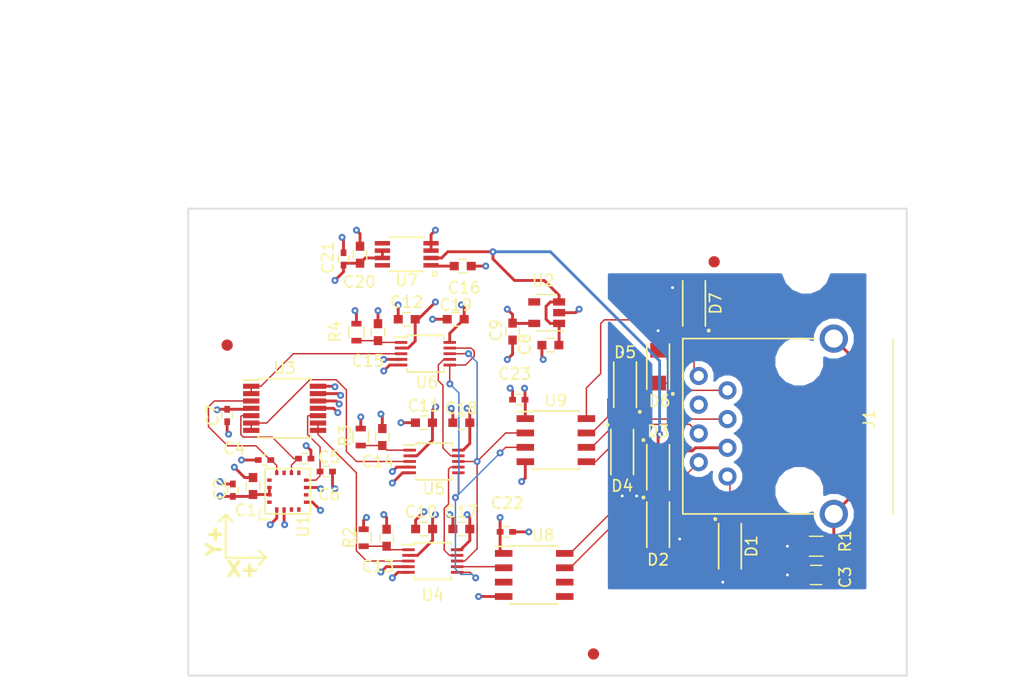
<source format=kicad_pcb>
(kicad_pcb (version 4) (host pcbnew 4.0.6)

  (general
    (links 127)
    (no_connects 0)
    (area 96.873288 60.165 189.511715 120.477)
    (thickness 1.5748)
    (drawings 16)
    (tracks 421)
    (zones 0)
    (modules 50)
    (nets 41)
  )

  (page A4)
  (layers
    (0 F.Cu signal)
    (1 In1.Cu power hide)
    (2 In2.Cu power hide)
    (31 B.Cu signal)
    (32 B.Adhes user)
    (33 F.Adhes user)
    (34 B.Paste user)
    (35 F.Paste user)
    (36 B.SilkS user)
    (37 F.SilkS user)
    (38 B.Mask user)
    (39 F.Mask user)
    (40 Dwgs.User user)
    (41 Cmts.User user)
    (42 Eco1.User user)
    (43 Eco2.User user)
    (44 Edge.Cuts user)
    (45 Margin user)
    (46 B.CrtYd user)
    (47 F.CrtYd user)
    (48 B.Fab user)
    (49 F.Fab user hide)
  )

  (setup
    (last_trace_width 0.127)
    (trace_clearance 0.127)
    (zone_clearance 0.508)
    (zone_45_only no)
    (trace_min 0.1016)
    (segment_width 0.2)
    (edge_width 0.15)
    (via_size 0.6096)
    (via_drill 0.254)
    (via_min_size 0.6096)
    (via_min_drill 0.254)
    (uvia_size 0.2794)
    (uvia_drill 0.1016)
    (uvias_allowed no)
    (uvia_min_size 0.254)
    (uvia_min_drill 0.0762)
    (pcb_text_width 0.3)
    (pcb_text_size 1.5 1.5)
    (mod_edge_width 0.15)
    (mod_text_size 1 1)
    (mod_text_width 0.15)
    (pad_size 1.524 1.524)
    (pad_drill 0.762)
    (pad_to_mask_clearance 0.2)
    (aux_axis_origin 0 0)
    (visible_elements 7FFFFFFF)
    (pcbplotparams
      (layerselection 0x00020_80000007)
      (usegerberextensions false)
      (excludeedgelayer true)
      (linewidth 0.100000)
      (plotframeref false)
      (viasonmask false)
      (mode 1)
      (useauxorigin false)
      (hpglpennumber 1)
      (hpglpenspeed 20)
      (hpglpendiameter 15)
      (hpglpenoverlay 2)
      (psnegative false)
      (psa4output false)
      (plotreference true)
      (plotvalue true)
      (plotinvisibletext false)
      (padsonsilk false)
      (subtractmaskfromsilk false)
      (outputformat 1)
      (mirror false)
      (drillshape 0)
      (scaleselection 1)
      (outputdirectory Y:/Portfolio/Accelerometer/Fabrication/))
  )

  (net 0 "")
  (net 1 GND)
  (net 2 "Net-(C3-Pad1)")
  (net 3 +3V3)
  (net 4 +5V)
  (net 5 "Net-(C13-Pad1)")
  (net 6 "Net-(C14-Pad1)")
  (net 7 "Net-(C15-Pad1)")
  (net 8 "Net-(C16-Pad2)")
  (net 9 MISO_+)
  (net 10 MISO_-)
  (net 11 SCK_+)
  (net 12 SCK_-)
  (net 13 CONVST_+)
  (net 14 CONVST_-)
  (net 15 "Net-(U1-Pad3)")
  (net 16 "Net-(U1-Pad4)")
  (net 17 "Net-(U1-Pad6)")
  (net 18 "Net-(U1-Pad9)")
  (net 19 "Net-(U1-Pad11)")
  (net 20 "Net-(U1-Pad13)")
  (net 21 "Net-(U1-Pad16)")
  (net 22 "Net-(U2-Pad4)")
  (net 23 "Net-(U3-Pad1)")
  (net 24 "Net-(U3-Pad6)")
  (net 25 "Net-(U3-Pad8)")
  (net 26 CONVST)
  (net 27 /MISO)
  (net 28 SCLK)
  (net 29 "Net-(U4-Pad9)")
  (net 30 "Net-(U5-Pad9)")
  (net 31 "Net-(U7-Pad5)")
  (net 32 "Net-(U7-Pad8)")
  (net 33 "Net-(U8-Pad3)")
  (net 34 "Net-(U8-Pad5)")
  (net 35 "Net-(U8-Pad6)")
  (net 36 /Xout)
  (net 37 /Yout)
  (net 38 /Zout)
  (net 39 +3VA)
  (net 40 SHIELD_GND)

  (net_class Default "This is the default net class."
    (clearance 0.127)
    (trace_width 0.127)
    (via_dia 0.6096)
    (via_drill 0.254)
    (uvia_dia 0.2794)
    (uvia_drill 0.1016)
    (add_net /MISO)
    (add_net /Xout)
    (add_net /Yout)
    (add_net /Zout)
    (add_net CONVST)
    (add_net CONVST_+)
    (add_net CONVST_-)
    (add_net MISO_+)
    (add_net MISO_-)
    (add_net "Net-(C13-Pad1)")
    (add_net "Net-(C14-Pad1)")
    (add_net "Net-(C15-Pad1)")
    (add_net "Net-(C16-Pad2)")
    (add_net "Net-(U1-Pad11)")
    (add_net "Net-(U1-Pad13)")
    (add_net "Net-(U1-Pad16)")
    (add_net "Net-(U1-Pad3)")
    (add_net "Net-(U1-Pad4)")
    (add_net "Net-(U1-Pad6)")
    (add_net "Net-(U1-Pad9)")
    (add_net "Net-(U2-Pad4)")
    (add_net "Net-(U3-Pad1)")
    (add_net "Net-(U3-Pad6)")
    (add_net "Net-(U3-Pad8)")
    (add_net "Net-(U4-Pad9)")
    (add_net "Net-(U5-Pad9)")
    (add_net "Net-(U7-Pad5)")
    (add_net "Net-(U7-Pad8)")
    (add_net "Net-(U8-Pad3)")
    (add_net "Net-(U8-Pad5)")
    (add_net "Net-(U8-Pad6)")
    (add_net SCK_+)
    (add_net SCK_-)
    (add_net SCLK)
  )

  (net_class Power ""
    (clearance 0.127)
    (trace_width 0.254)
    (via_dia 0.6096)
    (via_drill 0.254)
    (uvia_dia 0.2794)
    (uvia_drill 0.1016)
    (add_net +3V3)
    (add_net +3VA)
    (add_net +5V)
    (add_net GND)
    (add_net "Net-(C3-Pad1)")
    (add_net SHIELD_GND)
  )

  (module Senior_Design:A-2004-2-4-LPS-N-R (layer F.Cu) (tedit 5A1F8E6C) (tstamp 5A1F91F4)
    (at 159.164173 96.708417 90)
    (path /5A1C4DE3)
    (fp_text reference J1 (at 0 13.8 90) (layer F.SilkS)
      (effects (font (size 1 1) (thickness 0.15)))
    )
    (fp_text value RJ45 (at 0 -4.1 90) (layer F.Fab)
      (effects (font (size 1 1) (thickness 0.15)))
    )
    (fp_line (start -8.385 -2.68) (end -8.385 9) (layer F.SilkS) (width 0.15))
    (fp_line (start 7.115 15.92) (end -8.385 15.92) (layer F.SilkS) (width 0.15))
    (fp_line (start 7.115 -2.68) (end 7.115 9) (layer F.SilkS) (width 0.15))
    (fp_line (start 7.115 -2.68) (end -8.385 -2.68) (layer F.SilkS) (width 0.15))
    (pad 1 thru_hole circle (at -5.08 1.27 90) (size 1.6 1.6) (drill 0.9) (layers *.Cu *.Mask)
      (net 9 MISO_+) (solder_mask_margin 0.1))
    (pad 2 thru_hole circle (at -3.81 -1.27 90) (size 1.6 1.6) (drill 0.9) (layers *.Cu *.Mask)
      (net 10 MISO_-) (solder_mask_margin 0.1))
    (pad 3 thru_hole circle (at -2.54 1.27 90) (size 1.6 1.6) (drill 0.9) (layers *.Cu *.Mask)
      (net 4 +5V) (solder_mask_margin 0.1))
    (pad 4 thru_hole circle (at -1.27 -1.27 90) (size 1.6 1.6) (drill 0.9) (layers *.Cu *.Mask)
      (net 12 SCK_-) (solder_mask_margin 0.1))
    (pad 5 thru_hole circle (at 0 1.27 90) (size 1.6 1.6) (drill 0.9) (layers *.Cu *.Mask)
      (net 11 SCK_+) (solder_mask_margin 0.1))
    (pad 6 thru_hole circle (at 1.27 -1.27 90) (size 1.6 1.6) (drill 0.9) (layers *.Cu *.Mask)
      (net 1 GND) (solder_mask_margin 0.1))
    (pad 7 thru_hole circle (at 2.54 1.27 90) (size 1.6 1.6) (drill 0.9) (layers *.Cu *.Mask)
      (net 14 CONVST_-) (solder_mask_margin 0.1))
    (pad 8 thru_hole circle (at 3.81 -1.27 180) (size 1.6 1.6) (drill 0.9) (layers *.Cu *.Mask)
      (net 13 CONVST_+) (solder_mask_margin 0.1))
    (pad 9 thru_hole circle (at 7.115 10.67 180) (size 2.5 2.5) (drill 1.6) (layers *.Cu *.Mask)
      (net 2 "Net-(C3-Pad1)") (solder_mask_margin 0.1))
    (pad 9 thru_hole circle (at -8.385 10.67 180) (size 2.5 2.5) (drill 1.6) (layers *.Cu *.Mask)
      (net 2 "Net-(C3-Pad1)") (solder_mask_margin 0.1))
    (pad "" np_thru_hole circle (at -6.35 7.62 180) (size 3.2 3.2) (drill 3.2) (layers *.Cu *.Mask))
    (pad "" np_thru_hole circle (at 5.08 7.62 180) (size 3.2 3.2) (drill 3.2) (layers *.Cu *.Mask))
  )

  (module Capacitors_SMD:C_0402 (layer F.Cu) (tedit 58AA841A) (tstamp 5A1F91B0)
    (at 140.885 106.68)
    (descr "Capacitor SMD 0402, reflow soldering, AVX (see smccp.pdf)")
    (tags "capacitor 0402")
    (path /5A1FE865)
    (attr smd)
    (fp_text reference C22 (at 0.085 -2.54) (layer F.SilkS)
      (effects (font (size 1 1) (thickness 0.15)))
    )
    (fp_text value 0.1uF (at 0 1.27) (layer F.Fab)
      (effects (font (size 1 1) (thickness 0.15)))
    )
    (fp_text user %R (at 0 -1.27) (layer F.Fab)
      (effects (font (size 1 1) (thickness 0.15)))
    )
    (fp_line (start -0.5 0.25) (end -0.5 -0.25) (layer F.Fab) (width 0.1))
    (fp_line (start 0.5 0.25) (end -0.5 0.25) (layer F.Fab) (width 0.1))
    (fp_line (start 0.5 -0.25) (end 0.5 0.25) (layer F.Fab) (width 0.1))
    (fp_line (start -0.5 -0.25) (end 0.5 -0.25) (layer F.Fab) (width 0.1))
    (fp_line (start 0.25 -0.47) (end -0.25 -0.47) (layer F.SilkS) (width 0.12))
    (fp_line (start -0.25 0.47) (end 0.25 0.47) (layer F.SilkS) (width 0.12))
    (fp_line (start -1 -0.4) (end 1 -0.4) (layer F.CrtYd) (width 0.05))
    (fp_line (start -1 -0.4) (end -1 0.4) (layer F.CrtYd) (width 0.05))
    (fp_line (start 1 0.4) (end 1 -0.4) (layer F.CrtYd) (width 0.05))
    (fp_line (start 1 0.4) (end -1 0.4) (layer F.CrtYd) (width 0.05))
    (pad 1 smd rect (at -0.55 0) (size 0.6 0.5) (layers F.Cu F.Paste F.Mask)
      (net 3 +3V3))
    (pad 2 smd rect (at 0.55 0) (size 0.6 0.5) (layers F.Cu F.Paste F.Mask)
      (net 1 GND))
    (model Capacitors_SMD.3dshapes/C_0402.wrl
      (at (xyz 0 0 0))
      (scale (xyz 1 1 1))
      (rotate (xyz 0 0 0))
    )
  )

  (module Fiducials:Fiducial_1mm_Dia_2mm_Outer (layer F.Cu) (tedit 5A201A33) (tstamp 5A201A26)
    (at 159.258 82.804)
    (descr "Circular Fiducial, 1mm bare copper top; 2mm keepout (Level A)")
    (tags marker)
    (attr virtual)
    (fp_text reference REF** (at 0 -2) (layer F.SilkS) hide
      (effects (font (size 1 1) (thickness 0.15)))
    )
    (fp_text value Fiducial_1mm_Dia_2mm_Outer (at 0 2) (layer F.Fab)
      (effects (font (size 1 1) (thickness 0.15)))
    )
    (fp_circle (center 0 0) (end 1 0) (layer F.Fab) (width 0.1))
    (fp_text user %R (at 0 0) (layer F.Fab)
      (effects (font (size 0.4 0.4) (thickness 0.06)))
    )
    (fp_circle (center 0 0) (end 1.25 0) (layer F.CrtYd) (width 0.05))
    (pad ~ smd circle (at 0 0) (size 1 1) (layers F.Cu F.Mask)
      (solder_mask_margin 0.5) (clearance 0.5))
  )

  (module Fiducials:Fiducial_1mm_Dia_2mm_Outer (layer F.Cu) (tedit 5A201A3B) (tstamp 5A201A1F)
    (at 148.59 117.475)
    (descr "Circular Fiducial, 1mm bare copper top; 2mm keepout (Level A)")
    (tags marker)
    (attr virtual)
    (fp_text reference REF** (at 0 -2) (layer F.SilkS) hide
      (effects (font (size 1 1) (thickness 0.15)))
    )
    (fp_text value Fiducial_1mm_Dia_2mm_Outer (at 0 2) (layer F.Fab)
      (effects (font (size 1 1) (thickness 0.15)))
    )
    (fp_circle (center 0 0) (end 1 0) (layer F.Fab) (width 0.1))
    (fp_text user %R (at 0 0) (layer F.Fab)
      (effects (font (size 0.4 0.4) (thickness 0.06)))
    )
    (fp_circle (center 0 0) (end 1.25 0) (layer F.CrtYd) (width 0.05))
    (pad ~ smd circle (at 0 0) (size 1 1) (layers F.Cu F.Mask)
      (solder_mask_margin 0.5) (clearance 0.5))
  )

  (module Mounting_Holes:MountingHole_3.2mm_M3 (layer F.Cu) (tedit 5A1FBB83) (tstamp 5A1FD2DA)
    (at 119.761 83.5025)
    (descr "Mounting Hole 3.2mm, no annular, M3")
    (tags "mounting hole 3.2mm no annular m3")
    (attr virtual)
    (fp_text reference REF** (at 0 -4.2) (layer F.SilkS) hide
      (effects (font (size 1 1) (thickness 0.15)))
    )
    (fp_text value MountingHole_3.2mm_M3 (at 0 4.2) (layer F.Fab)
      (effects (font (size 1 1) (thickness 0.15)))
    )
    (fp_text user %R (at 0.3 0) (layer F.Fab)
      (effects (font (size 1 1) (thickness 0.15)))
    )
    (fp_circle (center 0 0) (end 3.2 0) (layer Cmts.User) (width 0.15))
    (fp_circle (center 0 0) (end 3.45 0) (layer F.CrtYd) (width 0.05))
    (pad 1 np_thru_hole circle (at 0 0) (size 3.2 3.2) (drill 3.2) (layers *.Cu *.Mask))
  )

  (module Mounting_Holes:MountingHole_3.2mm_M3 (layer F.Cu) (tedit 5A1FBB7C) (tstamp 5A1FD2D6)
    (at 119.761 114.935)
    (descr "Mounting Hole 3.2mm, no annular, M3")
    (tags "mounting hole 3.2mm no annular m3")
    (attr virtual)
    (fp_text reference REF** (at 4.445 0 90) (layer F.SilkS) hide
      (effects (font (size 1 1) (thickness 0.15)))
    )
    (fp_text value MountingHole_3.2mm_M3 (at 0 4.2) (layer F.Fab)
      (effects (font (size 1 1) (thickness 0.15)))
    )
    (fp_text user %R (at 0.3 0) (layer F.Fab)
      (effects (font (size 1 1) (thickness 0.15)))
    )
    (fp_circle (center 0 0) (end 3.2 0) (layer Cmts.User) (width 0.15))
    (fp_circle (center 0 0) (end 3.45 0) (layer F.CrtYd) (width 0.05))
    (pad 1 np_thru_hole circle (at 0 0) (size 3.2 3.2) (drill 3.2) (layers *.Cu *.Mask))
  )

  (module Housings_SSOP:TSSOP-14_4.4x5mm_Pitch0.65mm (layer F.Cu) (tedit 54130A77) (tstamp 5A1F923B)
    (at 121.285 95.758)
    (descr "14-Lead Plastic Thin Shrink Small Outline (ST)-4.4 mm Body [TSSOP] (see Microchip Packaging Specification 00000049BS.pdf)")
    (tags "SSOP 0.65")
    (path /5A10BE5A)
    (attr smd)
    (fp_text reference U3 (at 0 -3.55) (layer F.SilkS)
      (effects (font (size 1 1) (thickness 0.15)))
    )
    (fp_text value TSV914IPT (at 0 3.55) (layer F.Fab)
      (effects (font (size 1 1) (thickness 0.15)))
    )
    (fp_line (start -1.2 -2.5) (end 2.2 -2.5) (layer F.Fab) (width 0.15))
    (fp_line (start 2.2 -2.5) (end 2.2 2.5) (layer F.Fab) (width 0.15))
    (fp_line (start 2.2 2.5) (end -2.2 2.5) (layer F.Fab) (width 0.15))
    (fp_line (start -2.2 2.5) (end -2.2 -1.5) (layer F.Fab) (width 0.15))
    (fp_line (start -2.2 -1.5) (end -1.2 -2.5) (layer F.Fab) (width 0.15))
    (fp_line (start -3.95 -2.8) (end -3.95 2.8) (layer F.CrtYd) (width 0.05))
    (fp_line (start 3.95 -2.8) (end 3.95 2.8) (layer F.CrtYd) (width 0.05))
    (fp_line (start -3.95 -2.8) (end 3.95 -2.8) (layer F.CrtYd) (width 0.05))
    (fp_line (start -3.95 2.8) (end 3.95 2.8) (layer F.CrtYd) (width 0.05))
    (fp_line (start -2.325 -2.625) (end -2.325 -2.5) (layer F.SilkS) (width 0.15))
    (fp_line (start 2.325 -2.625) (end 2.325 -2.4) (layer F.SilkS) (width 0.15))
    (fp_line (start 2.325 2.625) (end 2.325 2.4) (layer F.SilkS) (width 0.15))
    (fp_line (start -2.325 2.625) (end -2.325 2.4) (layer F.SilkS) (width 0.15))
    (fp_line (start -2.325 -2.625) (end 2.325 -2.625) (layer F.SilkS) (width 0.15))
    (fp_line (start -2.325 2.625) (end 2.325 2.625) (layer F.SilkS) (width 0.15))
    (fp_line (start -2.325 -2.5) (end -3.675 -2.5) (layer F.SilkS) (width 0.15))
    (fp_text user %R (at 0 0) (layer F.Fab)
      (effects (font (size 0.8 0.8) (thickness 0.15)))
    )
    (pad 1 smd rect (at -2.95 -1.95) (size 1.45 0.45) (layers F.Cu F.Paste F.Mask)
      (net 23 "Net-(U3-Pad1)"))
    (pad 2 smd rect (at -2.95 -1.3) (size 1.45 0.45) (layers F.Cu F.Paste F.Mask)
      (net 23 "Net-(U3-Pad1)"))
    (pad 3 smd rect (at -2.95 -0.65) (size 1.45 0.45) (layers F.Cu F.Paste F.Mask)
      (net 36 /Xout))
    (pad 4 smd rect (at -2.95 0) (size 1.45 0.45) (layers F.Cu F.Paste F.Mask)
      (net 39 +3VA))
    (pad 5 smd rect (at -2.95 0.65) (size 1.45 0.45) (layers F.Cu F.Paste F.Mask)
      (net 37 /Yout))
    (pad 6 smd rect (at -2.95 1.3) (size 1.45 0.45) (layers F.Cu F.Paste F.Mask)
      (net 24 "Net-(U3-Pad6)"))
    (pad 7 smd rect (at -2.95 1.95) (size 1.45 0.45) (layers F.Cu F.Paste F.Mask)
      (net 24 "Net-(U3-Pad6)"))
    (pad 8 smd rect (at 2.95 1.95) (size 1.45 0.45) (layers F.Cu F.Paste F.Mask)
      (net 25 "Net-(U3-Pad8)"))
    (pad 9 smd rect (at 2.95 1.3) (size 1.45 0.45) (layers F.Cu F.Paste F.Mask)
      (net 25 "Net-(U3-Pad8)"))
    (pad 10 smd rect (at 2.95 0.65) (size 1.45 0.45) (layers F.Cu F.Paste F.Mask)
      (net 38 /Zout))
    (pad 11 smd rect (at 2.95 0) (size 1.45 0.45) (layers F.Cu F.Paste F.Mask)
      (net 1 GND))
    (pad 12 smd rect (at 2.95 -0.65) (size 1.45 0.45) (layers F.Cu F.Paste F.Mask)
      (net 1 GND))
    (pad 13 smd rect (at 2.95 -1.3) (size 1.45 0.45) (layers F.Cu F.Paste F.Mask)
      (net 1 GND))
    (pad 14 smd rect (at 2.95 -1.95) (size 1.45 0.45) (layers F.Cu F.Paste F.Mask)
      (net 1 GND))
    (model ${KISYS3DMOD}/Housings_SSOP.3dshapes/TSSOP-14_4.4x5mm_Pitch0.65mm.wrl
      (at (xyz 0 0 0))
      (scale (xyz 1 1 1))
      (rotate (xyz 0 0 0))
    )
  )

  (module Capacitors_SMD:C_0402 (layer F.Cu) (tedit 5A1FB3DE) (tstamp 5A1F9156)
    (at 116.205 96.393 270)
    (descr "Capacitor SMD 0402, reflow soldering, AVX (see smccp.pdf)")
    (tags "capacitor 0402")
    (path /5A11300A)
    (attr smd)
    (fp_text reference C7 (at 0 1.27 270) (layer F.SilkS)
      (effects (font (size 1 1) (thickness 0.15)))
    )
    (fp_text value 10000pF (at 0 1.27 270) (layer F.Fab)
      (effects (font (size 1 1) (thickness 0.15)))
    )
    (fp_text user %R (at 0 -1.27 270) (layer F.Fab)
      (effects (font (size 1 1) (thickness 0.15)))
    )
    (fp_line (start -0.5 0.25) (end -0.5 -0.25) (layer F.Fab) (width 0.1))
    (fp_line (start 0.5 0.25) (end -0.5 0.25) (layer F.Fab) (width 0.1))
    (fp_line (start 0.5 -0.25) (end 0.5 0.25) (layer F.Fab) (width 0.1))
    (fp_line (start -0.5 -0.25) (end 0.5 -0.25) (layer F.Fab) (width 0.1))
    (fp_line (start 0.25 -0.47) (end -0.25 -0.47) (layer F.SilkS) (width 0.12))
    (fp_line (start -0.25 0.47) (end 0.25 0.47) (layer F.SilkS) (width 0.12))
    (fp_line (start -1 -0.4) (end 1 -0.4) (layer F.CrtYd) (width 0.05))
    (fp_line (start -1 -0.4) (end -1 0.4) (layer F.CrtYd) (width 0.05))
    (fp_line (start 1 0.4) (end 1 -0.4) (layer F.CrtYd) (width 0.05))
    (fp_line (start 1 0.4) (end -1 0.4) (layer F.CrtYd) (width 0.05))
    (pad 1 smd rect (at -0.55 0 270) (size 0.6 0.5) (layers F.Cu F.Paste F.Mask)
      (net 39 +3VA))
    (pad 2 smd rect (at 0.55 0 270) (size 0.6 0.5) (layers F.Cu F.Paste F.Mask)
      (net 1 GND))
    (model Capacitors_SMD.3dshapes/C_0402.wrl
      (at (xyz 0 0 0))
      (scale (xyz 1 1 1))
      (rotate (xyz 0 0 0))
    )
  )

  (module Capacitors_SMD:C_0603 (layer F.Cu) (tedit 59958EE7) (tstamp 5A1F9132)
    (at 118.491 102.628 90)
    (descr "Capacitor SMD 0603, reflow soldering, AVX (see smccp.pdf)")
    (tags "capacitor 0603")
    (path /5A02858B)
    (attr smd)
    (fp_text reference C1 (at -2.147 -0.635 180) (layer F.SilkS)
      (effects (font (size 1 1) (thickness 0.15)))
    )
    (fp_text value 10uF (at 0 1.5 90) (layer F.Fab)
      (effects (font (size 1 1) (thickness 0.15)))
    )
    (fp_line (start 1.4 0.65) (end -1.4 0.65) (layer F.CrtYd) (width 0.05))
    (fp_line (start 1.4 0.65) (end 1.4 -0.65) (layer F.CrtYd) (width 0.05))
    (fp_line (start -1.4 -0.65) (end -1.4 0.65) (layer F.CrtYd) (width 0.05))
    (fp_line (start -1.4 -0.65) (end 1.4 -0.65) (layer F.CrtYd) (width 0.05))
    (fp_line (start 0.35 0.6) (end -0.35 0.6) (layer F.SilkS) (width 0.12))
    (fp_line (start -0.35 -0.6) (end 0.35 -0.6) (layer F.SilkS) (width 0.12))
    (fp_line (start -0.8 -0.4) (end 0.8 -0.4) (layer F.Fab) (width 0.1))
    (fp_line (start 0.8 -0.4) (end 0.8 0.4) (layer F.Fab) (width 0.1))
    (fp_line (start 0.8 0.4) (end -0.8 0.4) (layer F.Fab) (width 0.1))
    (fp_line (start -0.8 0.4) (end -0.8 -0.4) (layer F.Fab) (width 0.1))
    (fp_text user %R (at 0 0 90) (layer F.Fab)
      (effects (font (size 0.3 0.3) (thickness 0.075)))
    )
    (pad 2 smd rect (at 0.75 0 90) (size 0.8 0.75) (layers F.Cu F.Paste F.Mask)
      (net 1 GND))
    (pad 1 smd rect (at -0.75 0 90) (size 0.8 0.75) (layers F.Cu F.Paste F.Mask)
      (net 39 +3VA))
    (model Capacitors_SMD.3dshapes/C_0603.wrl
      (at (xyz 0 0 0))
      (scale (xyz 1 1 1))
      (rotate (xyz 0 0 0))
    )
  )

  (module Capacitors_SMD:C_0402 (layer F.Cu) (tedit 58AA841A) (tstamp 5A1F9138)
    (at 116.713 102.997 90)
    (descr "Capacitor SMD 0402, reflow soldering, AVX (see smccp.pdf)")
    (tags "capacitor 0402")
    (path /5A0285D0)
    (attr smd)
    (fp_text reference C2 (at 0.127 -1.143 270) (layer F.SilkS)
      (effects (font (size 1 1) (thickness 0.15)))
    )
    (fp_text value 0.1uF (at 0 1.27 90) (layer F.Fab)
      (effects (font (size 1 1) (thickness 0.15)))
    )
    (fp_text user %R (at 0 -1.27 90) (layer F.Fab)
      (effects (font (size 1 1) (thickness 0.15)))
    )
    (fp_line (start -0.5 0.25) (end -0.5 -0.25) (layer F.Fab) (width 0.1))
    (fp_line (start 0.5 0.25) (end -0.5 0.25) (layer F.Fab) (width 0.1))
    (fp_line (start 0.5 -0.25) (end 0.5 0.25) (layer F.Fab) (width 0.1))
    (fp_line (start -0.5 -0.25) (end 0.5 -0.25) (layer F.Fab) (width 0.1))
    (fp_line (start 0.25 -0.47) (end -0.25 -0.47) (layer F.SilkS) (width 0.12))
    (fp_line (start -0.25 0.47) (end 0.25 0.47) (layer F.SilkS) (width 0.12))
    (fp_line (start -1 -0.4) (end 1 -0.4) (layer F.CrtYd) (width 0.05))
    (fp_line (start -1 -0.4) (end -1 0.4) (layer F.CrtYd) (width 0.05))
    (fp_line (start 1 0.4) (end 1 -0.4) (layer F.CrtYd) (width 0.05))
    (fp_line (start 1 0.4) (end -1 0.4) (layer F.CrtYd) (width 0.05))
    (pad 1 smd rect (at -0.55 0 90) (size 0.6 0.5) (layers F.Cu F.Paste F.Mask)
      (net 39 +3VA))
    (pad 2 smd rect (at 0.55 0 90) (size 0.6 0.5) (layers F.Cu F.Paste F.Mask)
      (net 1 GND))
    (model Capacitors_SMD.3dshapes/C_0402.wrl
      (at (xyz 0 0 0))
      (scale (xyz 1 1 1))
      (rotate (xyz 0 0 0))
    )
  )

  (module Capacitors_SMD:C_0805 (layer F.Cu) (tedit 58AA8463) (tstamp 5A1F913E)
    (at 168.275 110.49 180)
    (descr "Capacitor SMD 0805, reflow soldering, AVX (see smccp.pdf)")
    (tags "capacitor 0805")
    (path /5A1F1901)
    (attr smd)
    (fp_text reference C3 (at -2.5654 -0.2032 270) (layer F.SilkS)
      (effects (font (size 1 1) (thickness 0.15)))
    )
    (fp_text value DNP (at 0 1.75 180) (layer F.Fab)
      (effects (font (size 1 1) (thickness 0.15)))
    )
    (fp_text user %R (at 0 -1.5 180) (layer F.Fab)
      (effects (font (size 1 1) (thickness 0.15)))
    )
    (fp_line (start -1 0.62) (end -1 -0.62) (layer F.Fab) (width 0.1))
    (fp_line (start 1 0.62) (end -1 0.62) (layer F.Fab) (width 0.1))
    (fp_line (start 1 -0.62) (end 1 0.62) (layer F.Fab) (width 0.1))
    (fp_line (start -1 -0.62) (end 1 -0.62) (layer F.Fab) (width 0.1))
    (fp_line (start 0.5 -0.85) (end -0.5 -0.85) (layer F.SilkS) (width 0.12))
    (fp_line (start -0.5 0.85) (end 0.5 0.85) (layer F.SilkS) (width 0.12))
    (fp_line (start -1.75 -0.88) (end 1.75 -0.88) (layer F.CrtYd) (width 0.05))
    (fp_line (start -1.75 -0.88) (end -1.75 0.87) (layer F.CrtYd) (width 0.05))
    (fp_line (start 1.75 0.87) (end 1.75 -0.88) (layer F.CrtYd) (width 0.05))
    (fp_line (start 1.75 0.87) (end -1.75 0.87) (layer F.CrtYd) (width 0.05))
    (pad 1 smd rect (at -1 0 180) (size 1 1.25) (layers F.Cu F.Paste F.Mask)
      (net 2 "Net-(C3-Pad1)"))
    (pad 2 smd rect (at 1 0 180) (size 1 1.25) (layers F.Cu F.Paste F.Mask)
      (net 40 SHIELD_GND))
    (model Capacitors_SMD.3dshapes/C_0805.wrl
      (at (xyz 0 0 0))
      (scale (xyz 1 1 1))
      (rotate (xyz 0 0 0))
    )
  )

  (module Capacitors_SMD:C_0402 (layer F.Cu) (tedit 58AA841A) (tstamp 5A1F9144)
    (at 119.507 100.33 180)
    (descr "Capacitor SMD 0402, reflow soldering, AVX (see smccp.pdf)")
    (tags "capacitor 0402")
    (path /5A109BB5)
    (attr smd)
    (fp_text reference C4 (at 2.667 1.016 180) (layer F.SilkS)
      (effects (font (size 1 1) (thickness 0.15)))
    )
    (fp_text value 1000pF (at 0 1.27 180) (layer F.Fab)
      (effects (font (size 1 1) (thickness 0.15)))
    )
    (fp_text user %R (at 0 -1.27 180) (layer F.Fab)
      (effects (font (size 1 1) (thickness 0.15)))
    )
    (fp_line (start -0.5 0.25) (end -0.5 -0.25) (layer F.Fab) (width 0.1))
    (fp_line (start 0.5 0.25) (end -0.5 0.25) (layer F.Fab) (width 0.1))
    (fp_line (start 0.5 -0.25) (end 0.5 0.25) (layer F.Fab) (width 0.1))
    (fp_line (start -0.5 -0.25) (end 0.5 -0.25) (layer F.Fab) (width 0.1))
    (fp_line (start 0.25 -0.47) (end -0.25 -0.47) (layer F.SilkS) (width 0.12))
    (fp_line (start -0.25 0.47) (end 0.25 0.47) (layer F.SilkS) (width 0.12))
    (fp_line (start -1 -0.4) (end 1 -0.4) (layer F.CrtYd) (width 0.05))
    (fp_line (start -1 -0.4) (end -1 0.4) (layer F.CrtYd) (width 0.05))
    (fp_line (start 1 0.4) (end 1 -0.4) (layer F.CrtYd) (width 0.05))
    (fp_line (start 1 0.4) (end -1 0.4) (layer F.CrtYd) (width 0.05))
    (pad 1 smd rect (at -0.55 0 180) (size 0.6 0.5) (layers F.Cu F.Paste F.Mask)
      (net 36 /Xout))
    (pad 2 smd rect (at 0.55 0 180) (size 0.6 0.5) (layers F.Cu F.Paste F.Mask)
      (net 1 GND))
    (model Capacitors_SMD.3dshapes/C_0402.wrl
      (at (xyz 0 0 0))
      (scale (xyz 1 1 1))
      (rotate (xyz 0 0 0))
    )
  )

  (module Capacitors_SMD:C_0402 (layer F.Cu) (tedit 5A1FB30F) (tstamp 5A1F914A)
    (at 123.063 100.203)
    (descr "Capacitor SMD 0402, reflow soldering, AVX (see smccp.pdf)")
    (tags "capacitor 0402")
    (path /5A209F5D)
    (attr smd)
    (fp_text reference C5 (at 2.159 -0.127) (layer F.SilkS)
      (effects (font (size 1 1) (thickness 0.15)))
    )
    (fp_text value 1000pF (at 0 1.27) (layer F.Fab)
      (effects (font (size 1 1) (thickness 0.15)))
    )
    (fp_text user %R (at 0 -1.27) (layer F.Fab)
      (effects (font (size 1 1) (thickness 0.15)))
    )
    (fp_line (start -0.5 0.25) (end -0.5 -0.25) (layer F.Fab) (width 0.1))
    (fp_line (start 0.5 0.25) (end -0.5 0.25) (layer F.Fab) (width 0.1))
    (fp_line (start 0.5 -0.25) (end 0.5 0.25) (layer F.Fab) (width 0.1))
    (fp_line (start -0.5 -0.25) (end 0.5 -0.25) (layer F.Fab) (width 0.1))
    (fp_line (start 0.25 -0.47) (end -0.25 -0.47) (layer F.SilkS) (width 0.12))
    (fp_line (start -0.25 0.47) (end 0.25 0.47) (layer F.SilkS) (width 0.12))
    (fp_line (start -1 -0.4) (end 1 -0.4) (layer F.CrtYd) (width 0.05))
    (fp_line (start -1 -0.4) (end -1 0.4) (layer F.CrtYd) (width 0.05))
    (fp_line (start 1 0.4) (end 1 -0.4) (layer F.CrtYd) (width 0.05))
    (fp_line (start 1 0.4) (end -1 0.4) (layer F.CrtYd) (width 0.05))
    (pad 1 smd rect (at -0.55 0) (size 0.6 0.5) (layers F.Cu F.Paste F.Mask)
      (net 37 /Yout))
    (pad 2 smd rect (at 0.55 0) (size 0.6 0.5) (layers F.Cu F.Paste F.Mask)
      (net 1 GND))
    (model Capacitors_SMD.3dshapes/C_0402.wrl
      (at (xyz 0 0 0))
      (scale (xyz 1 1 1))
      (rotate (xyz 0 0 0))
    )
  )

  (module Capacitors_SMD:C_0402 (layer F.Cu) (tedit 58AA841A) (tstamp 5A1F9150)
    (at 124.968 101.346)
    (descr "Capacitor SMD 0402, reflow soldering, AVX (see smccp.pdf)")
    (tags "capacitor 0402")
    (path /5A20A00A)
    (attr smd)
    (fp_text reference C6 (at 0.254 2.032) (layer F.SilkS)
      (effects (font (size 1 1) (thickness 0.15)))
    )
    (fp_text value 1000pF (at 0 1.27) (layer F.Fab)
      (effects (font (size 1 1) (thickness 0.15)))
    )
    (fp_text user %R (at 0 -1.27) (layer F.Fab)
      (effects (font (size 1 1) (thickness 0.15)))
    )
    (fp_line (start -0.5 0.25) (end -0.5 -0.25) (layer F.Fab) (width 0.1))
    (fp_line (start 0.5 0.25) (end -0.5 0.25) (layer F.Fab) (width 0.1))
    (fp_line (start 0.5 -0.25) (end 0.5 0.25) (layer F.Fab) (width 0.1))
    (fp_line (start -0.5 -0.25) (end 0.5 -0.25) (layer F.Fab) (width 0.1))
    (fp_line (start 0.25 -0.47) (end -0.25 -0.47) (layer F.SilkS) (width 0.12))
    (fp_line (start -0.25 0.47) (end 0.25 0.47) (layer F.SilkS) (width 0.12))
    (fp_line (start -1 -0.4) (end 1 -0.4) (layer F.CrtYd) (width 0.05))
    (fp_line (start -1 -0.4) (end -1 0.4) (layer F.CrtYd) (width 0.05))
    (fp_line (start 1 0.4) (end 1 -0.4) (layer F.CrtYd) (width 0.05))
    (fp_line (start 1 0.4) (end -1 0.4) (layer F.CrtYd) (width 0.05))
    (pad 1 smd rect (at -0.55 0) (size 0.6 0.5) (layers F.Cu F.Paste F.Mask)
      (net 38 /Zout))
    (pad 2 smd rect (at 0.55 0) (size 0.6 0.5) (layers F.Cu F.Paste F.Mask)
      (net 1 GND))
    (model Capacitors_SMD.3dshapes/C_0402.wrl
      (at (xyz 0 0 0))
      (scale (xyz 1 1 1))
      (rotate (xyz 0 0 0))
    )
  )

  (module Capacitors_SMD:C_0603 (layer F.Cu) (tedit 59958EE7) (tstamp 5A1F915C)
    (at 144.78 90.17 180)
    (descr "Capacitor SMD 0603, reflow soldering, AVX (see smccp.pdf)")
    (tags "capacitor 0603")
    (path /5A168669)
    (attr smd)
    (fp_text reference C8 (at 2.249637 0.072797 450) (layer F.SilkS)
      (effects (font (size 1 1) (thickness 0.15)))
    )
    (fp_text value 1uF (at 0 1.5 180) (layer F.Fab)
      (effects (font (size 1 1) (thickness 0.15)))
    )
    (fp_line (start 1.4 0.65) (end -1.4 0.65) (layer F.CrtYd) (width 0.05))
    (fp_line (start 1.4 0.65) (end 1.4 -0.65) (layer F.CrtYd) (width 0.05))
    (fp_line (start -1.4 -0.65) (end -1.4 0.65) (layer F.CrtYd) (width 0.05))
    (fp_line (start -1.4 -0.65) (end 1.4 -0.65) (layer F.CrtYd) (width 0.05))
    (fp_line (start 0.35 0.6) (end -0.35 0.6) (layer F.SilkS) (width 0.12))
    (fp_line (start -0.35 -0.6) (end 0.35 -0.6) (layer F.SilkS) (width 0.12))
    (fp_line (start -0.8 -0.4) (end 0.8 -0.4) (layer F.Fab) (width 0.1))
    (fp_line (start 0.8 -0.4) (end 0.8 0.4) (layer F.Fab) (width 0.1))
    (fp_line (start 0.8 0.4) (end -0.8 0.4) (layer F.Fab) (width 0.1))
    (fp_line (start -0.8 0.4) (end -0.8 -0.4) (layer F.Fab) (width 0.1))
    (fp_text user %R (at 0 0 180) (layer F.Fab)
      (effects (font (size 0.3 0.3) (thickness 0.075)))
    )
    (pad 2 smd rect (at 0.75 0 180) (size 0.8 0.75) (layers F.Cu F.Paste F.Mask)
      (net 1 GND))
    (pad 1 smd rect (at -0.75 0 180) (size 0.8 0.75) (layers F.Cu F.Paste F.Mask)
      (net 4 +5V))
    (model Capacitors_SMD.3dshapes/C_0603.wrl
      (at (xyz 0 0 0))
      (scale (xyz 1 1 1))
      (rotate (xyz 0 0 0))
    )
  )

  (module Capacitors_SMD:C_0603 (layer F.Cu) (tedit 59958EE7) (tstamp 5A1F9162)
    (at 141.436497 88.975163 270)
    (descr "Capacitor SMD 0603, reflow soldering, AVX (see smccp.pdf)")
    (tags "capacitor 0603")
    (path /5A201D79)
    (attr smd)
    (fp_text reference C9 (at -0.115 1.4605 270) (layer F.SilkS)
      (effects (font (size 1 1) (thickness 0.15)))
    )
    (fp_text value 1uF (at 0 1.5 270) (layer F.Fab)
      (effects (font (size 1 1) (thickness 0.15)))
    )
    (fp_line (start 1.4 0.65) (end -1.4 0.65) (layer F.CrtYd) (width 0.05))
    (fp_line (start 1.4 0.65) (end 1.4 -0.65) (layer F.CrtYd) (width 0.05))
    (fp_line (start -1.4 -0.65) (end -1.4 0.65) (layer F.CrtYd) (width 0.05))
    (fp_line (start -1.4 -0.65) (end 1.4 -0.65) (layer F.CrtYd) (width 0.05))
    (fp_line (start 0.35 0.6) (end -0.35 0.6) (layer F.SilkS) (width 0.12))
    (fp_line (start -0.35 -0.6) (end 0.35 -0.6) (layer F.SilkS) (width 0.12))
    (fp_line (start -0.8 -0.4) (end 0.8 -0.4) (layer F.Fab) (width 0.1))
    (fp_line (start 0.8 -0.4) (end 0.8 0.4) (layer F.Fab) (width 0.1))
    (fp_line (start 0.8 0.4) (end -0.8 0.4) (layer F.Fab) (width 0.1))
    (fp_line (start -0.8 0.4) (end -0.8 -0.4) (layer F.Fab) (width 0.1))
    (fp_text user %R (at 0 0 270) (layer F.Fab)
      (effects (font (size 0.3 0.3) (thickness 0.075)))
    )
    (pad 2 smd rect (at 0.75 0 270) (size 0.8 0.75) (layers F.Cu F.Paste F.Mask)
      (net 1 GND))
    (pad 1 smd rect (at -0.75 0 270) (size 0.8 0.75) (layers F.Cu F.Paste F.Mask)
      (net 3 +3V3))
    (model Capacitors_SMD.3dshapes/C_0603.wrl
      (at (xyz 0 0 0))
      (scale (xyz 1 1 1))
      (rotate (xyz 0 0 0))
    )
  )

  (module Capacitors_SMD:C_0603 (layer F.Cu) (tedit 59958EE7) (tstamp 5A1F9168)
    (at 133.616 106.426)
    (descr "Capacitor SMD 0603, reflow soldering, AVX (see smccp.pdf)")
    (tags "capacitor 0603")
    (path /5A203528)
    (attr smd)
    (fp_text reference C10 (at -0.266 -1.524) (layer F.SilkS)
      (effects (font (size 1 1) (thickness 0.15)))
    )
    (fp_text value 1uF (at 0 1.5) (layer F.Fab)
      (effects (font (size 1 1) (thickness 0.15)))
    )
    (fp_line (start 1.4 0.65) (end -1.4 0.65) (layer F.CrtYd) (width 0.05))
    (fp_line (start 1.4 0.65) (end 1.4 -0.65) (layer F.CrtYd) (width 0.05))
    (fp_line (start -1.4 -0.65) (end -1.4 0.65) (layer F.CrtYd) (width 0.05))
    (fp_line (start -1.4 -0.65) (end 1.4 -0.65) (layer F.CrtYd) (width 0.05))
    (fp_line (start 0.35 0.6) (end -0.35 0.6) (layer F.SilkS) (width 0.12))
    (fp_line (start -0.35 -0.6) (end 0.35 -0.6) (layer F.SilkS) (width 0.12))
    (fp_line (start -0.8 -0.4) (end 0.8 -0.4) (layer F.Fab) (width 0.1))
    (fp_line (start 0.8 -0.4) (end 0.8 0.4) (layer F.Fab) (width 0.1))
    (fp_line (start 0.8 0.4) (end -0.8 0.4) (layer F.Fab) (width 0.1))
    (fp_line (start -0.8 0.4) (end -0.8 -0.4) (layer F.Fab) (width 0.1))
    (fp_text user %R (at 0 0) (layer F.Fab)
      (effects (font (size 0.3 0.3) (thickness 0.075)))
    )
    (pad 2 smd rect (at 0.75 0) (size 0.8 0.75) (layers F.Cu F.Paste F.Mask)
      (net 3 +3V3))
    (pad 1 smd rect (at -0.75 0) (size 0.8 0.75) (layers F.Cu F.Paste F.Mask)
      (net 1 GND))
    (model Capacitors_SMD.3dshapes/C_0603.wrl
      (at (xyz 0 0 0))
      (scale (xyz 1 1 1))
      (rotate (xyz 0 0 0))
    )
  )

  (module Capacitors_SMD:C_0603 (layer F.Cu) (tedit 59958EE7) (tstamp 5A1F916E)
    (at 133.604 97.028)
    (descr "Capacitor SMD 0603, reflow soldering, AVX (see smccp.pdf)")
    (tags "capacitor 0603")
    (path /5A2037F8)
    (attr smd)
    (fp_text reference C11 (at 0 -1.5) (layer F.SilkS)
      (effects (font (size 1 1) (thickness 0.15)))
    )
    (fp_text value 1uF (at 0 1.5) (layer F.Fab)
      (effects (font (size 1 1) (thickness 0.15)))
    )
    (fp_line (start 1.4 0.65) (end -1.4 0.65) (layer F.CrtYd) (width 0.05))
    (fp_line (start 1.4 0.65) (end 1.4 -0.65) (layer F.CrtYd) (width 0.05))
    (fp_line (start -1.4 -0.65) (end -1.4 0.65) (layer F.CrtYd) (width 0.05))
    (fp_line (start -1.4 -0.65) (end 1.4 -0.65) (layer F.CrtYd) (width 0.05))
    (fp_line (start 0.35 0.6) (end -0.35 0.6) (layer F.SilkS) (width 0.12))
    (fp_line (start -0.35 -0.6) (end 0.35 -0.6) (layer F.SilkS) (width 0.12))
    (fp_line (start -0.8 -0.4) (end 0.8 -0.4) (layer F.Fab) (width 0.1))
    (fp_line (start 0.8 -0.4) (end 0.8 0.4) (layer F.Fab) (width 0.1))
    (fp_line (start 0.8 0.4) (end -0.8 0.4) (layer F.Fab) (width 0.1))
    (fp_line (start -0.8 0.4) (end -0.8 -0.4) (layer F.Fab) (width 0.1))
    (fp_text user %R (at 0 0) (layer F.Fab)
      (effects (font (size 0.3 0.3) (thickness 0.075)))
    )
    (pad 2 smd rect (at 0.75 0) (size 0.8 0.75) (layers F.Cu F.Paste F.Mask)
      (net 3 +3V3))
    (pad 1 smd rect (at -0.75 0) (size 0.8 0.75) (layers F.Cu F.Paste F.Mask)
      (net 1 GND))
    (model Capacitors_SMD.3dshapes/C_0603.wrl
      (at (xyz 0 0 0))
      (scale (xyz 1 1 1))
      (rotate (xyz 0 0 0))
    )
  )

  (module Capacitors_SMD:C_0603 (layer F.Cu) (tedit 59958EE7) (tstamp 5A1F9174)
    (at 132.08 87.884)
    (descr "Capacitor SMD 0603, reflow soldering, AVX (see smccp.pdf)")
    (tags "capacitor 0603")
    (path /5A203E3B)
    (attr smd)
    (fp_text reference C12 (at 0 -1.524) (layer F.SilkS)
      (effects (font (size 1 1) (thickness 0.15)))
    )
    (fp_text value 1uF (at 0 1.5) (layer F.Fab)
      (effects (font (size 1 1) (thickness 0.15)))
    )
    (fp_line (start 1.4 0.65) (end -1.4 0.65) (layer F.CrtYd) (width 0.05))
    (fp_line (start 1.4 0.65) (end 1.4 -0.65) (layer F.CrtYd) (width 0.05))
    (fp_line (start -1.4 -0.65) (end -1.4 0.65) (layer F.CrtYd) (width 0.05))
    (fp_line (start -1.4 -0.65) (end 1.4 -0.65) (layer F.CrtYd) (width 0.05))
    (fp_line (start 0.35 0.6) (end -0.35 0.6) (layer F.SilkS) (width 0.12))
    (fp_line (start -0.35 -0.6) (end 0.35 -0.6) (layer F.SilkS) (width 0.12))
    (fp_line (start -0.8 -0.4) (end 0.8 -0.4) (layer F.Fab) (width 0.1))
    (fp_line (start 0.8 -0.4) (end 0.8 0.4) (layer F.Fab) (width 0.1))
    (fp_line (start 0.8 0.4) (end -0.8 0.4) (layer F.Fab) (width 0.1))
    (fp_line (start -0.8 0.4) (end -0.8 -0.4) (layer F.Fab) (width 0.1))
    (fp_text user %R (at 0 0) (layer F.Fab)
      (effects (font (size 0.3 0.3) (thickness 0.075)))
    )
    (pad 2 smd rect (at 0.75 0) (size 0.8 0.75) (layers F.Cu F.Paste F.Mask)
      (net 3 +3V3))
    (pad 1 smd rect (at -0.75 0) (size 0.8 0.75) (layers F.Cu F.Paste F.Mask)
      (net 1 GND))
    (model Capacitors_SMD.3dshapes/C_0603.wrl
      (at (xyz 0 0 0))
      (scale (xyz 1 1 1))
      (rotate (xyz 0 0 0))
    )
  )

  (module Capacitors_SMD:C_0603 (layer F.Cu) (tedit 59958EE7) (tstamp 5A1F917A)
    (at 130.302 107.2 90)
    (descr "Capacitor SMD 0603, reflow soldering, AVX (see smccp.pdf)")
    (tags "capacitor 0603")
    (path /5A1FB2B5)
    (attr smd)
    (fp_text reference C13 (at -2.528 -0.762 360) (layer F.SilkS)
      (effects (font (size 1 1) (thickness 0.15)))
    )
    (fp_text value 10uF (at 0 1.5 90) (layer F.Fab)
      (effects (font (size 1 1) (thickness 0.15)))
    )
    (fp_line (start 1.4 0.65) (end -1.4 0.65) (layer F.CrtYd) (width 0.05))
    (fp_line (start 1.4 0.65) (end 1.4 -0.65) (layer F.CrtYd) (width 0.05))
    (fp_line (start -1.4 -0.65) (end -1.4 0.65) (layer F.CrtYd) (width 0.05))
    (fp_line (start -1.4 -0.65) (end 1.4 -0.65) (layer F.CrtYd) (width 0.05))
    (fp_line (start 0.35 0.6) (end -0.35 0.6) (layer F.SilkS) (width 0.12))
    (fp_line (start -0.35 -0.6) (end 0.35 -0.6) (layer F.SilkS) (width 0.12))
    (fp_line (start -0.8 -0.4) (end 0.8 -0.4) (layer F.Fab) (width 0.1))
    (fp_line (start 0.8 -0.4) (end 0.8 0.4) (layer F.Fab) (width 0.1))
    (fp_line (start 0.8 0.4) (end -0.8 0.4) (layer F.Fab) (width 0.1))
    (fp_line (start -0.8 0.4) (end -0.8 -0.4) (layer F.Fab) (width 0.1))
    (fp_text user %R (at 0 0 90) (layer F.Fab)
      (effects (font (size 0.3 0.3) (thickness 0.075)))
    )
    (pad 2 smd rect (at 0.75 0 90) (size 0.8 0.75) (layers F.Cu F.Paste F.Mask)
      (net 1 GND))
    (pad 1 smd rect (at -0.75 0 90) (size 0.8 0.75) (layers F.Cu F.Paste F.Mask)
      (net 5 "Net-(C13-Pad1)"))
    (model Capacitors_SMD.3dshapes/C_0603.wrl
      (at (xyz 0 0 0))
      (scale (xyz 1 1 1))
      (rotate (xyz 0 0 0))
    )
  )

  (module Capacitors_SMD:C_0603 (layer F.Cu) (tedit 59958EE7) (tstamp 5A1F9180)
    (at 129.921 98.298 90)
    (descr "Capacitor SMD 0603, reflow soldering, AVX (see smccp.pdf)")
    (tags "capacitor 0603")
    (path /5A1FB701)
    (attr smd)
    (fp_text reference C14 (at -2.159 -0.381 180) (layer F.SilkS)
      (effects (font (size 1 1) (thickness 0.15)))
    )
    (fp_text value 10uF (at 0 1.5 90) (layer F.Fab)
      (effects (font (size 1 1) (thickness 0.15)))
    )
    (fp_line (start 1.4 0.65) (end -1.4 0.65) (layer F.CrtYd) (width 0.05))
    (fp_line (start 1.4 0.65) (end 1.4 -0.65) (layer F.CrtYd) (width 0.05))
    (fp_line (start -1.4 -0.65) (end -1.4 0.65) (layer F.CrtYd) (width 0.05))
    (fp_line (start -1.4 -0.65) (end 1.4 -0.65) (layer F.CrtYd) (width 0.05))
    (fp_line (start 0.35 0.6) (end -0.35 0.6) (layer F.SilkS) (width 0.12))
    (fp_line (start -0.35 -0.6) (end 0.35 -0.6) (layer F.SilkS) (width 0.12))
    (fp_line (start -0.8 -0.4) (end 0.8 -0.4) (layer F.Fab) (width 0.1))
    (fp_line (start 0.8 -0.4) (end 0.8 0.4) (layer F.Fab) (width 0.1))
    (fp_line (start 0.8 0.4) (end -0.8 0.4) (layer F.Fab) (width 0.1))
    (fp_line (start -0.8 0.4) (end -0.8 -0.4) (layer F.Fab) (width 0.1))
    (fp_text user %R (at 0 0 90) (layer F.Fab)
      (effects (font (size 0.3 0.3) (thickness 0.075)))
    )
    (pad 2 smd rect (at 0.75 0 90) (size 0.8 0.75) (layers F.Cu F.Paste F.Mask)
      (net 1 GND))
    (pad 1 smd rect (at -0.75 0 90) (size 0.8 0.75) (layers F.Cu F.Paste F.Mask)
      (net 6 "Net-(C14-Pad1)"))
    (model Capacitors_SMD.3dshapes/C_0603.wrl
      (at (xyz 0 0 0))
      (scale (xyz 1 1 1))
      (rotate (xyz 0 0 0))
    )
  )

  (module Capacitors_SMD:C_0603 (layer F.Cu) (tedit 59958EE7) (tstamp 5A1F9186)
    (at 129.54 89.027 90)
    (descr "Capacitor SMD 0603, reflow soldering, AVX (see smccp.pdf)")
    (tags "capacitor 0603")
    (path /5A1FB7C6)
    (attr smd)
    (fp_text reference C15 (at -2.54 -0.889 180) (layer F.SilkS)
      (effects (font (size 1 1) (thickness 0.15)))
    )
    (fp_text value 10uF (at 0 1.5 90) (layer F.Fab)
      (effects (font (size 1 1) (thickness 0.15)))
    )
    (fp_line (start 1.4 0.65) (end -1.4 0.65) (layer F.CrtYd) (width 0.05))
    (fp_line (start 1.4 0.65) (end 1.4 -0.65) (layer F.CrtYd) (width 0.05))
    (fp_line (start -1.4 -0.65) (end -1.4 0.65) (layer F.CrtYd) (width 0.05))
    (fp_line (start -1.4 -0.65) (end 1.4 -0.65) (layer F.CrtYd) (width 0.05))
    (fp_line (start 0.35 0.6) (end -0.35 0.6) (layer F.SilkS) (width 0.12))
    (fp_line (start -0.35 -0.6) (end 0.35 -0.6) (layer F.SilkS) (width 0.12))
    (fp_line (start -0.8 -0.4) (end 0.8 -0.4) (layer F.Fab) (width 0.1))
    (fp_line (start 0.8 -0.4) (end 0.8 0.4) (layer F.Fab) (width 0.1))
    (fp_line (start 0.8 0.4) (end -0.8 0.4) (layer F.Fab) (width 0.1))
    (fp_line (start -0.8 0.4) (end -0.8 -0.4) (layer F.Fab) (width 0.1))
    (fp_text user %R (at 0 0 90) (layer F.Fab)
      (effects (font (size 0.3 0.3) (thickness 0.075)))
    )
    (pad 2 smd rect (at 0.75 0 90) (size 0.8 0.75) (layers F.Cu F.Paste F.Mask)
      (net 1 GND))
    (pad 1 smd rect (at -0.75 0 90) (size 0.8 0.75) (layers F.Cu F.Paste F.Mask)
      (net 7 "Net-(C15-Pad1)"))
    (model Capacitors_SMD.3dshapes/C_0603.wrl
      (at (xyz 0 0 0))
      (scale (xyz 1 1 1))
      (rotate (xyz 0 0 0))
    )
  )

  (module Capacitors_SMD:C_0603 (layer F.Cu) (tedit 59958EE7) (tstamp 5A1F918C)
    (at 137.033 83.185 180)
    (descr "Capacitor SMD 0603, reflow soldering, AVX (see smccp.pdf)")
    (tags "capacitor 0603")
    (path /5A1FAAFA)
    (attr smd)
    (fp_text reference C16 (at -0.127 -1.905 180) (layer F.SilkS)
      (effects (font (size 1 1) (thickness 0.15)))
    )
    (fp_text value 10uF (at 0 1.5 180) (layer F.Fab)
      (effects (font (size 1 1) (thickness 0.15)))
    )
    (fp_line (start 1.4 0.65) (end -1.4 0.65) (layer F.CrtYd) (width 0.05))
    (fp_line (start 1.4 0.65) (end 1.4 -0.65) (layer F.CrtYd) (width 0.05))
    (fp_line (start -1.4 -0.65) (end -1.4 0.65) (layer F.CrtYd) (width 0.05))
    (fp_line (start -1.4 -0.65) (end 1.4 -0.65) (layer F.CrtYd) (width 0.05))
    (fp_line (start 0.35 0.6) (end -0.35 0.6) (layer F.SilkS) (width 0.12))
    (fp_line (start -0.35 -0.6) (end 0.35 -0.6) (layer F.SilkS) (width 0.12))
    (fp_line (start -0.8 -0.4) (end 0.8 -0.4) (layer F.Fab) (width 0.1))
    (fp_line (start 0.8 -0.4) (end 0.8 0.4) (layer F.Fab) (width 0.1))
    (fp_line (start 0.8 0.4) (end -0.8 0.4) (layer F.Fab) (width 0.1))
    (fp_line (start -0.8 0.4) (end -0.8 -0.4) (layer F.Fab) (width 0.1))
    (fp_text user %R (at 0 0 180) (layer F.Fab)
      (effects (font (size 0.3 0.3) (thickness 0.075)))
    )
    (pad 2 smd rect (at 0.75 0 180) (size 0.8 0.75) (layers F.Cu F.Paste F.Mask)
      (net 8 "Net-(C16-Pad2)"))
    (pad 1 smd rect (at -0.75 0 180) (size 0.8 0.75) (layers F.Cu F.Paste F.Mask)
      (net 1 GND))
    (model Capacitors_SMD.3dshapes/C_0603.wrl
      (at (xyz 0 0 0))
      (scale (xyz 1 1 1))
      (rotate (xyz 0 0 0))
    )
  )

  (module Capacitors_SMD:C_0603 (layer F.Cu) (tedit 59958EE7) (tstamp 5A1F9192)
    (at 136.906 106.426 180)
    (descr "Capacitor SMD 0603, reflow soldering, AVX (see smccp.pdf)")
    (tags "capacitor 0603")
    (path /5A201E21)
    (attr smd)
    (fp_text reference C17 (at 0 1.524 180) (layer F.SilkS)
      (effects (font (size 1 1) (thickness 0.15)))
    )
    (fp_text value 1uF (at 0 1.5 180) (layer F.Fab)
      (effects (font (size 1 1) (thickness 0.15)))
    )
    (fp_line (start 1.4 0.65) (end -1.4 0.65) (layer F.CrtYd) (width 0.05))
    (fp_line (start 1.4 0.65) (end 1.4 -0.65) (layer F.CrtYd) (width 0.05))
    (fp_line (start -1.4 -0.65) (end -1.4 0.65) (layer F.CrtYd) (width 0.05))
    (fp_line (start -1.4 -0.65) (end 1.4 -0.65) (layer F.CrtYd) (width 0.05))
    (fp_line (start 0.35 0.6) (end -0.35 0.6) (layer F.SilkS) (width 0.12))
    (fp_line (start -0.35 -0.6) (end 0.35 -0.6) (layer F.SilkS) (width 0.12))
    (fp_line (start -0.8 -0.4) (end 0.8 -0.4) (layer F.Fab) (width 0.1))
    (fp_line (start 0.8 -0.4) (end 0.8 0.4) (layer F.Fab) (width 0.1))
    (fp_line (start 0.8 0.4) (end -0.8 0.4) (layer F.Fab) (width 0.1))
    (fp_line (start -0.8 0.4) (end -0.8 -0.4) (layer F.Fab) (width 0.1))
    (fp_text user %R (at 0 0 180) (layer F.Fab)
      (effects (font (size 0.3 0.3) (thickness 0.075)))
    )
    (pad 2 smd rect (at 0.75 0 180) (size 0.8 0.75) (layers F.Cu F.Paste F.Mask)
      (net 1 GND))
    (pad 1 smd rect (at -0.75 0 180) (size 0.8 0.75) (layers F.Cu F.Paste F.Mask)
      (net 3 +3V3))
    (model Capacitors_SMD.3dshapes/C_0603.wrl
      (at (xyz 0 0 0))
      (scale (xyz 1 1 1))
      (rotate (xyz 0 0 0))
    )
  )

  (module Capacitors_SMD:C_0603 (layer F.Cu) (tedit 59958EE7) (tstamp 5A1F9198)
    (at 136.906 97.028 180)
    (descr "Capacitor SMD 0603, reflow soldering, AVX (see smccp.pdf)")
    (tags "capacitor 0603")
    (path /5A20241A)
    (attr smd)
    (fp_text reference C18 (at 0 1.27 180) (layer F.SilkS)
      (effects (font (size 1 1) (thickness 0.15)))
    )
    (fp_text value 1uF (at 0 1.5 180) (layer F.Fab)
      (effects (font (size 1 1) (thickness 0.15)))
    )
    (fp_line (start 1.4 0.65) (end -1.4 0.65) (layer F.CrtYd) (width 0.05))
    (fp_line (start 1.4 0.65) (end 1.4 -0.65) (layer F.CrtYd) (width 0.05))
    (fp_line (start -1.4 -0.65) (end -1.4 0.65) (layer F.CrtYd) (width 0.05))
    (fp_line (start -1.4 -0.65) (end 1.4 -0.65) (layer F.CrtYd) (width 0.05))
    (fp_line (start 0.35 0.6) (end -0.35 0.6) (layer F.SilkS) (width 0.12))
    (fp_line (start -0.35 -0.6) (end 0.35 -0.6) (layer F.SilkS) (width 0.12))
    (fp_line (start -0.8 -0.4) (end 0.8 -0.4) (layer F.Fab) (width 0.1))
    (fp_line (start 0.8 -0.4) (end 0.8 0.4) (layer F.Fab) (width 0.1))
    (fp_line (start 0.8 0.4) (end -0.8 0.4) (layer F.Fab) (width 0.1))
    (fp_line (start -0.8 0.4) (end -0.8 -0.4) (layer F.Fab) (width 0.1))
    (fp_text user %R (at 0 0 180) (layer F.Fab)
      (effects (font (size 0.3 0.3) (thickness 0.075)))
    )
    (pad 2 smd rect (at 0.75 0 180) (size 0.8 0.75) (layers F.Cu F.Paste F.Mask)
      (net 1 GND))
    (pad 1 smd rect (at -0.75 0 180) (size 0.8 0.75) (layers F.Cu F.Paste F.Mask)
      (net 3 +3V3))
    (model Capacitors_SMD.3dshapes/C_0603.wrl
      (at (xyz 0 0 0))
      (scale (xyz 1 1 1))
      (rotate (xyz 0 0 0))
    )
  )

  (module Capacitors_SMD:C_0603 (layer F.Cu) (tedit 59958EE7) (tstamp 5A1F919E)
    (at 136.41 87.884 180)
    (descr "Capacitor SMD 0603, reflow soldering, AVX (see smccp.pdf)")
    (tags "capacitor 0603")
    (path /5A2026FA)
    (attr smd)
    (fp_text reference C19 (at 0 1.27 180) (layer F.SilkS)
      (effects (font (size 1 1) (thickness 0.15)))
    )
    (fp_text value 1uF (at 0 1.5 180) (layer F.Fab)
      (effects (font (size 1 1) (thickness 0.15)))
    )
    (fp_line (start 1.4 0.65) (end -1.4 0.65) (layer F.CrtYd) (width 0.05))
    (fp_line (start 1.4 0.65) (end 1.4 -0.65) (layer F.CrtYd) (width 0.05))
    (fp_line (start -1.4 -0.65) (end -1.4 0.65) (layer F.CrtYd) (width 0.05))
    (fp_line (start -1.4 -0.65) (end 1.4 -0.65) (layer F.CrtYd) (width 0.05))
    (fp_line (start 0.35 0.6) (end -0.35 0.6) (layer F.SilkS) (width 0.12))
    (fp_line (start -0.35 -0.6) (end 0.35 -0.6) (layer F.SilkS) (width 0.12))
    (fp_line (start -0.8 -0.4) (end 0.8 -0.4) (layer F.Fab) (width 0.1))
    (fp_line (start 0.8 -0.4) (end 0.8 0.4) (layer F.Fab) (width 0.1))
    (fp_line (start 0.8 0.4) (end -0.8 0.4) (layer F.Fab) (width 0.1))
    (fp_line (start -0.8 0.4) (end -0.8 -0.4) (layer F.Fab) (width 0.1))
    (fp_text user %R (at 0 0 180) (layer F.Fab)
      (effects (font (size 0.3 0.3) (thickness 0.075)))
    )
    (pad 2 smd rect (at 0.75 0 180) (size 0.8 0.75) (layers F.Cu F.Paste F.Mask)
      (net 1 GND))
    (pad 1 smd rect (at -0.75 0 180) (size 0.8 0.75) (layers F.Cu F.Paste F.Mask)
      (net 3 +3V3))
    (model Capacitors_SMD.3dshapes/C_0603.wrl
      (at (xyz 0 0 0))
      (scale (xyz 1 1 1))
      (rotate (xyz 0 0 0))
    )
  )

  (module Capacitors_SMD:C_0603 (layer F.Cu) (tedit 59958EE7) (tstamp 5A1F91A4)
    (at 127.9525 82.181 90)
    (descr "Capacitor SMD 0603, reflow soldering, AVX (see smccp.pdf)")
    (tags "capacitor 0603")
    (path /5A1FB204)
    (attr smd)
    (fp_text reference C20 (at -2.401 -0.0635 180) (layer F.SilkS)
      (effects (font (size 1 1) (thickness 0.15)))
    )
    (fp_text value 10uF (at 0 1.5 90) (layer F.Fab)
      (effects (font (size 1 1) (thickness 0.15)))
    )
    (fp_line (start 1.4 0.65) (end -1.4 0.65) (layer F.CrtYd) (width 0.05))
    (fp_line (start 1.4 0.65) (end 1.4 -0.65) (layer F.CrtYd) (width 0.05))
    (fp_line (start -1.4 -0.65) (end -1.4 0.65) (layer F.CrtYd) (width 0.05))
    (fp_line (start -1.4 -0.65) (end 1.4 -0.65) (layer F.CrtYd) (width 0.05))
    (fp_line (start 0.35 0.6) (end -0.35 0.6) (layer F.SilkS) (width 0.12))
    (fp_line (start -0.35 -0.6) (end 0.35 -0.6) (layer F.SilkS) (width 0.12))
    (fp_line (start -0.8 -0.4) (end 0.8 -0.4) (layer F.Fab) (width 0.1))
    (fp_line (start 0.8 -0.4) (end 0.8 0.4) (layer F.Fab) (width 0.1))
    (fp_line (start 0.8 0.4) (end -0.8 0.4) (layer F.Fab) (width 0.1))
    (fp_line (start -0.8 0.4) (end -0.8 -0.4) (layer F.Fab) (width 0.1))
    (fp_text user %R (at 0 0 90) (layer F.Fab)
      (effects (font (size 0.3 0.3) (thickness 0.075)))
    )
    (pad 2 smd rect (at 0.75 0 90) (size 0.8 0.75) (layers F.Cu F.Paste F.Mask)
      (net 1 GND))
    (pad 1 smd rect (at -0.75 0 90) (size 0.8 0.75) (layers F.Cu F.Paste F.Mask)
      (net 39 +3VA))
    (model Capacitors_SMD.3dshapes/C_0603.wrl
      (at (xyz 0 0 0))
      (scale (xyz 1 1 1))
      (rotate (xyz 0 0 0))
    )
  )

  (module Capacitors_SMD:C_0402 (layer F.Cu) (tedit 58AA841A) (tstamp 5A1F91AA)
    (at 126.492 82.55 90)
    (descr "Capacitor SMD 0402, reflow soldering, AVX (see smccp.pdf)")
    (tags "capacitor 0402")
    (path /5A1FDE69)
    (attr smd)
    (fp_text reference C21 (at 0.127 -1.397 270) (layer F.SilkS)
      (effects (font (size 1 1) (thickness 0.15)))
    )
    (fp_text value 0.1uF (at 0 1.27 90) (layer F.Fab)
      (effects (font (size 1 1) (thickness 0.15)))
    )
    (fp_text user %R (at 0 -1.27 90) (layer F.Fab)
      (effects (font (size 1 1) (thickness 0.15)))
    )
    (fp_line (start -0.5 0.25) (end -0.5 -0.25) (layer F.Fab) (width 0.1))
    (fp_line (start 0.5 0.25) (end -0.5 0.25) (layer F.Fab) (width 0.1))
    (fp_line (start 0.5 -0.25) (end 0.5 0.25) (layer F.Fab) (width 0.1))
    (fp_line (start -0.5 -0.25) (end 0.5 -0.25) (layer F.Fab) (width 0.1))
    (fp_line (start 0.25 -0.47) (end -0.25 -0.47) (layer F.SilkS) (width 0.12))
    (fp_line (start -0.25 0.47) (end 0.25 0.47) (layer F.SilkS) (width 0.12))
    (fp_line (start -1 -0.4) (end 1 -0.4) (layer F.CrtYd) (width 0.05))
    (fp_line (start -1 -0.4) (end -1 0.4) (layer F.CrtYd) (width 0.05))
    (fp_line (start 1 0.4) (end 1 -0.4) (layer F.CrtYd) (width 0.05))
    (fp_line (start 1 0.4) (end -1 0.4) (layer F.CrtYd) (width 0.05))
    (pad 1 smd rect (at -0.55 0 90) (size 0.6 0.5) (layers F.Cu F.Paste F.Mask)
      (net 39 +3VA))
    (pad 2 smd rect (at 0.55 0 90) (size 0.6 0.5) (layers F.Cu F.Paste F.Mask)
      (net 1 GND))
    (model Capacitors_SMD.3dshapes/C_0402.wrl
      (at (xyz 0 0 0))
      (scale (xyz 1 1 1))
      (rotate (xyz 0 0 0))
    )
  )

  (module Capacitors_SMD:C_0402 (layer F.Cu) (tedit 58AA841A) (tstamp 5A1F91B6)
    (at 141.986 94.996 180)
    (descr "Capacitor SMD 0402, reflow soldering, AVX (see smccp.pdf)")
    (tags "capacitor 0402")
    (path /5A1FEDB3)
    (attr smd)
    (fp_text reference C23 (at 0.3595 2.286 360) (layer F.SilkS)
      (effects (font (size 1 1) (thickness 0.15)))
    )
    (fp_text value 0.1uF (at 0 1.27 180) (layer F.Fab)
      (effects (font (size 1 1) (thickness 0.15)))
    )
    (fp_text user %R (at 0 -1.27 180) (layer F.Fab)
      (effects (font (size 1 1) (thickness 0.15)))
    )
    (fp_line (start -0.5 0.25) (end -0.5 -0.25) (layer F.Fab) (width 0.1))
    (fp_line (start 0.5 0.25) (end -0.5 0.25) (layer F.Fab) (width 0.1))
    (fp_line (start 0.5 -0.25) (end 0.5 0.25) (layer F.Fab) (width 0.1))
    (fp_line (start -0.5 -0.25) (end 0.5 -0.25) (layer F.Fab) (width 0.1))
    (fp_line (start 0.25 -0.47) (end -0.25 -0.47) (layer F.SilkS) (width 0.12))
    (fp_line (start -0.25 0.47) (end 0.25 0.47) (layer F.SilkS) (width 0.12))
    (fp_line (start -1 -0.4) (end 1 -0.4) (layer F.CrtYd) (width 0.05))
    (fp_line (start -1 -0.4) (end -1 0.4) (layer F.CrtYd) (width 0.05))
    (fp_line (start 1 0.4) (end 1 -0.4) (layer F.CrtYd) (width 0.05))
    (fp_line (start 1 0.4) (end -1 0.4) (layer F.CrtYd) (width 0.05))
    (pad 1 smd rect (at -0.55 0 180) (size 0.6 0.5) (layers F.Cu F.Paste F.Mask)
      (net 3 +3V3))
    (pad 2 smd rect (at 0.55 0 180) (size 0.6 0.5) (layers F.Cu F.Paste F.Mask)
      (net 1 GND))
    (model Capacitors_SMD.3dshapes/C_0402.wrl
      (at (xyz 0 0 0))
      (scale (xyz 1 1 1))
      (rotate (xyz 0 0 0))
    )
  )

  (module Senior_Design:SOD-123FL (layer F.Cu) (tedit 5A1F82E8) (tstamp 5A1F91BC)
    (at 160.655 107.95 90)
    (path /5A1C9853)
    (fp_text reference D1 (at 0 1.905 270) (layer F.SilkS)
      (effects (font (size 1 1) (thickness 0.15)))
    )
    (fp_text value 6.8V (at 0 -2.2 90) (layer F.Fab)
      (effects (font (size 1 1) (thickness 0.15)))
    )
    (fp_circle (center 2.4 -1.3) (end 2.4 -1.4) (layer F.SilkS) (width 0.15))
    (fp_line (start -2 1) (end 2 1) (layer F.SilkS) (width 0.15))
    (fp_line (start -2 -1) (end 2 -1) (layer F.SilkS) (width 0.15))
    (pad 2 smd rect (at -1.45 0 90) (size 1.3 1.4) (layers F.Cu F.Paste F.Mask)
      (net 40 SHIELD_GND) (solder_mask_margin 0.1))
    (pad 1 smd rect (at 1.45 0 90) (size 1.3 1.4) (layers F.Cu F.Paste F.Mask)
      (net 9 MISO_+) (solder_mask_margin 0.1))
  )

  (module Senior_Design:SOD-123FL (layer F.Cu) (tedit 5A1F82E8) (tstamp 5A1F91C2)
    (at 154.305 106.045 90)
    (path /5A1C9B71)
    (fp_text reference D2 (at -3.101 0 360) (layer F.SilkS)
      (effects (font (size 1 1) (thickness 0.15)))
    )
    (fp_text value 6.8V (at 0 -2.2 90) (layer F.Fab)
      (effects (font (size 1 1) (thickness 0.15)))
    )
    (fp_circle (center 2.4 -1.3) (end 2.4 -1.4) (layer F.SilkS) (width 0.15))
    (fp_line (start -2 1) (end 2 1) (layer F.SilkS) (width 0.15))
    (fp_line (start -2 -1) (end 2 -1) (layer F.SilkS) (width 0.15))
    (pad 2 smd rect (at -1.45 0 90) (size 1.3 1.4) (layers F.Cu F.Paste F.Mask)
      (net 40 SHIELD_GND) (solder_mask_margin 0.1))
    (pad 1 smd rect (at 1.45 0 90) (size 1.3 1.4) (layers F.Cu F.Paste F.Mask)
      (net 10 MISO_-) (solder_mask_margin 0.1))
  )

  (module Senior_Design:SOD-123FL (layer F.Cu) (tedit 5A1F82E8) (tstamp 5A1F91C8)
    (at 154.305 100.965 90)
    (path /5A1C9D2A)
    (fp_text reference D3 (at 3.175 0 360) (layer F.SilkS)
      (effects (font (size 1 1) (thickness 0.15)))
    )
    (fp_text value 6.8V (at 0 -2.2 90) (layer F.Fab)
      (effects (font (size 1 1) (thickness 0.15)))
    )
    (fp_circle (center 2.4 -1.3) (end 2.4 -1.4) (layer F.SilkS) (width 0.15))
    (fp_line (start -2 1) (end 2 1) (layer F.SilkS) (width 0.15))
    (fp_line (start -2 -1) (end 2 -1) (layer F.SilkS) (width 0.15))
    (pad 2 smd rect (at -1.45 0 90) (size 1.3 1.4) (layers F.Cu F.Paste F.Mask)
      (net 40 SHIELD_GND) (solder_mask_margin 0.1))
    (pad 1 smd rect (at 1.45 0 90) (size 1.3 1.4) (layers F.Cu F.Paste F.Mask)
      (net 4 +5V) (solder_mask_margin 0.1))
  )

  (module Senior_Design:SOD-123FL (layer F.Cu) (tedit 5A1F82E8) (tstamp 5A1F91CE)
    (at 151.13 99.621 90)
    (path /5A1CB313)
    (fp_text reference D4 (at -2.995 0 180) (layer F.SilkS)
      (effects (font (size 1 1) (thickness 0.15)))
    )
    (fp_text value 6.8V (at 0 -2.2 90) (layer F.Fab)
      (effects (font (size 1 1) (thickness 0.15)))
    )
    (fp_circle (center 2.4 -1.3) (end 2.4 -1.4) (layer F.SilkS) (width 0.15))
    (fp_line (start -2 1) (end 2 1) (layer F.SilkS) (width 0.15))
    (fp_line (start -2 -1) (end 2 -1) (layer F.SilkS) (width 0.15))
    (pad 2 smd rect (at -1.45 0 90) (size 1.3 1.4) (layers F.Cu F.Paste F.Mask)
      (net 40 SHIELD_GND) (solder_mask_margin 0.1))
    (pad 1 smd rect (at 1.45 0 90) (size 1.3 1.4) (layers F.Cu F.Paste F.Mask)
      (net 12 SCK_-) (solder_mask_margin 0.1))
  )

  (module Senior_Design:SOD-123FL (layer F.Cu) (tedit 5A1F82E8) (tstamp 5A1F91D4)
    (at 151.384 93.673 270)
    (path /5A1CB305)
    (fp_text reference D5 (at -2.868 0 360) (layer F.SilkS)
      (effects (font (size 1 1) (thickness 0.15)))
    )
    (fp_text value 6.8V (at 0 -2.2 270) (layer F.Fab)
      (effects (font (size 1 1) (thickness 0.15)))
    )
    (fp_circle (center 2.4 -1.3) (end 2.4 -1.4) (layer F.SilkS) (width 0.15))
    (fp_line (start -2 1) (end 2 1) (layer F.SilkS) (width 0.15))
    (fp_line (start -2 -1) (end 2 -1) (layer F.SilkS) (width 0.15))
    (pad 2 smd rect (at -1.45 0 270) (size 1.3 1.4) (layers F.Cu F.Paste F.Mask)
      (net 40 SHIELD_GND) (solder_mask_margin 0.1))
    (pad 1 smd rect (at 1.45 0 270) (size 1.3 1.4) (layers F.Cu F.Paste F.Mask)
      (net 11 SCK_+) (solder_mask_margin 0.1))
  )

  (module Senior_Design:SOD-123FL (layer F.Cu) (tedit 5A1F82E8) (tstamp 5A1F91DA)
    (at 154.305 92.075 270)
    (path /5A1CB2F7)
    (fp_text reference D6 (at 3.048 -0.127 540) (layer F.SilkS)
      (effects (font (size 1 1) (thickness 0.15)))
    )
    (fp_text value 6.8V (at 0 -2.2 270) (layer F.Fab)
      (effects (font (size 1 1) (thickness 0.15)))
    )
    (fp_circle (center 2.4 -1.3) (end 2.4 -1.4) (layer F.SilkS) (width 0.15))
    (fp_line (start -2 1) (end 2 1) (layer F.SilkS) (width 0.15))
    (fp_line (start -2 -1) (end 2 -1) (layer F.SilkS) (width 0.15))
    (pad 2 smd rect (at -1.45 0 270) (size 1.3 1.4) (layers F.Cu F.Paste F.Mask)
      (net 40 SHIELD_GND) (solder_mask_margin 0.1))
    (pad 1 smd rect (at 1.45 0 270) (size 1.3 1.4) (layers F.Cu F.Paste F.Mask)
      (net 14 CONVST_-) (solder_mask_margin 0.1))
  )

  (module Senior_Design:SOD-123FL (layer F.Cu) (tedit 5A1F82E8) (tstamp 5A1F91E0)
    (at 157.48 86.487 270)
    (path /5A1CC426)
    (fp_text reference D7 (at 0 -1.905 450) (layer F.SilkS)
      (effects (font (size 1 1) (thickness 0.15)))
    )
    (fp_text value 6.8V (at 0 -2.2 270) (layer F.Fab)
      (effects (font (size 1 1) (thickness 0.15)))
    )
    (fp_circle (center 2.4 -1.3) (end 2.4 -1.4) (layer F.SilkS) (width 0.15))
    (fp_line (start -2 1) (end 2 1) (layer F.SilkS) (width 0.15))
    (fp_line (start -2 -1) (end 2 -1) (layer F.SilkS) (width 0.15))
    (pad 2 smd rect (at -1.45 0 270) (size 1.3 1.4) (layers F.Cu F.Paste F.Mask)
      (net 40 SHIELD_GND) (solder_mask_margin 0.1))
    (pad 1 smd rect (at 1.45 0 270) (size 1.3 1.4) (layers F.Cu F.Paste F.Mask)
      (net 13 CONVST_+) (solder_mask_margin 0.1))
  )

  (module Resistors_SMD:R_0805 (layer F.Cu) (tedit 58E0A804) (tstamp 5A1F91FA)
    (at 168.275 107.95 180)
    (descr "Resistor SMD 0805, reflow soldering, Vishay (see dcrcw.pdf)")
    (tags "resistor 0805")
    (path /5A1F1265)
    (attr smd)
    (fp_text reference R1 (at -2.5654 0.4318 270) (layer F.SilkS)
      (effects (font (size 1 1) (thickness 0.15)))
    )
    (fp_text value 0 (at 0 1.75 180) (layer F.Fab)
      (effects (font (size 1 1) (thickness 0.15)))
    )
    (fp_text user %R (at 0 0 180) (layer F.Fab)
      (effects (font (size 0.5 0.5) (thickness 0.075)))
    )
    (fp_line (start -1 0.62) (end -1 -0.62) (layer F.Fab) (width 0.1))
    (fp_line (start 1 0.62) (end -1 0.62) (layer F.Fab) (width 0.1))
    (fp_line (start 1 -0.62) (end 1 0.62) (layer F.Fab) (width 0.1))
    (fp_line (start -1 -0.62) (end 1 -0.62) (layer F.Fab) (width 0.1))
    (fp_line (start 0.6 0.88) (end -0.6 0.88) (layer F.SilkS) (width 0.12))
    (fp_line (start -0.6 -0.88) (end 0.6 -0.88) (layer F.SilkS) (width 0.12))
    (fp_line (start -1.55 -0.9) (end 1.55 -0.9) (layer F.CrtYd) (width 0.05))
    (fp_line (start -1.55 -0.9) (end -1.55 0.9) (layer F.CrtYd) (width 0.05))
    (fp_line (start 1.55 0.9) (end 1.55 -0.9) (layer F.CrtYd) (width 0.05))
    (fp_line (start 1.55 0.9) (end -1.55 0.9) (layer F.CrtYd) (width 0.05))
    (pad 1 smd rect (at -0.95 0 180) (size 0.7 1.3) (layers F.Cu F.Paste F.Mask)
      (net 2 "Net-(C3-Pad1)"))
    (pad 2 smd rect (at 0.95 0 180) (size 0.7 1.3) (layers F.Cu F.Paste F.Mask)
      (net 40 SHIELD_GND))
    (model ${KISYS3DMOD}/Resistors_SMD.3dshapes/R_0805.wrl
      (at (xyz 0 0 0))
      (scale (xyz 1 1 1))
      (rotate (xyz 0 0 0))
    )
  )

  (module Resistors_SMD:R_0603 (layer F.Cu) (tedit 58E0A804) (tstamp 5A1F9200)
    (at 128.27 107.2 270)
    (descr "Resistor SMD 0603, reflow soldering, Vishay (see dcrcw.pdf)")
    (tags "resistor 0603")
    (path /5A20C02B)
    (attr smd)
    (fp_text reference R2 (at -0.012 1.27 450) (layer F.SilkS)
      (effects (font (size 1 1) (thickness 0.15)))
    )
    (fp_text value 20 (at 0 1.5 270) (layer F.Fab)
      (effects (font (size 1 1) (thickness 0.15)))
    )
    (fp_text user %R (at 0 0 270) (layer F.Fab)
      (effects (font (size 0.4 0.4) (thickness 0.075)))
    )
    (fp_line (start -0.8 0.4) (end -0.8 -0.4) (layer F.Fab) (width 0.1))
    (fp_line (start 0.8 0.4) (end -0.8 0.4) (layer F.Fab) (width 0.1))
    (fp_line (start 0.8 -0.4) (end 0.8 0.4) (layer F.Fab) (width 0.1))
    (fp_line (start -0.8 -0.4) (end 0.8 -0.4) (layer F.Fab) (width 0.1))
    (fp_line (start 0.5 0.68) (end -0.5 0.68) (layer F.SilkS) (width 0.12))
    (fp_line (start -0.5 -0.68) (end 0.5 -0.68) (layer F.SilkS) (width 0.12))
    (fp_line (start -1.25 -0.7) (end 1.25 -0.7) (layer F.CrtYd) (width 0.05))
    (fp_line (start -1.25 -0.7) (end -1.25 0.7) (layer F.CrtYd) (width 0.05))
    (fp_line (start 1.25 0.7) (end 1.25 -0.7) (layer F.CrtYd) (width 0.05))
    (fp_line (start 1.25 0.7) (end -1.25 0.7) (layer F.CrtYd) (width 0.05))
    (pad 1 smd rect (at -0.75 0 270) (size 0.5 0.9) (layers F.Cu F.Paste F.Mask)
      (net 39 +3VA))
    (pad 2 smd rect (at 0.75 0 270) (size 0.5 0.9) (layers F.Cu F.Paste F.Mask)
      (net 5 "Net-(C13-Pad1)"))
    (model ${KISYS3DMOD}/Resistors_SMD.3dshapes/R_0603.wrl
      (at (xyz 0 0 0))
      (scale (xyz 1 1 1))
      (rotate (xyz 0 0 0))
    )
  )

  (module Resistors_SMD:R_0603 (layer F.Cu) (tedit 58E0A804) (tstamp 5A1F9206)
    (at 128.016 98.298 270)
    (descr "Resistor SMD 0603, reflow soldering, Vishay (see dcrcw.pdf)")
    (tags "resistor 0603")
    (path /5A20BF46)
    (attr smd)
    (fp_text reference R3 (at -0.127 1.397 450) (layer F.SilkS)
      (effects (font (size 1 1) (thickness 0.15)))
    )
    (fp_text value 20 (at 0 1.5 270) (layer F.Fab)
      (effects (font (size 1 1) (thickness 0.15)))
    )
    (fp_text user %R (at 0 0 270) (layer F.Fab)
      (effects (font (size 0.4 0.4) (thickness 0.075)))
    )
    (fp_line (start -0.8 0.4) (end -0.8 -0.4) (layer F.Fab) (width 0.1))
    (fp_line (start 0.8 0.4) (end -0.8 0.4) (layer F.Fab) (width 0.1))
    (fp_line (start 0.8 -0.4) (end 0.8 0.4) (layer F.Fab) (width 0.1))
    (fp_line (start -0.8 -0.4) (end 0.8 -0.4) (layer F.Fab) (width 0.1))
    (fp_line (start 0.5 0.68) (end -0.5 0.68) (layer F.SilkS) (width 0.12))
    (fp_line (start -0.5 -0.68) (end 0.5 -0.68) (layer F.SilkS) (width 0.12))
    (fp_line (start -1.25 -0.7) (end 1.25 -0.7) (layer F.CrtYd) (width 0.05))
    (fp_line (start -1.25 -0.7) (end -1.25 0.7) (layer F.CrtYd) (width 0.05))
    (fp_line (start 1.25 0.7) (end 1.25 -0.7) (layer F.CrtYd) (width 0.05))
    (fp_line (start 1.25 0.7) (end -1.25 0.7) (layer F.CrtYd) (width 0.05))
    (pad 1 smd rect (at -0.75 0 270) (size 0.5 0.9) (layers F.Cu F.Paste F.Mask)
      (net 39 +3VA))
    (pad 2 smd rect (at 0.75 0 270) (size 0.5 0.9) (layers F.Cu F.Paste F.Mask)
      (net 6 "Net-(C14-Pad1)"))
    (model ${KISYS3DMOD}/Resistors_SMD.3dshapes/R_0603.wrl
      (at (xyz 0 0 0))
      (scale (xyz 1 1 1))
      (rotate (xyz 0 0 0))
    )
  )

  (module Resistors_SMD:R_0603 (layer F.Cu) (tedit 58E0A804) (tstamp 5A1F920C)
    (at 127.635 89.027 270)
    (descr "Resistor SMD 0603, reflow soldering, Vishay (see dcrcw.pdf)")
    (tags "resistor 0603")
    (path /5A121755)
    (attr smd)
    (fp_text reference R4 (at -0.0635 1.905 270) (layer F.SilkS)
      (effects (font (size 1 1) (thickness 0.15)))
    )
    (fp_text value 20 (at 0 1.5 270) (layer F.Fab)
      (effects (font (size 1 1) (thickness 0.15)))
    )
    (fp_text user %R (at 0 0 270) (layer F.Fab)
      (effects (font (size 0.4 0.4) (thickness 0.075)))
    )
    (fp_line (start -0.8 0.4) (end -0.8 -0.4) (layer F.Fab) (width 0.1))
    (fp_line (start 0.8 0.4) (end -0.8 0.4) (layer F.Fab) (width 0.1))
    (fp_line (start 0.8 -0.4) (end 0.8 0.4) (layer F.Fab) (width 0.1))
    (fp_line (start -0.8 -0.4) (end 0.8 -0.4) (layer F.Fab) (width 0.1))
    (fp_line (start 0.5 0.68) (end -0.5 0.68) (layer F.SilkS) (width 0.12))
    (fp_line (start -0.5 -0.68) (end 0.5 -0.68) (layer F.SilkS) (width 0.12))
    (fp_line (start -1.25 -0.7) (end 1.25 -0.7) (layer F.CrtYd) (width 0.05))
    (fp_line (start -1.25 -0.7) (end -1.25 0.7) (layer F.CrtYd) (width 0.05))
    (fp_line (start 1.25 0.7) (end 1.25 -0.7) (layer F.CrtYd) (width 0.05))
    (fp_line (start 1.25 0.7) (end -1.25 0.7) (layer F.CrtYd) (width 0.05))
    (pad 1 smd rect (at -0.75 0 270) (size 0.5 0.9) (layers F.Cu F.Paste F.Mask)
      (net 39 +3VA))
    (pad 2 smd rect (at 0.75 0 270) (size 0.5 0.9) (layers F.Cu F.Paste F.Mask)
      (net 7 "Net-(C15-Pad1)"))
    (model ${KISYS3DMOD}/Resistors_SMD.3dshapes/R_0603.wrl
      (at (xyz 0 0 0))
      (scale (xyz 1 1 1))
      (rotate (xyz 0 0 0))
    )
  )

  (module Senior_Design:16-LGA (layer F.Cu) (tedit 5A1F5111) (tstamp 5A1F9220)
    (at 121.565 103.083 90)
    (path /5A0281B9)
    (fp_text reference U1 (at -3.089 1.371 90) (layer F.SilkS)
      (effects (font (size 1 1) (thickness 0.15)))
    )
    (fp_text value LIS344ALH (at 0 -3.3 90) (layer F.Fab)
      (effects (font (size 1 1) (thickness 0.15)))
    )
    (fp_line (start -2.5 -2.5) (end -2.5 -1.5) (layer F.SilkS) (width 0.15))
    (fp_line (start -2.5 -2.5) (end -1.5 -2.5) (layer F.SilkS) (width 0.15))
    (fp_line (start -2 2) (end -2 -2) (layer F.SilkS) (width 0.15))
    (fp_line (start 2 2) (end -2 2) (layer F.SilkS) (width 0.15))
    (fp_line (start 2 -2) (end 2 2) (layer F.SilkS) (width 0.15))
    (fp_line (start -2 -2) (end 2 -2) (layer F.SilkS) (width 0.15))
    (pad 1 smd rect (at -1.625 -0.975 90) (size 0.4 0.3) (layers F.Cu F.Paste F.Mask)
      (net 1 GND))
    (pad 2 smd rect (at -1.625 -0.325 90) (size 0.4 0.3) (layers F.Cu F.Paste F.Mask)
      (net 1 GND))
    (pad 3 smd rect (at -1.625 0.325 90) (size 0.4 0.3) (layers F.Cu F.Paste F.Mask)
      (net 15 "Net-(U1-Pad3)"))
    (pad 4 smd rect (at -1.625 0.975 90) (size 0.4 0.3) (layers F.Cu F.Paste F.Mask)
      (net 16 "Net-(U1-Pad4)"))
    (pad 5 smd rect (at -0.975 1.625 180) (size 0.4 0.3) (layers F.Cu F.Paste F.Mask)
      (net 1 GND))
    (pad 6 smd rect (at -0.325 1.625 180) (size 0.4 0.3) (layers F.Cu F.Paste F.Mask)
      (net 17 "Net-(U1-Pad6)"))
    (pad 7 smd rect (at 0.325 1.625 180) (size 0.4 0.3) (layers F.Cu F.Paste F.Mask)
      (net 1 GND))
    (pad 8 smd rect (at 0.975 1.625 180) (size 0.4 0.3) (layers F.Cu F.Paste F.Mask)
      (net 38 /Zout))
    (pad 9 smd rect (at 1.625 0.975 270) (size 0.4 0.3) (layers F.Cu F.Paste F.Mask)
      (net 18 "Net-(U1-Pad9)"))
    (pad 10 smd rect (at 1.625 0.325 270) (size 0.4 0.3) (layers F.Cu F.Paste F.Mask)
      (net 37 /Yout))
    (pad 11 smd rect (at 1.625 -0.325 90) (size 0.4 0.3) (layers F.Cu F.Paste F.Mask)
      (net 19 "Net-(U1-Pad11)"))
    (pad 12 smd rect (at 1.625 -0.975 270) (size 0.4 0.3) (layers F.Cu F.Paste F.Mask)
      (net 36 /Xout))
    (pad 13 smd rect (at 0.975 -1.625 180) (size 0.4 0.3) (layers F.Cu F.Paste F.Mask)
      (net 20 "Net-(U1-Pad13)"))
    (pad 14 smd rect (at 0.325 -1.625 180) (size 0.4 0.3) (layers F.Cu F.Paste F.Mask)
      (net 39 +3VA))
    (pad 15 smd rect (at -0.325 -1.625 180) (size 0.4 0.3) (layers F.Cu F.Paste F.Mask)
      (net 39 +3VA))
    (pad 16 smd rect (at -0.975 -1.625 180) (size 0.4 0.3) (layers F.Cu F.Paste F.Mask)
      (net 21 "Net-(U1-Pad16)"))
  )

  (module TO_SOT_Packages_SMD:SOT-23-5 (layer F.Cu) (tedit 58CE4E7E) (tstamp 5A1F9229)
    (at 144.451688 87.302163 180)
    (descr "5-pin SOT23 package")
    (tags SOT-23-5)
    (path /5A167A08)
    (attr smd)
    (fp_text reference U2 (at 0.306688 2.847163 180) (layer F.SilkS)
      (effects (font (size 1 1) (thickness 0.15)))
    )
    (fp_text value MIC5504-3.3 (at 0 2.9 180) (layer F.Fab)
      (effects (font (size 1 1) (thickness 0.15)))
    )
    (fp_text user %R (at 0 0 270) (layer F.Fab)
      (effects (font (size 0.5 0.5) (thickness 0.075)))
    )
    (fp_line (start -0.9 1.61) (end 0.9 1.61) (layer F.SilkS) (width 0.12))
    (fp_line (start 0.9 -1.61) (end -1.55 -1.61) (layer F.SilkS) (width 0.12))
    (fp_line (start -1.9 -1.8) (end 1.9 -1.8) (layer F.CrtYd) (width 0.05))
    (fp_line (start 1.9 -1.8) (end 1.9 1.8) (layer F.CrtYd) (width 0.05))
    (fp_line (start 1.9 1.8) (end -1.9 1.8) (layer F.CrtYd) (width 0.05))
    (fp_line (start -1.9 1.8) (end -1.9 -1.8) (layer F.CrtYd) (width 0.05))
    (fp_line (start -0.9 -0.9) (end -0.25 -1.55) (layer F.Fab) (width 0.1))
    (fp_line (start 0.9 -1.55) (end -0.25 -1.55) (layer F.Fab) (width 0.1))
    (fp_line (start -0.9 -0.9) (end -0.9 1.55) (layer F.Fab) (width 0.1))
    (fp_line (start 0.9 1.55) (end -0.9 1.55) (layer F.Fab) (width 0.1))
    (fp_line (start 0.9 -1.55) (end 0.9 1.55) (layer F.Fab) (width 0.1))
    (pad 1 smd rect (at -1.1 -0.95 180) (size 1.06 0.65) (layers F.Cu F.Paste F.Mask)
      (net 4 +5V))
    (pad 2 smd rect (at -1.1 0 180) (size 1.06 0.65) (layers F.Cu F.Paste F.Mask)
      (net 1 GND))
    (pad 3 smd rect (at -1.1 0.95 180) (size 1.06 0.65) (layers F.Cu F.Paste F.Mask)
      (net 4 +5V))
    (pad 4 smd rect (at 1.1 0.95 180) (size 1.06 0.65) (layers F.Cu F.Paste F.Mask)
      (net 22 "Net-(U2-Pad4)"))
    (pad 5 smd rect (at 1.1 -0.95 180) (size 1.06 0.65) (layers F.Cu F.Paste F.Mask)
      (net 3 +3V3))
    (model ${KISYS3DMOD}/TO_SOT_Packages_SMD.3dshapes/SOT-23-5.wrl
      (at (xyz 0 0 0))
      (scale (xyz 1 1 1))
      (rotate (xyz 0 0 0))
    )
  )

  (module Housings_SSOP:TSSOP-10_3x3mm_Pitch0.5mm (layer F.Cu) (tedit 54130A77) (tstamp 5A1F9249)
    (at 134.385524 109.258)
    (descr "TSSOP10: plastic thin shrink small outline package; 10 leads; body width 3 mm; (see NXP SSOP-TSSOP-VSO-REFLOW.pdf and sot552-1_po.pdf)")
    (tags "SSOP 0.5")
    (path /5A10E843)
    (attr smd)
    (fp_text reference U4 (at 0 3.01) (layer F.SilkS)
      (effects (font (size 1 1) (thickness 0.15)))
    )
    (fp_text value ADS8864 (at 0 2.55) (layer F.Fab)
      (effects (font (size 1 1) (thickness 0.15)))
    )
    (fp_line (start -0.5 -1.5) (end 1.5 -1.5) (layer F.Fab) (width 0.15))
    (fp_line (start 1.5 -1.5) (end 1.5 1.5) (layer F.Fab) (width 0.15))
    (fp_line (start 1.5 1.5) (end -1.5 1.5) (layer F.Fab) (width 0.15))
    (fp_line (start -1.5 1.5) (end -1.5 -0.5) (layer F.Fab) (width 0.15))
    (fp_line (start -1.5 -0.5) (end -0.5 -1.5) (layer F.Fab) (width 0.15))
    (fp_line (start -2.95 -1.8) (end -2.95 1.8) (layer F.CrtYd) (width 0.05))
    (fp_line (start 2.95 -1.8) (end 2.95 1.8) (layer F.CrtYd) (width 0.05))
    (fp_line (start -2.95 -1.8) (end 2.95 -1.8) (layer F.CrtYd) (width 0.05))
    (fp_line (start -2.95 1.8) (end 2.95 1.8) (layer F.CrtYd) (width 0.05))
    (fp_line (start -1.625 -1.625) (end -1.625 -1.45) (layer F.SilkS) (width 0.15))
    (fp_line (start 1.625 -1.625) (end 1.625 -1.35) (layer F.SilkS) (width 0.15))
    (fp_line (start 1.625 1.625) (end 1.625 1.35) (layer F.SilkS) (width 0.15))
    (fp_line (start -1.625 1.625) (end -1.625 1.35) (layer F.SilkS) (width 0.15))
    (fp_line (start -1.625 -1.625) (end 1.625 -1.625) (layer F.SilkS) (width 0.15))
    (fp_line (start -1.625 1.625) (end 1.625 1.625) (layer F.SilkS) (width 0.15))
    (fp_line (start -1.625 -1.45) (end -2.7 -1.45) (layer F.SilkS) (width 0.15))
    (fp_text user %R (at 0 0) (layer F.Fab)
      (effects (font (size 0.6 0.6) (thickness 0.15)))
    )
    (pad 1 smd rect (at -2.15 -1) (size 1.1 0.25) (layers F.Cu F.Paste F.Mask)
      (net 5 "Net-(C13-Pad1)"))
    (pad 2 smd rect (at -2.15 -0.5) (size 1.1 0.25) (layers F.Cu F.Paste F.Mask)
      (net 3 +3V3))
    (pad 3 smd rect (at -2.15 0) (size 1.1 0.25) (layers F.Cu F.Paste F.Mask)
      (net 25 "Net-(U3-Pad8)"))
    (pad 4 smd rect (at -2.15 0.5) (size 1.1 0.25) (layers F.Cu F.Paste F.Mask)
      (net 1 GND))
    (pad 5 smd rect (at -2.15 1) (size 1.1 0.25) (layers F.Cu F.Paste F.Mask)
      (net 1 GND))
    (pad 6 smd rect (at 2.15 1) (size 1.1 0.25) (layers F.Cu F.Paste F.Mask)
      (net 26 CONVST))
    (pad 7 smd rect (at 2.15 0.5) (size 1.1 0.25) (layers F.Cu F.Paste F.Mask)
      (net 27 /MISO))
    (pad 8 smd rect (at 2.15 0) (size 1.1 0.25) (layers F.Cu F.Paste F.Mask)
      (net 28 SCLK))
    (pad 9 smd rect (at 2.15 -0.5) (size 1.1 0.25) (layers F.Cu F.Paste F.Mask)
      (net 29 "Net-(U4-Pad9)"))
    (pad 10 smd rect (at 2.15 -1) (size 1.1 0.25) (layers F.Cu F.Paste F.Mask)
      (net 3 +3V3))
    (model ${KISYS3DMOD}/Housings_SSOP.3dshapes/TSSOP-10_3x3mm_Pitch0.5mm.wrl
      (at (xyz 0 0 0))
      (scale (xyz 1 1 1))
      (rotate (xyz 0 0 0))
    )
  )

  (module Housings_SSOP:TSSOP-10_3x3mm_Pitch0.5mm (layer F.Cu) (tedit 54130A77) (tstamp 5A1F9257)
    (at 134.493 100.457)
    (descr "TSSOP10: plastic thin shrink small outline package; 10 leads; body width 3 mm; (see NXP SSOP-TSSOP-VSO-REFLOW.pdf and sot552-1_po.pdf)")
    (tags "SSOP 0.5")
    (path /5A10E4DF)
    (attr smd)
    (fp_text reference U5 (at 0 2.413) (layer F.SilkS)
      (effects (font (size 1 1) (thickness 0.15)))
    )
    (fp_text value ADS8864 (at 0 2.55) (layer F.Fab)
      (effects (font (size 1 1) (thickness 0.15)))
    )
    (fp_line (start -0.5 -1.5) (end 1.5 -1.5) (layer F.Fab) (width 0.15))
    (fp_line (start 1.5 -1.5) (end 1.5 1.5) (layer F.Fab) (width 0.15))
    (fp_line (start 1.5 1.5) (end -1.5 1.5) (layer F.Fab) (width 0.15))
    (fp_line (start -1.5 1.5) (end -1.5 -0.5) (layer F.Fab) (width 0.15))
    (fp_line (start -1.5 -0.5) (end -0.5 -1.5) (layer F.Fab) (width 0.15))
    (fp_line (start -2.95 -1.8) (end -2.95 1.8) (layer F.CrtYd) (width 0.05))
    (fp_line (start 2.95 -1.8) (end 2.95 1.8) (layer F.CrtYd) (width 0.05))
    (fp_line (start -2.95 -1.8) (end 2.95 -1.8) (layer F.CrtYd) (width 0.05))
    (fp_line (start -2.95 1.8) (end 2.95 1.8) (layer F.CrtYd) (width 0.05))
    (fp_line (start -1.625 -1.625) (end -1.625 -1.45) (layer F.SilkS) (width 0.15))
    (fp_line (start 1.625 -1.625) (end 1.625 -1.35) (layer F.SilkS) (width 0.15))
    (fp_line (start 1.625 1.625) (end 1.625 1.35) (layer F.SilkS) (width 0.15))
    (fp_line (start -1.625 1.625) (end -1.625 1.35) (layer F.SilkS) (width 0.15))
    (fp_line (start -1.625 -1.625) (end 1.625 -1.625) (layer F.SilkS) (width 0.15))
    (fp_line (start -1.625 1.625) (end 1.625 1.625) (layer F.SilkS) (width 0.15))
    (fp_line (start -1.625 -1.45) (end -2.7 -1.45) (layer F.SilkS) (width 0.15))
    (fp_text user %R (at 0 0) (layer F.Fab)
      (effects (font (size 0.6 0.6) (thickness 0.15)))
    )
    (pad 1 smd rect (at -2.15 -1) (size 1.1 0.25) (layers F.Cu F.Paste F.Mask)
      (net 6 "Net-(C14-Pad1)"))
    (pad 2 smd rect (at -2.15 -0.5) (size 1.1 0.25) (layers F.Cu F.Paste F.Mask)
      (net 3 +3V3))
    (pad 3 smd rect (at -2.15 0) (size 1.1 0.25) (layers F.Cu F.Paste F.Mask)
      (net 24 "Net-(U3-Pad6)"))
    (pad 4 smd rect (at -2.15 0.5) (size 1.1 0.25) (layers F.Cu F.Paste F.Mask)
      (net 1 GND))
    (pad 5 smd rect (at -2.15 1) (size 1.1 0.25) (layers F.Cu F.Paste F.Mask)
      (net 1 GND))
    (pad 6 smd rect (at 2.15 1) (size 1.1 0.25) (layers F.Cu F.Paste F.Mask)
      (net 26 CONVST))
    (pad 7 smd rect (at 2.15 0.5) (size 1.1 0.25) (layers F.Cu F.Paste F.Mask)
      (net 29 "Net-(U4-Pad9)"))
    (pad 8 smd rect (at 2.15 0) (size 1.1 0.25) (layers F.Cu F.Paste F.Mask)
      (net 28 SCLK))
    (pad 9 smd rect (at 2.15 -0.5) (size 1.1 0.25) (layers F.Cu F.Paste F.Mask)
      (net 30 "Net-(U5-Pad9)"))
    (pad 10 smd rect (at 2.15 -1) (size 1.1 0.25) (layers F.Cu F.Paste F.Mask)
      (net 3 +3V3))
    (model ${KISYS3DMOD}/Housings_SSOP.3dshapes/TSSOP-10_3x3mm_Pitch0.5mm.wrl
      (at (xyz 0 0 0))
      (scale (xyz 1 1 1))
      (rotate (xyz 0 0 0))
    )
  )

  (module Housings_SSOP:TSSOP-10_3x3mm_Pitch0.5mm (layer F.Cu) (tedit 54130A77) (tstamp 5A1F9265)
    (at 133.731 90.932)
    (descr "TSSOP10: plastic thin shrink small outline package; 10 leads; body width 3 mm; (see NXP SSOP-TSSOP-VSO-REFLOW.pdf and sot552-1_po.pdf)")
    (tags "SSOP 0.5")
    (path /5A10D90A)
    (attr smd)
    (fp_text reference U6 (at 0.127 2.54) (layer F.SilkS)
      (effects (font (size 1 1) (thickness 0.15)))
    )
    (fp_text value ADS8864 (at 0 2.55) (layer F.Fab)
      (effects (font (size 1 1) (thickness 0.15)))
    )
    (fp_line (start -0.5 -1.5) (end 1.5 -1.5) (layer F.Fab) (width 0.15))
    (fp_line (start 1.5 -1.5) (end 1.5 1.5) (layer F.Fab) (width 0.15))
    (fp_line (start 1.5 1.5) (end -1.5 1.5) (layer F.Fab) (width 0.15))
    (fp_line (start -1.5 1.5) (end -1.5 -0.5) (layer F.Fab) (width 0.15))
    (fp_line (start -1.5 -0.5) (end -0.5 -1.5) (layer F.Fab) (width 0.15))
    (fp_line (start -2.95 -1.8) (end -2.95 1.8) (layer F.CrtYd) (width 0.05))
    (fp_line (start 2.95 -1.8) (end 2.95 1.8) (layer F.CrtYd) (width 0.05))
    (fp_line (start -2.95 -1.8) (end 2.95 -1.8) (layer F.CrtYd) (width 0.05))
    (fp_line (start -2.95 1.8) (end 2.95 1.8) (layer F.CrtYd) (width 0.05))
    (fp_line (start -1.625 -1.625) (end -1.625 -1.45) (layer F.SilkS) (width 0.15))
    (fp_line (start 1.625 -1.625) (end 1.625 -1.35) (layer F.SilkS) (width 0.15))
    (fp_line (start 1.625 1.625) (end 1.625 1.35) (layer F.SilkS) (width 0.15))
    (fp_line (start -1.625 1.625) (end -1.625 1.35) (layer F.SilkS) (width 0.15))
    (fp_line (start -1.625 -1.625) (end 1.625 -1.625) (layer F.SilkS) (width 0.15))
    (fp_line (start -1.625 1.625) (end 1.625 1.625) (layer F.SilkS) (width 0.15))
    (fp_line (start -1.625 -1.45) (end -2.7 -1.45) (layer F.SilkS) (width 0.15))
    (fp_text user %R (at 0 0) (layer F.Fab)
      (effects (font (size 0.6 0.6) (thickness 0.15)))
    )
    (pad 1 smd rect (at -2.15 -1) (size 1.1 0.25) (layers F.Cu F.Paste F.Mask)
      (net 7 "Net-(C15-Pad1)"))
    (pad 2 smd rect (at -2.15 -0.5) (size 1.1 0.25) (layers F.Cu F.Paste F.Mask)
      (net 3 +3V3))
    (pad 3 smd rect (at -2.15 0) (size 1.1 0.25) (layers F.Cu F.Paste F.Mask)
      (net 23 "Net-(U3-Pad1)"))
    (pad 4 smd rect (at -2.15 0.5) (size 1.1 0.25) (layers F.Cu F.Paste F.Mask)
      (net 1 GND))
    (pad 5 smd rect (at -2.15 1) (size 1.1 0.25) (layers F.Cu F.Paste F.Mask)
      (net 1 GND))
    (pad 6 smd rect (at 2.15 1) (size 1.1 0.25) (layers F.Cu F.Paste F.Mask)
      (net 26 CONVST))
    (pad 7 smd rect (at 2.15 0.5) (size 1.1 0.25) (layers F.Cu F.Paste F.Mask)
      (net 30 "Net-(U5-Pad9)"))
    (pad 8 smd rect (at 2.15 0) (size 1.1 0.25) (layers F.Cu F.Paste F.Mask)
      (net 28 SCLK))
    (pad 9 smd rect (at 2.15 -0.5) (size 1.1 0.25) (layers F.Cu F.Paste F.Mask)
      (net 26 CONVST))
    (pad 10 smd rect (at 2.15 -1) (size 1.1 0.25) (layers F.Cu F.Paste F.Mask)
      (net 3 +3V3))
    (model ${KISYS3DMOD}/Housings_SSOP.3dshapes/TSSOP-10_3x3mm_Pitch0.5mm.wrl
      (at (xyz 0 0 0))
      (scale (xyz 1 1 1))
      (rotate (xyz 0 0 0))
    )
  )

  (module Senior_Design:uMAX (layer F.Cu) (tedit 5A1F7D46) (tstamp 5A1F9271)
    (at 132.08 82.142 180)
    (path /5A1291A6)
    (fp_text reference U7 (at 0 -2.313 180) (layer F.SilkS)
      (effects (font (size 1 1) (thickness 0.15)))
    )
    (fp_text value MAX6126B30+ (at 0 -2.5 180) (layer F.Fab)
      (effects (font (size 1 1) (thickness 0.15)))
    )
    (fp_circle (center -2.49 -1.74) (end -2.31 -1.62) (layer F.SilkS) (width 0.15))
    (fp_line (start -1.5 1.5) (end 1.5 1.5) (layer F.SilkS) (width 0.15))
    (fp_line (start -1.5 -1.5) (end 1.5 -1.5) (layer F.SilkS) (width 0.15))
    (pad 1 smd rect (at -2.15 -0.975 180) (size 1.35 0.4) (layers F.Cu F.Paste F.Mask)
      (net 8 "Net-(C16-Pad2)") (solder_mask_margin 0.05))
    (pad 2 smd rect (at -2.15 -0.325 180) (size 1.35 0.4) (layers F.Cu F.Paste F.Mask)
      (net 4 +5V) (solder_mask_margin 0.05))
    (pad 3 smd rect (at -2.15 0.325 180) (size 1.35 0.4) (layers F.Cu F.Paste F.Mask)
      (net 1 GND) (solder_mask_margin 0.05))
    (pad 4 smd rect (at -2.15 0.975 180) (size 1.35 0.4) (layers F.Cu F.Paste F.Mask)
      (net 1 GND) (solder_mask_margin 0.05))
    (pad 5 smd rect (at 2.15 0.975 180) (size 1.35 0.4) (layers F.Cu F.Paste F.Mask)
      (net 31 "Net-(U7-Pad5)") (solder_mask_margin 0.05))
    (pad 6 smd rect (at 2.15 0.325 180) (size 1.35 0.4) (layers F.Cu F.Paste F.Mask)
      (net 39 +3VA) (solder_mask_margin 0.05))
    (pad 7 smd rect (at 2.15 -0.325 180) (size 1.35 0.4) (layers F.Cu F.Paste F.Mask)
      (net 39 +3VA) (solder_mask_margin 0.05))
    (pad 8 smd rect (at 2.15 -0.975 180) (size 1.35 0.4) (layers F.Cu F.Paste F.Mask)
      (net 32 "Net-(U7-Pad8)") (solder_mask_margin 0.05))
  )

  (module Housings_SOIC:SOIC-8_3.9x4.9mm_Pitch1.27mm (layer F.Cu) (tedit 58CD0CDA) (tstamp 5A1F927D)
    (at 143.35 110.49)
    (descr "8-Lead Plastic Small Outline (SN) - Narrow, 3.90 mm Body [SOIC] (see Microchip Packaging Specification 00000049BS.pdf)")
    (tags "SOIC 1.27")
    (path /5A1E3A8C)
    (attr smd)
    (fp_text reference U8 (at 0.795 -3.5002) (layer F.SilkS)
      (effects (font (size 1 1) (thickness 0.15)))
    )
    (fp_text value DS90LV017ATMX/NOPB (at 0 3.5) (layer F.Fab)
      (effects (font (size 1 1) (thickness 0.15)))
    )
    (fp_text user %R (at 0 0) (layer F.Fab)
      (effects (font (size 1 1) (thickness 0.15)))
    )
    (fp_line (start -0.95 -2.45) (end 1.95 -2.45) (layer F.Fab) (width 0.1))
    (fp_line (start 1.95 -2.45) (end 1.95 2.45) (layer F.Fab) (width 0.1))
    (fp_line (start 1.95 2.45) (end -1.95 2.45) (layer F.Fab) (width 0.1))
    (fp_line (start -1.95 2.45) (end -1.95 -1.45) (layer F.Fab) (width 0.1))
    (fp_line (start -1.95 -1.45) (end -0.95 -2.45) (layer F.Fab) (width 0.1))
    (fp_line (start -3.73 -2.7) (end -3.73 2.7) (layer F.CrtYd) (width 0.05))
    (fp_line (start 3.73 -2.7) (end 3.73 2.7) (layer F.CrtYd) (width 0.05))
    (fp_line (start -3.73 -2.7) (end 3.73 -2.7) (layer F.CrtYd) (width 0.05))
    (fp_line (start -3.73 2.7) (end 3.73 2.7) (layer F.CrtYd) (width 0.05))
    (fp_line (start -2.075 -2.575) (end -2.075 -2.525) (layer F.SilkS) (width 0.15))
    (fp_line (start 2.075 -2.575) (end 2.075 -2.43) (layer F.SilkS) (width 0.15))
    (fp_line (start 2.075 2.575) (end 2.075 2.43) (layer F.SilkS) (width 0.15))
    (fp_line (start -2.075 2.575) (end -2.075 2.43) (layer F.SilkS) (width 0.15))
    (fp_line (start -2.075 -2.575) (end 2.075 -2.575) (layer F.SilkS) (width 0.15))
    (fp_line (start -2.075 2.575) (end 2.075 2.575) (layer F.SilkS) (width 0.15))
    (fp_line (start -2.075 -2.525) (end -3.475 -2.525) (layer F.SilkS) (width 0.15))
    (pad 1 smd rect (at -2.7 -1.905) (size 1.55 0.6) (layers F.Cu F.Paste F.Mask)
      (net 3 +3V3))
    (pad 2 smd rect (at -2.7 -0.635) (size 1.55 0.6) (layers F.Cu F.Paste F.Mask)
      (net 27 /MISO))
    (pad 3 smd rect (at -2.7 0.635) (size 1.55 0.6) (layers F.Cu F.Paste F.Mask)
      (net 33 "Net-(U8-Pad3)"))
    (pad 4 smd rect (at -2.7 1.905) (size 1.55 0.6) (layers F.Cu F.Paste F.Mask)
      (net 1 GND))
    (pad 5 smd rect (at 2.7 1.905) (size 1.55 0.6) (layers F.Cu F.Paste F.Mask)
      (net 34 "Net-(U8-Pad5)"))
    (pad 6 smd rect (at 2.7 0.635) (size 1.55 0.6) (layers F.Cu F.Paste F.Mask)
      (net 35 "Net-(U8-Pad6)"))
    (pad 7 smd rect (at 2.7 -0.635) (size 1.55 0.6) (layers F.Cu F.Paste F.Mask)
      (net 9 MISO_+))
    (pad 8 smd rect (at 2.7 -1.905) (size 1.55 0.6) (layers F.Cu F.Paste F.Mask)
      (net 10 MISO_-))
    (model ${KISYS3DMOD}/Housings_SOIC.3dshapes/SOIC-8_3.9x4.9mm_Pitch1.27mm.wrl
      (at (xyz 0 0 0))
      (scale (xyz 1 1 1))
      (rotate (xyz 0 0 0))
    )
  )

  (module Housings_SOIC:SOIC-8_3.9x4.9mm_Pitch1.27mm (layer F.Cu) (tedit 58CD0CDA) (tstamp 5A1F9289)
    (at 145.263048 98.5725)
    (descr "8-Lead Plastic Small Outline (SN) - Narrow, 3.90 mm Body [SOIC] (see Microchip Packaging Specification 00000049BS.pdf)")
    (tags "SOIC 1.27")
    (path /5A1CC2AF)
    (attr smd)
    (fp_text reference U9 (at 0 -3.5) (layer F.SilkS)
      (effects (font (size 1 1) (thickness 0.15)))
    )
    (fp_text value SN65LVDT34D (at 0 3.5) (layer F.Fab)
      (effects (font (size 1 1) (thickness 0.15)))
    )
    (fp_text user %R (at 0 0) (layer F.Fab)
      (effects (font (size 1 1) (thickness 0.15)))
    )
    (fp_line (start -0.95 -2.45) (end 1.95 -2.45) (layer F.Fab) (width 0.1))
    (fp_line (start 1.95 -2.45) (end 1.95 2.45) (layer F.Fab) (width 0.1))
    (fp_line (start 1.95 2.45) (end -1.95 2.45) (layer F.Fab) (width 0.1))
    (fp_line (start -1.95 2.45) (end -1.95 -1.45) (layer F.Fab) (width 0.1))
    (fp_line (start -1.95 -1.45) (end -0.95 -2.45) (layer F.Fab) (width 0.1))
    (fp_line (start -3.73 -2.7) (end -3.73 2.7) (layer F.CrtYd) (width 0.05))
    (fp_line (start 3.73 -2.7) (end 3.73 2.7) (layer F.CrtYd) (width 0.05))
    (fp_line (start -3.73 -2.7) (end 3.73 -2.7) (layer F.CrtYd) (width 0.05))
    (fp_line (start -3.73 2.7) (end 3.73 2.7) (layer F.CrtYd) (width 0.05))
    (fp_line (start -2.075 -2.575) (end -2.075 -2.525) (layer F.SilkS) (width 0.15))
    (fp_line (start 2.075 -2.575) (end 2.075 -2.43) (layer F.SilkS) (width 0.15))
    (fp_line (start 2.075 2.575) (end 2.075 2.43) (layer F.SilkS) (width 0.15))
    (fp_line (start -2.075 2.575) (end -2.075 2.43) (layer F.SilkS) (width 0.15))
    (fp_line (start -2.075 -2.575) (end 2.075 -2.575) (layer F.SilkS) (width 0.15))
    (fp_line (start -2.075 2.575) (end 2.075 2.575) (layer F.SilkS) (width 0.15))
    (fp_line (start -2.075 -2.525) (end -3.475 -2.525) (layer F.SilkS) (width 0.15))
    (pad 1 smd rect (at -2.7 -1.905) (size 1.55 0.6) (layers F.Cu F.Paste F.Mask)
      (net 3 +3V3))
    (pad 2 smd rect (at -2.7 -0.635) (size 1.55 0.6) (layers F.Cu F.Paste F.Mask)
      (net 28 SCLK))
    (pad 3 smd rect (at -2.7 0.635) (size 1.55 0.6) (layers F.Cu F.Paste F.Mask)
      (net 26 CONVST))
    (pad 4 smd rect (at -2.7 1.905) (size 1.55 0.6) (layers F.Cu F.Paste F.Mask)
      (net 1 GND))
    (pad 5 smd rect (at 2.7 1.905) (size 1.55 0.6) (layers F.Cu F.Paste F.Mask)
      (net 12 SCK_-))
    (pad 6 smd rect (at 2.7 0.635) (size 1.55 0.6) (layers F.Cu F.Paste F.Mask)
      (net 11 SCK_+))
    (pad 7 smd rect (at 2.7 -0.635) (size 1.55 0.6) (layers F.Cu F.Paste F.Mask)
      (net 14 CONVST_-))
    (pad 8 smd rect (at 2.7 -1.905) (size 1.55 0.6) (layers F.Cu F.Paste F.Mask)
      (net 13 CONVST_+))
    (model ${KISYS3DMOD}/Housings_SOIC.3dshapes/SOIC-8_3.9x4.9mm_Pitch1.27mm.wrl
      (at (xyz 0 0 0))
      (scale (xyz 1 1 1))
      (rotate (xyz 0 0 0))
    )
  )

  (module Mounting_Holes:MountingHole_3.2mm_M3 (layer F.Cu) (tedit 5A1FBB87) (tstamp 5A1FD2D2)
    (at 167.386 83.5025)
    (descr "Mounting Hole 3.2mm, no annular, M3")
    (tags "mounting hole 3.2mm no annular m3")
    (attr virtual)
    (fp_text reference REF** (at 0 -4.2) (layer F.SilkS) hide
      (effects (font (size 1 1) (thickness 0.15)))
    )
    (fp_text value MountingHole_3.2mm_M3 (at 0 4.2) (layer F.Fab)
      (effects (font (size 1 1) (thickness 0.15)))
    )
    (fp_text user %R (at 0.3 0) (layer F.Fab)
      (effects (font (size 1 1) (thickness 0.15)))
    )
    (fp_circle (center 0 0) (end 3.2 0) (layer Cmts.User) (width 0.15))
    (fp_circle (center 0 0) (end 3.45 0) (layer F.CrtYd) (width 0.05))
    (pad 1 np_thru_hole circle (at 0 0) (size 3.2 3.2) (drill 3.2) (layers *.Cu *.Mask))
  )

  (module Fiducials:Fiducial_1mm_Dia_2mm_Outer (layer F.Cu) (tedit 5A201A38) (tstamp 5A201A17)
    (at 116.205 90.17)
    (descr "Circular Fiducial, 1mm bare copper top; 2mm keepout (Level A)")
    (tags marker)
    (attr virtual)
    (fp_text reference REF** (at 0 -2) (layer F.SilkS) hide
      (effects (font (size 1 1) (thickness 0.15)))
    )
    (fp_text value Fiducial_1mm_Dia_2mm_Outer (at 0 2) (layer F.Fab)
      (effects (font (size 1 1) (thickness 0.15)))
    )
    (fp_circle (center 0 0) (end 1 0) (layer F.Fab) (width 0.1))
    (fp_text user %R (at 0 0) (layer F.Fab)
      (effects (font (size 0.4 0.4) (thickness 0.06)))
    )
    (fp_circle (center 0 0) (end 1.25 0) (layer F.CrtYd) (width 0.05))
    (pad ~ smd circle (at 0 0) (size 1 1) (layers F.Cu F.Mask)
      (solder_mask_margin 0.5) (clearance 0.5))
  )

  (dimension 31.369 (width 0.3) (layer Dwgs.User)
    (gr_text "1.2350 in" (at 102.409001 99.2505 270) (layer Dwgs.User)
      (effects (font (size 1.5 1.5) (thickness 0.3)))
    )
    (feature1 (pts (xy 119.761 114.935) (xy 101.059001 114.935)))
    (feature2 (pts (xy 119.761 83.566) (xy 101.059001 83.566)))
    (crossbar (pts (xy 103.759001 83.566) (xy 103.759001 114.935)))
    (arrow1a (pts (xy 103.759001 114.935) (xy 103.17258 113.808496)))
    (arrow1b (pts (xy 103.759001 114.935) (xy 104.345422 113.808496)))
    (arrow2a (pts (xy 103.759001 83.566) (xy 103.17258 84.692504)))
    (arrow2b (pts (xy 103.759001 83.566) (xy 104.345422 84.692504)))
  )
  (dimension 47.625 (width 0.3) (layer Dwgs.User)
    (gr_text "1.8750 in" (at 143.5735 69.389) (layer Dwgs.User)
      (effects (font (size 1.5 1.5) (thickness 0.3)))
    )
    (feature1 (pts (xy 167.386 83.566) (xy 167.386 68.039)))
    (feature2 (pts (xy 119.761 83.566) (xy 119.761 68.039)))
    (crossbar (pts (xy 119.761 70.739) (xy 167.386 70.739)))
    (arrow1a (pts (xy 167.386 70.739) (xy 166.259496 71.325421)))
    (arrow1b (pts (xy 167.386 70.739) (xy 166.259496 70.152579)))
    (arrow2a (pts (xy 119.761 70.739) (xy 120.887504 71.325421)))
    (arrow2b (pts (xy 119.761 70.739) (xy 120.887504 70.152579)))
  )
  (gr_text Y+ (at 115.062 107.442 90) (layer F.SilkS) (tstamp 5A1FCD69)
    (effects (font (size 1.27 1.27) (thickness 0.3)))
  )
  (gr_text X+ (at 117.602 109.982) (layer F.SilkS)
    (effects (font (size 1.27 1.27) (thickness 0.3)))
  )
  (gr_line (start 116.078 105.156) (end 116.713 105.791) (layer F.SilkS) (width 0.2))
  (gr_line (start 115.443 105.791) (end 116.078 105.156) (layer F.SilkS) (width 0.2))
  (gr_line (start 116.078 105.156) (end 116.078 108.966) (layer F.SilkS) (width 0.2))
  (gr_line (start 119.634 108.966) (end 116.078 108.966) (layer F.SilkS) (width 0.2))
  (gr_line (start 119.634 108.966) (end 118.999 109.601) (layer F.SilkS) (width 0.2))
  (gr_line (start 119.634 108.966) (end 118.999 108.331) (layer F.SilkS) (width 0.2))
  (dimension 41.275 (width 0.3) (layer Dwgs.User)
    (gr_text "1.6250 in" (at 183.976 98.7425 270) (layer Dwgs.User)
      (effects (font (size 1.5 1.5) (thickness 0.3)))
    )
    (feature1 (pts (xy 176.276 119.38) (xy 185.326 119.38)))
    (feature2 (pts (xy 176.276 78.105) (xy 185.326 78.105)))
    (crossbar (pts (xy 182.626 78.105) (xy 182.626 119.38)))
    (arrow1a (pts (xy 182.626 119.38) (xy 182.039579 118.253496)))
    (arrow1b (pts (xy 182.626 119.38) (xy 183.212421 118.253496)))
    (arrow2a (pts (xy 182.626 78.105) (xy 182.039579 79.231504)))
    (arrow2b (pts (xy 182.626 78.105) (xy 183.212421 79.231504)))
  )
  (dimension 63.5 (width 0.3) (layer Dwgs.User)
    (gr_text "2.5000 in" (at 144.526 61.515) (layer Dwgs.User)
      (effects (font (size 1.5 1.5) (thickness 0.3)))
    )
    (feature1 (pts (xy 176.276 78.105) (xy 176.276 60.165)))
    (feature2 (pts (xy 112.776 78.105) (xy 112.776 60.165)))
    (crossbar (pts (xy 112.776 62.865) (xy 176.276 62.865)))
    (arrow1a (pts (xy 176.276 62.865) (xy 175.149496 63.451421)))
    (arrow1b (pts (xy 176.276 62.865) (xy 175.149496 62.278579)))
    (arrow2a (pts (xy 112.776 62.865) (xy 113.902504 63.451421)))
    (arrow2b (pts (xy 112.776 62.865) (xy 113.902504 62.278579)))
  )
  (gr_line (start 112.776 119.38) (end 112.776 78.105) (layer Edge.Cuts) (width 0.15))
  (gr_line (start 176.276 119.38) (end 112.776 119.38) (layer Edge.Cuts) (width 0.15))
  (gr_line (start 176.276 78.105) (end 176.276 119.38) (layer Edge.Cuts) (width 0.15))
  (gr_line (start 112.776 78.105) (end 176.276 78.105) (layer Edge.Cuts) (width 0.15))

  (segment (start 132.235524 109.758) (end 130.272 109.758) (width 0.254) (layer F.Cu) (net 1))
  (segment (start 130.272 109.758) (end 129.794 110.236) (width 0.254) (layer F.Cu) (net 1))
  (via (at 129.794 110.236) (size 0.6096) (drill 0.254) (layers F.Cu B.Cu) (net 1))
  (segment (start 132.343 100.957) (end 131.199 100.957) (width 0.254) (layer F.Cu) (net 1))
  (segment (start 131.199 100.957) (end 130.81 101.346) (width 0.254) (layer F.Cu) (net 1))
  (via (at 130.81 101.346) (size 0.6096) (drill 0.254) (layers F.Cu B.Cu) (net 1))
  (segment (start 132.343 101.457) (end 131.715 101.457) (width 0.254) (layer F.Cu) (net 1))
  (segment (start 131.715 101.457) (end 130.81 102.362) (width 0.254) (layer F.Cu) (net 1))
  (via (at 130.81 102.362) (size 0.6096) (drill 0.254) (layers F.Cu B.Cu) (net 1))
  (segment (start 130.302 106.45) (end 130.302 105.41) (width 0.254) (layer F.Cu) (net 1))
  (segment (start 130.302 105.41) (end 130.048 105.156) (width 0.254) (layer F.Cu) (net 1))
  (via (at 130.048 105.156) (size 0.6096) (drill 0.254) (layers F.Cu B.Cu) (net 1))
  (segment (start 132.235524 110.258) (end 131.296 110.258) (width 0.254) (layer F.Cu) (net 1))
  (segment (start 131.296 110.258) (end 130.81 110.744) (width 0.254) (layer F.Cu) (net 1))
  (via (at 130.81 110.744) (size 0.6096) (drill 0.254) (layers F.Cu B.Cu) (net 1))
  (segment (start 136.156 106.426) (end 136.156 105.422) (width 0.254) (layer F.Cu) (net 1))
  (segment (start 136.156 105.422) (end 135.89 105.156) (width 0.254) (layer F.Cu) (net 1))
  (via (at 135.89 105.156) (size 0.6096) (drill 0.254) (layers F.Cu B.Cu) (net 1))
  (segment (start 132.866 106.426) (end 132.866 105.64) (width 0.254) (layer F.Cu) (net 1))
  (segment (start 132.866 105.64) (end 133.604 104.902) (width 0.254) (layer F.Cu) (net 1))
  (via (at 133.604 104.902) (size 0.6096) (drill 0.254) (layers F.Cu B.Cu) (net 1))
  (segment (start 135.66 87.884) (end 134.366 87.884) (width 0.254) (layer F.Cu) (net 1))
  (via (at 134.366 87.884) (size 0.6096) (drill 0.254) (layers F.Cu B.Cu) (net 1))
  (segment (start 131.581 91.932) (end 130.572 91.932) (width 0.254) (layer F.Cu) (net 1))
  (segment (start 130.572 91.932) (end 130.048 92.456) (width 0.254) (layer F.Cu) (net 1))
  (via (at 130.048 92.456) (size 0.6096) (drill 0.254) (layers F.Cu B.Cu) (net 1))
  (segment (start 131.581 91.432) (end 130.056 91.432) (width 0.254) (layer F.Cu) (net 1))
  (segment (start 130.056 91.432) (end 130.048 91.44) (width 0.254) (layer F.Cu) (net 1))
  (via (at 130.048 91.44) (size 0.6096) (drill 0.254) (layers F.Cu B.Cu) (net 1))
  (segment (start 129.54 88.277) (end 129.54 87.122) (width 0.254) (layer F.Cu) (net 1))
  (via (at 129.54 87.122) (size 0.6096) (drill 0.254) (layers F.Cu B.Cu) (net 1))
  (segment (start 131.33 87.884) (end 131.33 86.626) (width 0.254) (layer F.Cu) (net 1))
  (segment (start 131.33 86.626) (end 131.318 86.614) (width 0.254) (layer F.Cu) (net 1))
  (via (at 131.318 86.614) (size 0.6096) (drill 0.254) (layers F.Cu B.Cu) (net 1))
  (segment (start 136.156 97.028) (end 136.156 95.897) (width 0.254) (layer F.Cu) (net 1))
  (segment (start 136.156 95.897) (end 136.017 95.758) (width 0.254) (layer F.Cu) (net 1))
  (via (at 136.017 95.758) (size 0.6096) (drill 0.254) (layers F.Cu B.Cu) (net 1))
  (segment (start 132.854 97.028) (end 131.572 97.028) (width 0.254) (layer F.Cu) (net 1))
  (via (at 131.572 97.028) (size 0.6096) (drill 0.254) (layers F.Cu B.Cu) (net 1))
  (segment (start 129.921 97.548) (end 129.921 96.393) (width 0.254) (layer F.Cu) (net 1))
  (segment (start 129.921 96.393) (end 129.794 96.266) (width 0.254) (layer F.Cu) (net 1))
  (via (at 129.794 96.266) (size 0.6096) (drill 0.254) (layers F.Cu B.Cu) (net 1))
  (segment (start 124.235 93.808) (end 125.685 93.808) (width 0.254) (layer F.Cu) (net 1))
  (segment (start 125.685 93.808) (end 125.73 93.853) (width 0.254) (layer F.Cu) (net 1))
  (via (at 125.73 93.853) (size 0.6096) (drill 0.254) (layers F.Cu B.Cu) (net 1))
  (segment (start 124.235 94.458) (end 126.081 94.458) (width 0.254) (layer F.Cu) (net 1))
  (segment (start 126.081 94.458) (end 126.238 94.615) (width 0.254) (layer F.Cu) (net 1))
  (via (at 126.238 94.615) (size 0.6096) (drill 0.254) (layers F.Cu B.Cu) (net 1))
  (segment (start 124.235 95.108) (end 125.842 95.108) (width 0.254) (layer F.Cu) (net 1))
  (segment (start 125.842 95.108) (end 126.111 95.377) (width 0.254) (layer F.Cu) (net 1))
  (via (at 126.111 95.377) (size 0.6096) (drill 0.254) (layers F.Cu B.Cu) (net 1))
  (segment (start 124.235 95.758) (end 125.603 95.758) (width 0.254) (layer F.Cu) (net 1))
  (segment (start 125.603 95.758) (end 125.984 96.139) (width 0.254) (layer F.Cu) (net 1))
  (via (at 125.984 96.139) (size 0.6096) (drill 0.254) (layers F.Cu B.Cu) (net 1))
  (segment (start 116.205 96.943) (end 116.205 97.917) (width 0.254) (layer F.Cu) (net 1))
  (segment (start 116.205 97.917) (end 116.332 98.044) (width 0.254) (layer F.Cu) (net 1))
  (via (at 116.332 98.044) (size 0.6096) (drill 0.254) (layers F.Cu B.Cu) (net 1))
  (segment (start 118.957 100.33) (end 117.475 100.33) (width 0.254) (layer F.Cu) (net 1))
  (via (at 117.475 100.33) (size 0.6096) (drill 0.254) (layers F.Cu B.Cu) (net 1))
  (segment (start 118.491 101.878) (end 117.753 101.878) (width 0.254) (layer F.Cu) (net 1))
  (segment (start 117.753 101.878) (end 116.84 100.965) (width 0.254) (layer F.Cu) (net 1))
  (via (at 116.84 100.965) (size 0.6096) (drill 0.254) (layers F.Cu B.Cu) (net 1))
  (segment (start 116.713 102.447) (end 115.782 102.447) (width 0.254) (layer F.Cu) (net 1))
  (segment (start 115.782 102.447) (end 115.57 102.235) (width 0.254) (layer F.Cu) (net 1))
  (via (at 115.57 102.235) (size 0.6096) (drill 0.254) (layers F.Cu B.Cu) (net 1))
  (segment (start 123.613 100.203) (end 123.613 99.483) (width 0.254) (layer F.Cu) (net 1))
  (segment (start 123.613 99.483) (end 123.19 99.06) (width 0.254) (layer F.Cu) (net 1))
  (via (at 123.19 99.06) (size 0.6096) (drill 0.254) (layers F.Cu B.Cu) (net 1))
  (segment (start 125.518 101.346) (end 125.518 102.658) (width 0.254) (layer F.Cu) (net 1))
  (segment (start 125.518 102.658) (end 125.73 102.87) (width 0.254) (layer F.Cu) (net 1))
  (via (at 125.73 102.87) (size 0.6096) (drill 0.254) (layers F.Cu B.Cu) (net 1))
  (segment (start 123.19 102.758) (end 124.348 102.758) (width 0.254) (layer F.Cu) (net 1))
  (segment (start 124.348 102.758) (end 124.46 102.87) (width 0.254) (layer F.Cu) (net 1))
  (via (at 124.46 102.87) (size 0.6096) (drill 0.254) (layers F.Cu B.Cu) (net 1))
  (segment (start 123.19 104.058) (end 123.743 104.058) (width 0.254) (layer F.Cu) (net 1))
  (segment (start 123.743 104.058) (end 124.46 104.775) (width 0.254) (layer F.Cu) (net 1))
  (via (at 124.46 104.775) (size 0.6096) (drill 0.254) (layers F.Cu B.Cu) (net 1))
  (segment (start 121.24 104.708) (end 121.24 106) (width 0.254) (layer F.Cu) (net 1))
  (segment (start 121.24 106) (end 121.285 106.045) (width 0.254) (layer F.Cu) (net 1))
  (via (at 121.285 106.045) (size 0.6096) (drill 0.254) (layers F.Cu B.Cu) (net 1))
  (segment (start 120.59 104.708) (end 120.59 105.47) (width 0.254) (layer F.Cu) (net 1))
  (segment (start 120.59 105.47) (end 120.015 106.045) (width 0.254) (layer F.Cu) (net 1))
  (via (at 120.015 106.045) (size 0.6096) (drill 0.254) (layers F.Cu B.Cu) (net 1))
  (segment (start 142.563048 100.4775) (end 142.563048 101.911952) (width 0.254) (layer F.Cu) (net 1))
  (segment (start 142.563048 101.911952) (end 142.24 102.235) (width 0.254) (layer F.Cu) (net 1))
  (via (at 142.24 102.235) (size 0.6096) (drill 0.254) (layers F.Cu B.Cu) (net 1))
  (segment (start 141.436497 89.725163) (end 141.436497 90.973503) (width 0.254) (layer F.Cu) (net 1))
  (segment (start 141.436497 90.973503) (end 140.97 91.44) (width 0.254) (layer F.Cu) (net 1))
  (via (at 140.97 91.44) (size 0.6096) (drill 0.254) (layers F.Cu B.Cu) (net 1))
  (segment (start 144.03 90.17) (end 144.03 91.325) (width 0.254) (layer F.Cu) (net 1))
  (segment (start 144.03 91.325) (end 144.145 91.44) (width 0.254) (layer F.Cu) (net 1))
  (via (at 144.145 91.44) (size 0.6096) (drill 0.254) (layers F.Cu B.Cu) (net 1))
  (segment (start 145.551688 87.302163) (end 147.012837 87.302163) (width 0.254) (layer F.Cu) (net 1))
  (segment (start 147.012837 87.302163) (end 147.32 86.995) (width 0.254) (layer F.Cu) (net 1))
  (via (at 147.32 86.995) (size 0.6096) (drill 0.254) (layers F.Cu B.Cu) (net 1))
  (segment (start 140.65 112.395) (end 138.43 112.395) (width 0.254) (layer F.Cu) (net 1))
  (via (at 138.43 112.395) (size 0.6096) (drill 0.254) (layers F.Cu B.Cu) (net 1))
  (segment (start 141.436 94.996) (end 141.436 94.192) (width 0.254) (layer F.Cu) (net 1))
  (segment (start 141.436 94.192) (end 141.224 93.98) (width 0.254) (layer F.Cu) (net 1))
  (via (at 141.224 93.98) (size 0.6096) (drill 0.254) (layers F.Cu B.Cu) (net 1))
  (segment (start 141.435 106.68) (end 142.875 106.68) (width 0.254) (layer F.Cu) (net 1))
  (via (at 142.875 106.68) (size 0.6096) (drill 0.254) (layers F.Cu B.Cu) (net 1))
  (segment (start 134.23 81.167) (end 134.23 80.4) (width 0.254) (layer F.Cu) (net 1))
  (segment (start 134.23 80.4) (end 134.62 80.01) (width 0.254) (layer F.Cu) (net 1))
  (via (at 134.62 80.01) (size 0.6096) (drill 0.254) (layers F.Cu B.Cu) (net 1))
  (segment (start 134.23 81.167) (end 134.23 81.817) (width 0.254) (layer F.Cu) (net 1))
  (segment (start 127.9525 81.431) (end 127.9525 80.3275) (width 0.254) (layer F.Cu) (net 1))
  (segment (start 127.9525 80.3275) (end 127.635 80.01) (width 0.254) (layer F.Cu) (net 1))
  (via (at 127.635 80.01) (size 0.6096) (drill 0.254) (layers F.Cu B.Cu) (net 1))
  (segment (start 126.492 82) (end 126.492 80.772) (width 0.254) (layer F.Cu) (net 1))
  (segment (start 126.492 80.772) (end 126.365 80.645) (width 0.254) (layer F.Cu) (net 1))
  (via (at 126.365 80.645) (size 0.6096) (drill 0.254) (layers F.Cu B.Cu) (net 1))
  (segment (start 137.783 83.185) (end 139.065 83.185) (width 0.254) (layer F.Cu) (net 1))
  (via (at 139.065 83.185) (size 0.6096) (drill 0.254) (layers F.Cu B.Cu) (net 1))
  (segment (start 169.834173 89.593417) (end 171.084172 90.843416) (width 0.254) (layer F.Cu) (net 2))
  (segment (start 171.084172 90.843416) (end 171.084172 103.843418) (width 0.254) (layer F.Cu) (net 2))
  (segment (start 171.084172 103.843418) (end 169.834173 105.093417) (width 0.254) (layer F.Cu) (net 2))
  (segment (start 169.225 107.95) (end 169.225 110.44) (width 0.254) (layer F.Cu) (net 2))
  (segment (start 169.225 110.44) (end 169.275 110.49) (width 0.254) (layer F.Cu) (net 2))
  (segment (start 169.834173 105.093417) (end 169.834173 107.944827) (width 0.254) (layer F.Cu) (net 2))
  (segment (start 169.834173 107.944827) (end 169.829 107.95) (width 0.254) (layer F.Cu) (net 2))
  (segment (start 169.829 107.95) (end 169.225 107.95) (width 0.254) (layer F.Cu) (net 2))
  (via (at 134.645199 95.631) (size 0.6096) (drill 0.254) (layers F.Cu B.Cu) (net 3))
  (segment (start 134.354 95.922199) (end 134.645199 95.631) (width 0.254) (layer F.Cu) (net 3))
  (segment (start 134.366 105.435399) (end 134.366 105.41) (width 0.254) (layer F.Cu) (net 3))
  (via (at 134.62 105.156) (size 0.6096) (drill 0.254) (layers F.Cu B.Cu) (net 3))
  (segment (start 134.366 105.41) (end 134.62 105.156) (width 0.254) (layer F.Cu) (net 3))
  (segment (start 137.656 106.426) (end 137.656 105.398) (width 0.254) (layer F.Cu) (net 3))
  (via (at 137.414 105.156) (size 0.6096) (drill 0.254) (layers F.Cu B.Cu) (net 3))
  (segment (start 137.656 105.398) (end 137.414 105.156) (width 0.254) (layer F.Cu) (net 3))
  (segment (start 136.852 108.258) (end 137.656 107.454) (width 0.254) (layer F.Cu) (net 3))
  (segment (start 137.656 107.454) (end 137.656 106.426) (width 0.254) (layer F.Cu) (net 3))
  (segment (start 136.535524 108.258) (end 136.852 108.258) (width 0.254) (layer F.Cu) (net 3))
  (segment (start 134.366 106.426) (end 134.366 105.435399) (width 0.254) (layer F.Cu) (net 3))
  (segment (start 134.366 106.426) (end 134.366 107.431524) (width 0.254) (layer F.Cu) (net 3))
  (segment (start 134.366 107.431524) (end 133.039524 108.758) (width 0.254) (layer F.Cu) (net 3))
  (segment (start 133.039524 108.758) (end 132.235524 108.758) (width 0.254) (layer F.Cu) (net 3))
  (segment (start 137.16 87.884) (end 137.16 86.868) (width 0.254) (layer F.Cu) (net 3))
  (via (at 136.906 86.614) (size 0.6096) (drill 0.254) (layers F.Cu B.Cu) (net 3))
  (segment (start 137.16 86.868) (end 136.906 86.614) (width 0.254) (layer F.Cu) (net 3))
  (segment (start 135.881 89.932) (end 135.881 89.138) (width 0.254) (layer F.Cu) (net 3))
  (segment (start 135.881 89.138) (end 137.135 87.884) (width 0.254) (layer F.Cu) (net 3))
  (segment (start 137.135 87.884) (end 137.16 87.884) (width 0.254) (layer F.Cu) (net 3))
  (segment (start 131.581 90.432) (end 132.213202 90.432) (width 0.254) (layer F.Cu) (net 3))
  (segment (start 132.213202 90.432) (end 132.83 89.815202) (width 0.254) (layer F.Cu) (net 3))
  (segment (start 132.83 89.815202) (end 132.83 88.513) (width 0.254) (layer F.Cu) (net 3))
  (segment (start 132.83 88.513) (end 132.83 87.884) (width 0.254) (layer F.Cu) (net 3))
  (segment (start 132.83 87.884) (end 133.096 87.884) (width 0.254) (layer F.Cu) (net 3))
  (segment (start 133.096 87.884) (end 134.62 86.36) (width 0.254) (layer F.Cu) (net 3))
  (via (at 134.62 86.36) (size 0.6096) (drill 0.254) (layers F.Cu B.Cu) (net 3))
  (segment (start 137.656 97.028) (end 137.656 96) (width 0.254) (layer F.Cu) (net 3))
  (segment (start 137.656 96) (end 137.414 95.758) (width 0.254) (layer F.Cu) (net 3))
  (via (at 137.414 95.758) (size 0.6096) (drill 0.254) (layers F.Cu B.Cu) (net 3))
  (segment (start 137.656 97.028) (end 137.656 98.869) (width 0.254) (layer F.Cu) (net 3))
  (segment (start 137.656 98.869) (end 137.068 99.457) (width 0.254) (layer F.Cu) (net 3))
  (segment (start 137.068 99.457) (end 136.643 99.457) (width 0.254) (layer F.Cu) (net 3))
  (segment (start 134.354 97.028) (end 134.354 95.922199) (width 0.254) (layer F.Cu) (net 3))
  (segment (start 132.343 99.957) (end 132.975202 99.957) (width 0.254) (layer F.Cu) (net 3))
  (segment (start 134.354 98.578202) (end 134.354 97.657) (width 0.254) (layer F.Cu) (net 3))
  (segment (start 134.354 97.657) (end 134.354 97.028) (width 0.254) (layer F.Cu) (net 3))
  (segment (start 132.975202 99.957) (end 134.354 98.578202) (width 0.254) (layer F.Cu) (net 3))
  (segment (start 141.436497 88.225163) (end 141.436497 87.461497) (width 0.254) (layer F.Cu) (net 3))
  (segment (start 141.436497 87.461497) (end 140.97 86.995) (width 0.254) (layer F.Cu) (net 3))
  (via (at 140.97 86.995) (size 0.6096) (drill 0.254) (layers F.Cu B.Cu) (net 3))
  (segment (start 143.351688 88.252163) (end 141.463497 88.252163) (width 0.254) (layer F.Cu) (net 3))
  (segment (start 141.463497 88.252163) (end 141.436497 88.225163) (width 0.254) (layer F.Cu) (net 3))
  (segment (start 142.536 94.996) (end 142.536 94.022) (width 0.254) (layer F.Cu) (net 3))
  (segment (start 142.536 94.022) (end 142.494 93.98) (width 0.254) (layer F.Cu) (net 3))
  (via (at 142.494 93.98) (size 0.6096) (drill 0.254) (layers F.Cu B.Cu) (net 3))
  (segment (start 142.563048 96.6675) (end 142.563048 95.023048) (width 0.254) (layer F.Cu) (net 3))
  (segment (start 142.563048 95.023048) (end 142.536 94.996) (width 0.254) (layer F.Cu) (net 3))
  (segment (start 140.335 106.68) (end 140.335 105.41) (width 0.254) (layer F.Cu) (net 3))
  (via (at 140.335 105.41) (size 0.6096) (drill 0.254) (layers F.Cu B.Cu) (net 3))
  (segment (start 140.335 106.68) (end 140.335 108.27) (width 0.254) (layer F.Cu) (net 3))
  (segment (start 140.335 108.27) (end 140.65 108.585) (width 0.254) (layer F.Cu) (net 3))
  (segment (start 131.581 90.432) (end 132.098902 90.432) (width 0.127) (layer F.Cu) (net 3))
  (segment (start 144.399 86.741) (end 144.399 87.883475) (width 0.254) (layer F.Cu) (net 4))
  (segment (start 144.399 87.883475) (end 144.767687 88.252162) (width 0.254) (layer F.Cu) (net 4))
  (segment (start 144.767688 86.372312) (end 144.399 86.741) (width 0.254) (layer F.Cu) (net 4))
  (segment (start 144.767688 86.352163) (end 144.767688 86.372312) (width 0.254) (layer F.Cu) (net 4))
  (segment (start 154.432 98.044) (end 154.432 91.567) (width 0.254) (layer B.Cu) (net 4))
  (segment (start 154.432 91.567) (end 144.78 81.915) (width 0.254) (layer B.Cu) (net 4))
  (segment (start 144.78 81.915) (end 139.7 81.915) (width 0.254) (layer B.Cu) (net 4))
  (segment (start 154.305 99.515) (end 154.305 98.171) (width 0.254) (layer F.Cu) (net 4))
  (segment (start 154.305 98.171) (end 154.432 98.044) (width 0.254) (layer F.Cu) (net 4))
  (via (at 154.432 98.044) (size 0.6096) (drill 0.254) (layers F.Cu B.Cu) (net 4))
  (segment (start 145.551688 88.252163) (end 145.551688 90.148312) (width 0.254) (layer F.Cu) (net 4))
  (segment (start 145.551688 90.148312) (end 145.53 90.17) (width 0.254) (layer F.Cu) (net 4))
  (segment (start 145.551688 88.252163) (end 144.767687 88.252162) (width 0.254) (layer F.Cu) (net 4))
  (segment (start 144.767688 86.352163) (end 145.551688 86.352163) (width 0.254) (layer F.Cu) (net 4))
  (segment (start 139.7 81.915) (end 139.7 82.55) (width 0.254) (layer F.Cu) (net 4))
  (segment (start 139.7 82.55) (end 141.605 84.455) (width 0.254) (layer F.Cu) (net 4))
  (segment (start 145.551688 85.773163) (end 145.551688 86.352163) (width 0.254) (layer F.Cu) (net 4))
  (segment (start 141.605 84.455) (end 144.233525 84.455) (width 0.254) (layer F.Cu) (net 4))
  (segment (start 144.233525 84.455) (end 145.551688 85.773163) (width 0.254) (layer F.Cu) (net 4))
  (segment (start 154.305 99.515) (end 154.255 99.515) (width 0.254) (layer F.Cu) (net 4))
  (segment (start 154.305 99.515) (end 157.337668 99.515) (width 0.254) (layer F.Cu) (net 4))
  (segment (start 157.337668 99.515) (end 157.604251 99.248417) (width 0.254) (layer F.Cu) (net 4))
  (segment (start 157.604251 99.248417) (end 159.302803 99.248417) (width 0.254) (layer F.Cu) (net 4))
  (segment (start 159.302803 99.248417) (end 160.434173 99.248417) (width 0.254) (layer F.Cu) (net 4))
  (segment (start 135.711 81.915) (end 139.7 81.915) (width 0.254) (layer F.Cu) (net 4))
  (via (at 139.7 81.915) (size 0.6096) (drill 0.254) (layers F.Cu B.Cu) (net 4))
  (segment (start 134.23 82.467) (end 135.159 82.467) (width 0.254) (layer F.Cu) (net 4))
  (segment (start 135.159 82.467) (end 135.711 81.915) (width 0.254) (layer F.Cu) (net 4))
  (segment (start 130.302 107.95) (end 128.27 107.95) (width 0.127) (layer F.Cu) (net 5))
  (segment (start 132.235524 108.258) (end 130.61 108.258) (width 0.127) (layer F.Cu) (net 5))
  (segment (start 130.61 108.258) (end 130.302 107.95) (width 0.127) (layer F.Cu) (net 5))
  (segment (start 129.921 99.048) (end 129.419 99.048) (width 0.127) (layer F.Cu) (net 6))
  (segment (start 129.419 99.048) (end 128.016 99.048) (width 0.127) (layer F.Cu) (net 6))
  (segment (start 132.343 99.457) (end 130.33 99.457) (width 0.127) (layer F.Cu) (net 6))
  (segment (start 130.33 99.457) (end 129.921 99.048) (width 0.127) (layer F.Cu) (net 6))
  (segment (start 129.54 89.777) (end 129.038 89.777) (width 0.127) (layer F.Cu) (net 7))
  (segment (start 129.038 89.777) (end 127.635 89.777) (width 0.127) (layer F.Cu) (net 7))
  (segment (start 131.581 89.932) (end 129.695 89.932) (width 0.127) (layer F.Cu) (net 7))
  (segment (start 129.695 89.932) (end 129.54 89.777) (width 0.127) (layer F.Cu) (net 7))
  (segment (start 136.283 83.185) (end 134.298 83.185) (width 0.254) (layer F.Cu) (net 8))
  (segment (start 134.298 83.185) (end 134.23 83.117) (width 0.127) (layer F.Cu) (net 8))
  (segment (start 146.05 109.855) (end 146.525 109.855) (width 0.127) (layer F.Cu) (net 9))
  (segment (start 146.525 109.855) (end 149.88 106.5) (width 0.127) (layer F.Cu) (net 9))
  (segment (start 149.88 106.5) (end 159.828 106.5) (width 0.127) (layer F.Cu) (net 9))
  (segment (start 159.828 106.5) (end 160.655 106.5) (width 0.127) (layer F.Cu) (net 9))
  (segment (start 160.655 106.5) (end 160.655 102.009244) (width 0.127) (layer F.Cu) (net 9))
  (segment (start 160.655 102.009244) (end 160.434173 101.788417) (width 0.127) (layer F.Cu) (net 9))
  (segment (start 146.05 108.585) (end 146.525 108.585) (width 0.127) (layer F.Cu) (net 10))
  (segment (start 146.525 108.585) (end 150.515 104.595) (width 0.127) (layer F.Cu) (net 10))
  (segment (start 150.515 104.595) (end 153.478 104.595) (width 0.127) (layer F.Cu) (net 10))
  (segment (start 153.478 104.595) (end 154.305 104.595) (width 0.127) (layer F.Cu) (net 10))
  (segment (start 157.894173 100.518417) (end 154.305 104.10759) (width 0.127) (layer F.Cu) (net 10))
  (segment (start 154.305 104.10759) (end 154.305 104.595) (width 0.127) (layer F.Cu) (net 10))
  (segment (start 147.963048 99.2075) (end 148.438048 99.2075) (width 0.127) (layer F.Cu) (net 11))
  (segment (start 148.438048 99.2075) (end 151.384 96.261548) (width 0.127) (layer F.Cu) (net 11))
  (segment (start 151.384 96.261548) (end 151.384 95.9) (width 0.127) (layer F.Cu) (net 11))
  (segment (start 151.384 95.9) (end 151.384 95.123) (width 0.127) (layer F.Cu) (net 11))
  (segment (start 151.384 95.123) (end 152.211 95.123) (width 0.127) (layer F.Cu) (net 11))
  (segment (start 152.211 95.123) (end 153.796417 96.708417) (width 0.127) (layer F.Cu) (net 11))
  (segment (start 153.796417 96.708417) (end 159.302803 96.708417) (width 0.127) (layer F.Cu) (net 11))
  (segment (start 159.302803 96.708417) (end 160.434173 96.708417) (width 0.127) (layer F.Cu) (net 11))
  (segment (start 151.13 97.79) (end 151.741582 97.178418) (width 0.127) (layer F.Cu) (net 12))
  (segment (start 157.094174 97.178418) (end 157.894173 97.978417) (width 0.127) (layer F.Cu) (net 12))
  (segment (start 151.741582 97.178418) (end 157.094174 97.178418) (width 0.127) (layer F.Cu) (net 12))
  (segment (start 151.13 98.171) (end 151.13 97.79) (width 0.127) (layer F.Cu) (net 12))
  (segment (start 147.963048 100.4775) (end 148.7735 100.4775) (width 0.127) (layer F.Cu) (net 12))
  (segment (start 148.7735 100.4775) (end 151.08 98.171) (width 0.127) (layer F.Cu) (net 12))
  (segment (start 151.08 98.171) (end 151.13 98.171) (width 0.127) (layer F.Cu) (net 12))
  (segment (start 157.70159 98.171) (end 157.894173 97.978417) (width 0.127) (layer F.Cu) (net 12))
  (segment (start 149.225 88.265) (end 149.553 87.937) (width 0.127) (layer F.Cu) (net 13))
  (segment (start 149.553 87.937) (end 157.48 87.937) (width 0.127) (layer F.Cu) (net 13))
  (segment (start 149.225 92.689098) (end 149.225 88.265) (width 0.127) (layer F.Cu) (net 13))
  (segment (start 147.963048 96.6675) (end 147.963048 93.95105) (width 0.127) (layer F.Cu) (net 13))
  (segment (start 147.963048 93.95105) (end 149.225 92.689098) (width 0.127) (layer F.Cu) (net 13))
  (segment (start 157.48 87.937) (end 157.48 92.484244) (width 0.127) (layer F.Cu) (net 13))
  (segment (start 157.48 92.484244) (end 157.894173 92.898417) (width 0.127) (layer F.Cu) (net 13))
  (segment (start 149.86 96.515548) (end 149.86 94.954098) (width 0.127) (layer F.Cu) (net 14))
  (segment (start 149.86 94.954098) (end 151.289098 93.525) (width 0.127) (layer F.Cu) (net 14))
  (segment (start 151.289098 93.525) (end 153.478 93.525) (width 0.127) (layer F.Cu) (net 14))
  (segment (start 153.478 93.525) (end 154.305 93.525) (width 0.127) (layer F.Cu) (net 14))
  (segment (start 147.963048 97.9375) (end 148.438048 97.9375) (width 0.127) (layer F.Cu) (net 14))
  (segment (start 148.438048 97.9375) (end 149.86 96.515548) (width 0.127) (layer F.Cu) (net 14))
  (segment (start 154.305 93.525) (end 155.132 93.525) (width 0.127) (layer F.Cu) (net 14))
  (segment (start 155.132 93.525) (end 155.775417 94.168417) (width 0.127) (layer F.Cu) (net 14))
  (segment (start 155.775417 94.168417) (end 159.302803 94.168417) (width 0.127) (layer F.Cu) (net 14))
  (segment (start 159.302803 94.168417) (end 160.434173 94.168417) (width 0.127) (layer F.Cu) (net 14))
  (segment (start 118.335 93.808) (end 119.187 93.808) (width 0.127) (layer F.Cu) (net 23))
  (segment (start 119.187 93.808) (end 122.063 90.932) (width 0.127) (layer F.Cu) (net 23))
  (segment (start 122.063 90.932) (end 130.904 90.932) (width 0.127) (layer F.Cu) (net 23))
  (segment (start 130.904 90.932) (end 131.581 90.932) (width 0.127) (layer F.Cu) (net 23))
  (segment (start 118.335 93.808) (end 118.335 94.458) (width 0.127) (layer F.Cu) (net 23))
  (segment (start 132.343 100.457) (end 127.635 100.457) (width 0.127) (layer F.Cu) (net 24))
  (segment (start 127.635 100.457) (end 126.746 99.568) (width 0.127) (layer F.Cu) (net 24))
  (segment (start 119.692098 97.058) (end 118.335 97.058) (width 0.127) (layer F.Cu) (net 24))
  (segment (start 126.746 99.568) (end 126.746 94.135954) (width 0.127) (layer F.Cu) (net 24))
  (segment (start 126.746 94.135954) (end 125.840745 93.230699) (width 0.127) (layer F.Cu) (net 24))
  (segment (start 123.519399 93.230699) (end 119.692098 97.058) (width 0.127) (layer F.Cu) (net 24))
  (segment (start 125.840745 93.230699) (end 123.519399 93.230699) (width 0.127) (layer F.Cu) (net 24))
  (segment (start 118.335 97.058) (end 118.335 97.708) (width 0.127) (layer F.Cu) (net 24))
  (segment (start 124.235 98.06) (end 127.629499 101.454499) (width 0.127) (layer F.Cu) (net 25))
  (segment (start 128.535098 109.258) (end 131.558524 109.258) (width 0.127) (layer F.Cu) (net 25))
  (segment (start 127.629499 101.454499) (end 127.629499 108.352401) (width 0.127) (layer F.Cu) (net 25))
  (segment (start 127.629499 108.352401) (end 128.535098 109.258) (width 0.127) (layer F.Cu) (net 25))
  (segment (start 131.558524 109.258) (end 132.235524 109.258) (width 0.127) (layer F.Cu) (net 25))
  (segment (start 124.235 97.708) (end 124.235 98.06) (width 0.127) (layer F.Cu) (net 25))
  (segment (start 124.235 97.058) (end 124.235 97.708) (width 0.127) (layer F.Cu) (net 25))
  (segment (start 140.335 99.695) (end 140.8225 99.2075) (width 0.127) (layer F.Cu) (net 26))
  (segment (start 140.8225 99.2075) (end 142.563048 99.2075) (width 0.127) (layer F.Cu) (net 26))
  (segment (start 136.385301 103.644699) (end 140.335 99.695) (width 0.127) (layer B.Cu) (net 26))
  (via (at 140.335 99.695) (size 0.6096) (drill 0.254) (layers F.Cu B.Cu) (net 26))
  (segment (start 142.088048 99.2075) (end 142.563048 99.2075) (width 0.127) (layer F.Cu) (net 26))
  (segment (start 136.643 101.457) (end 136.643 103.387) (width 0.127) (layer F.Cu) (net 26))
  (segment (start 136.643 103.387) (end 136.385301 103.644699) (width 0.127) (layer F.Cu) (net 26))
  (segment (start 136.385301 103.644699) (end 136.6901 103.3399) (width 0.127) (layer B.Cu) (net 26))
  (segment (start 136.6901 103.3399) (end 136.6901 94.3991) (width 0.127) (layer B.Cu) (net 26))
  (segment (start 136.6901 94.3991) (end 136.639301 94.348301) (width 0.127) (layer B.Cu) (net 26))
  (via (at 136.385301 103.644699) (size 0.6096) (drill 0.254) (layers F.Cu B.Cu) (net 26))
  (segment (start 136.855201 110.439201) (end 136.385301 109.969301) (width 0.127) (layer B.Cu) (net 26))
  (segment (start 136.385301 109.969301) (end 136.385301 103.644699) (width 0.127) (layer B.Cu) (net 26))
  (segment (start 138.176 110.744) (end 137.871201 110.439201) (width 0.127) (layer B.Cu) (net 26))
  (segment (start 137.871201 110.439201) (end 136.855201 110.439201) (width 0.127) (layer B.Cu) (net 26))
  (segment (start 136.535524 110.258) (end 137.69 110.258) (width 0.127) (layer F.Cu) (net 26))
  (segment (start 137.69 110.258) (end 138.176 110.744) (width 0.127) (layer F.Cu) (net 26))
  (via (at 138.176 110.744) (size 0.6096) (drill 0.254) (layers F.Cu B.Cu) (net 26))
  (segment (start 138.049 90.706954) (end 138.049 91.157046) (width 0.127) (layer F.Cu) (net 26))
  (segment (start 138.049 91.157046) (end 137.274046 91.932) (width 0.127) (layer F.Cu) (net 26))
  (segment (start 137.274046 91.932) (end 136.558 91.932) (width 0.127) (layer F.Cu) (net 26))
  (segment (start 136.558 91.932) (end 135.881 91.932) (width 0.127) (layer F.Cu) (net 26))
  (segment (start 135.881 90.432) (end 137.774046 90.432) (width 0.127) (layer F.Cu) (net 26))
  (segment (start 137.774046 90.432) (end 138.049 90.706954) (width 0.127) (layer F.Cu) (net 26))
  (segment (start 135.89 93.599) (end 136.639301 94.348301) (width 0.127) (layer B.Cu) (net 26))
  (segment (start 135.881 91.932) (end 135.881 93.59) (width 0.127) (layer F.Cu) (net 26))
  (segment (start 135.881 93.59) (end 135.89 93.599) (width 0.127) (layer F.Cu) (net 26))
  (via (at 135.89 93.599) (size 0.6096) (drill 0.254) (layers F.Cu B.Cu) (net 26))
  (segment (start 136.535524 109.758) (end 140.553 109.758) (width 0.127) (layer F.Cu) (net 27))
  (segment (start 140.553 109.758) (end 140.65 109.855) (width 0.127) (layer F.Cu) (net 27))
  (segment (start 142.563048 97.9375) (end 140.8225 97.9375) (width 0.127) (layer F.Cu) (net 28))
  (segment (start 140.8225 97.9375) (end 138.607799 100.152201) (width 0.127) (layer F.Cu) (net 28))
  (segment (start 138.607799 100.152201) (end 138.303 100.457) (width 0.127) (layer F.Cu) (net 28))
  (segment (start 138.303 100.888052) (end 138.303 100.457) (width 0.127) (layer F.Cu) (net 28))
  (segment (start 136.535524 109.258) (end 137.212524 109.258) (width 0.127) (layer F.Cu) (net 28))
  (segment (start 138.303 108.167524) (end 138.303 100.888052) (width 0.127) (layer F.Cu) (net 28))
  (segment (start 137.212524 109.258) (end 138.303 108.167524) (width 0.127) (layer F.Cu) (net 28))
  (segment (start 137.541 90.932) (end 138.303 91.694) (width 0.127) (layer B.Cu) (net 28))
  (segment (start 138.303 91.694) (end 138.303 100.457) (width 0.127) (layer B.Cu) (net 28))
  (segment (start 136.643 100.457) (end 138.303 100.457) (width 0.127) (layer F.Cu) (net 28))
  (via (at 138.303 100.457) (size 0.6096) (drill 0.254) (layers F.Cu B.Cu) (net 28))
  (segment (start 135.881 90.932) (end 137.541 90.932) (width 0.127) (layer F.Cu) (net 28))
  (via (at 137.541 90.932) (size 0.6096) (drill 0.254) (layers F.Cu B.Cu) (net 28))
  (segment (start 136.535524 108.758) (end 135.858524 108.758) (width 0.127) (layer F.Cu) (net 29))
  (segment (start 135.858524 108.758) (end 135.394699 108.294175) (width 0.127) (layer F.Cu) (net 29))
  (segment (start 135.394699 108.294175) (end 135.394699 104.606347) (width 0.127) (layer F.Cu) (net 29))
  (segment (start 135.394699 104.606347) (end 135.775699 104.225347) (width 0.127) (layer F.Cu) (net 29))
  (segment (start 135.775699 104.225347) (end 135.775699 101.147301) (width 0.127) (layer F.Cu) (net 29))
  (segment (start 135.775699 101.147301) (end 135.966 100.957) (width 0.127) (layer F.Cu) (net 29))
  (segment (start 135.966 100.957) (end 136.643 100.957) (width 0.127) (layer F.Cu) (net 29))
  (segment (start 135.881 91.432) (end 135.363098 91.432) (width 0.127) (layer F.Cu) (net 30))
  (segment (start 135.363098 91.432) (end 134.874 91.921098) (width 0.127) (layer F.Cu) (net 30))
  (segment (start 135.283954 93.726) (end 135.283954 99.274954) (width 0.127) (layer F.Cu) (net 30))
  (segment (start 134.874 91.921098) (end 134.874 93.316046) (width 0.127) (layer F.Cu) (net 30))
  (segment (start 134.874 93.316046) (end 135.283954 93.726) (width 0.127) (layer F.Cu) (net 30))
  (segment (start 135.283954 99.274954) (end 135.966 99.957) (width 0.127) (layer F.Cu) (net 30))
  (segment (start 135.966 99.957) (end 136.643 99.957) (width 0.127) (layer F.Cu) (net 30))
  (segment (start 114.554 97.380046) (end 116.246653 99.072699) (width 0.127) (layer F.Cu) (net 36))
  (segment (start 118.335 95.108) (end 115.077 95.108) (width 0.127) (layer F.Cu) (net 36))
  (segment (start 115.077 95.108) (end 114.554 95.631) (width 0.127) (layer F.Cu) (net 36))
  (segment (start 114.554 95.631) (end 114.554 97.380046) (width 0.127) (layer F.Cu) (net 36))
  (segment (start 116.246653 99.072699) (end 118.749699 99.072699) (width 0.127) (layer F.Cu) (net 36))
  (segment (start 118.749699 99.072699) (end 120.007 100.33) (width 0.127) (layer F.Cu) (net 36))
  (segment (start 120.007 100.33) (end 120.057 100.33) (width 0.127) (layer F.Cu) (net 36))
  (segment (start 120.59 101.458) (end 120.59 100.813) (width 0.127) (layer F.Cu) (net 36))
  (segment (start 120.59 100.813) (end 120.107 100.33) (width 0.127) (layer F.Cu) (net 36))
  (segment (start 120.107 100.33) (end 120.057 100.33) (width 0.127) (layer F.Cu) (net 36))
  (segment (start 117.483 96.408) (end 117.419499 96.471501) (width 0.127) (layer F.Cu) (net 37))
  (segment (start 117.419499 96.471501) (end 117.419499 98.085401) (width 0.127) (layer F.Cu) (net 37))
  (segment (start 117.632098 98.298) (end 120.181 98.298) (width 0.127) (layer F.Cu) (net 37))
  (segment (start 120.181 98.298) (end 122.086 100.203) (width 0.127) (layer F.Cu) (net 37))
  (segment (start 122.086 100.203) (end 122.513 100.203) (width 0.127) (layer F.Cu) (net 37))
  (segment (start 118.335 96.408) (end 117.483 96.408) (width 0.127) (layer F.Cu) (net 37))
  (segment (start 117.419499 98.085401) (end 117.632098 98.298) (width 0.127) (layer F.Cu) (net 37))
  (segment (start 121.89 101.458) (end 121.89 100.776) (width 0.127) (layer F.Cu) (net 37))
  (segment (start 121.89 100.776) (end 122.463 100.203) (width 0.127) (layer F.Cu) (net 37))
  (segment (start 122.463 100.203) (end 122.513 100.203) (width 0.127) (layer F.Cu) (net 37))
  (segment (start 123.542046 98.298) (end 123.532098 98.298) (width 0.127) (layer F.Cu) (net 38))
  (segment (start 123.532098 98.298) (end 123.319499 98.085401) (width 0.127) (layer F.Cu) (net 38))
  (segment (start 123.319499 98.085401) (end 123.319499 96.471501) (width 0.127) (layer F.Cu) (net 38))
  (segment (start 123.319499 96.471501) (end 123.383 96.408) (width 0.127) (layer F.Cu) (net 38))
  (segment (start 123.383 96.408) (end 124.235 96.408) (width 0.127) (layer F.Cu) (net 38))
  (segment (start 124.418 101.346) (end 124.418 99.173954) (width 0.127) (layer F.Cu) (net 38))
  (segment (start 124.418 99.173954) (end 123.542046 98.298) (width 0.127) (layer F.Cu) (net 38))
  (segment (start 123.19 102.108) (end 124.033 102.108) (width 0.127) (layer F.Cu) (net 38))
  (segment (start 124.033 102.108) (end 124.418 101.723) (width 0.127) (layer F.Cu) (net 38))
  (segment (start 124.418 101.723) (end 124.418 101.346) (width 0.127) (layer F.Cu) (net 38))
  (segment (start 128.27 106.45) (end 128.27 105.664) (width 0.254) (layer F.Cu) (net 39))
  (via (at 128.524 105.41) (size 0.6096) (drill 0.254) (layers F.Cu B.Cu) (net 39))
  (segment (start 128.27 105.664) (end 128.524 105.41) (width 0.254) (layer F.Cu) (net 39))
  (segment (start 127.635 88.277) (end 127.635 87.249) (width 0.254) (layer F.Cu) (net 39))
  (segment (start 127.635 87.249) (end 127.508 87.122) (width 0.254) (layer F.Cu) (net 39))
  (via (at 127.508 87.122) (size 0.6096) (drill 0.254) (layers F.Cu B.Cu) (net 39))
  (segment (start 128.016 97.548) (end 128.016 96.52) (width 0.254) (layer F.Cu) (net 39))
  (via (at 128.016 96.52) (size 0.6096) (drill 0.254) (layers F.Cu B.Cu) (net 39))
  (segment (start 116.205 95.843) (end 118.25 95.843) (width 0.254) (layer F.Cu) (net 39))
  (segment (start 118.25 95.843) (end 118.335 95.758) (width 0.254) (layer F.Cu) (net 39))
  (segment (start 116.205 95.843) (end 115.357999 95.843) (width 0.254) (layer F.Cu) (net 39))
  (segment (start 115.357999 95.843) (end 115.315999 95.885) (width 0.254) (layer F.Cu) (net 39))
  (via (at 115.315999 95.885) (size 0.6096) (drill 0.254) (layers F.Cu B.Cu) (net 39))
  (segment (start 119.94 103.408) (end 119.94 102.758) (width 0.254) (layer F.Cu) (net 39))
  (segment (start 118.491 103.378) (end 119.91 103.378) (width 0.254) (layer F.Cu) (net 39))
  (segment (start 119.91 103.378) (end 119.94 103.408) (width 0.254) (layer F.Cu) (net 39))
  (segment (start 116.713 103.547) (end 118.322 103.547) (width 0.254) (layer F.Cu) (net 39))
  (segment (start 118.322 103.547) (end 118.491 103.378) (width 0.254) (layer F.Cu) (net 39))
  (segment (start 116.713 103.547) (end 115.612 103.547) (width 0.254) (layer F.Cu) (net 39))
  (segment (start 115.612 103.547) (end 115.57 103.505) (width 0.254) (layer F.Cu) (net 39))
  (via (at 115.57 103.505) (size 0.6096) (drill 0.254) (layers F.Cu B.Cu) (net 39))
  (segment (start 126.492 83.1) (end 126.492 83.693) (width 0.254) (layer F.Cu) (net 39))
  (segment (start 126.492 83.693) (end 125.73 84.455) (width 0.254) (layer F.Cu) (net 39))
  (via (at 125.73 84.455) (size 0.6096) (drill 0.254) (layers F.Cu B.Cu) (net 39))
  (segment (start 127.9525 82.931) (end 126.661 82.931) (width 0.254) (layer F.Cu) (net 39))
  (segment (start 126.661 82.931) (end 126.492 83.1) (width 0.254) (layer F.Cu) (net 39))
  (segment (start 129.93 82.467) (end 128.4165 82.467) (width 0.254) (layer F.Cu) (net 39))
  (segment (start 128.4165 82.467) (end 127.9525 82.931) (width 0.254) (layer F.Cu) (net 39))
  (segment (start 129.93 82.467) (end 129.93 81.817) (width 0.254) (layer F.Cu) (net 39))
  (segment (start 157.48 85.037) (end 155.628 85.037) (width 0.254) (layer F.Cu) (net 40))
  (segment (start 155.628 85.037) (end 155.575 85.09) (width 0.254) (layer F.Cu) (net 40))
  (via (at 155.575 85.09) (size 0.6096) (drill 0.254) (layers F.Cu B.Cu) (net 40))
  (segment (start 154.305 90.625) (end 154.305 88.9) (width 0.254) (layer F.Cu) (net 40))
  (via (at 154.305 88.9) (size 0.6096) (drill 0.254) (layers F.Cu B.Cu) (net 40))
  (segment (start 151.384 92.223) (end 151.384 91.059) (width 0.254) (layer F.Cu) (net 40))
  (segment (start 151.384 91.059) (end 151.13 90.805) (width 0.254) (layer F.Cu) (net 40))
  (via (at 151.13 90.805) (size 0.6096) (drill 0.254) (layers F.Cu B.Cu) (net 40))
  (segment (start 151.13 101.071) (end 151.13 103.505) (width 0.254) (layer F.Cu) (net 40))
  (via (at 151.13 103.505) (size 0.6096) (drill 0.254) (layers F.Cu B.Cu) (net 40))
  (segment (start 154.305 102.415) (end 153.49 102.415) (width 0.254) (layer F.Cu) (net 40))
  (segment (start 153.49 102.415) (end 152.4 103.505) (width 0.254) (layer F.Cu) (net 40))
  (via (at 152.4 103.505) (size 0.6096) (drill 0.254) (layers F.Cu B.Cu) (net 40))
  (segment (start 154.305 107.495) (end 156.03 107.495) (width 0.254) (layer F.Cu) (net 40))
  (segment (start 156.03 107.495) (end 156.21 107.315) (width 0.254) (layer F.Cu) (net 40))
  (via (at 156.21 107.315) (size 0.6096) (drill 0.254) (layers F.Cu B.Cu) (net 40))
  (segment (start 167.275 110.49) (end 165.735 110.49) (width 0.254) (layer F.Cu) (net 40))
  (via (at 165.735 110.49) (size 0.6096) (drill 0.254) (layers F.Cu B.Cu) (net 40))
  (segment (start 167.325 107.95) (end 165.735 107.95) (width 0.254) (layer F.Cu) (net 40))
  (via (at 165.735 107.95) (size 0.6096) (drill 0.254) (layers F.Cu B.Cu) (net 40))
  (segment (start 160.655 109.4) (end 160.655 110.49) (width 0.254) (layer F.Cu) (net 40))
  (segment (start 160.655 110.49) (end 160.02 111.125) (width 0.254) (layer F.Cu) (net 40))
  (via (at 160.02 111.125) (size 0.6096) (drill 0.254) (layers F.Cu B.Cu) (net 40))

  (zone (net 1) (net_name GND) (layer In2.Cu) (tstamp 0) (hatch edge 0.508)
    (connect_pads (clearance 0.508))
    (min_thickness 0.254)
    (fill yes (arc_segments 16) (thermal_gap 0.508) (thermal_bridge_width 0.508))
    (polygon
      (pts
        (xy 176.276 78.105) (xy 176.276 119.38) (xy 112.776 119.38) (xy 112.776 78.105) (xy 132.461 78.105)
        (xy 132.334 114.808) (xy 132.969 114.808) (xy 133.096 78.105)
      )
    )
    (filled_polygon
      (pts
        (xy 132.207001 114.807561) (xy 132.216836 114.857005) (xy 132.245132 114.898728) (xy 132.287432 114.926154) (xy 132.334 114.935)
        (xy 132.969 114.935) (xy 133.01841 114.924994) (xy 133.060035 114.896553) (xy 133.087315 114.854159) (xy 133.095999 114.808439)
        (xy 133.109418 110.930118) (xy 137.236037 110.930118) (xy 137.378812 111.275659) (xy 137.642951 111.540259) (xy 137.988242 111.683637)
        (xy 138.362118 111.683963) (xy 138.707659 111.541188) (xy 138.93813 111.311118) (xy 159.080037 111.311118) (xy 159.222812 111.656659)
        (xy 159.486951 111.921259) (xy 159.832242 112.064637) (xy 160.206118 112.064963) (xy 160.551659 111.922188) (xy 160.816259 111.658049)
        (xy 160.959637 111.312758) (xy 160.959963 110.938882) (xy 160.851391 110.676118) (xy 164.795037 110.676118) (xy 164.937812 111.021659)
        (xy 165.201951 111.286259) (xy 165.547242 111.429637) (xy 165.921118 111.429963) (xy 166.266659 111.287188) (xy 166.531259 111.023049)
        (xy 166.674637 110.677758) (xy 166.674963 110.303882) (xy 166.532188 109.958341) (xy 166.268049 109.693741) (xy 165.922758 109.550363)
        (xy 165.548882 109.550037) (xy 165.203341 109.692812) (xy 164.938741 109.956951) (xy 164.795363 110.302242) (xy 164.795037 110.676118)
        (xy 160.851391 110.676118) (xy 160.817188 110.593341) (xy 160.553049 110.328741) (xy 160.207758 110.185363) (xy 159.833882 110.185037)
        (xy 159.488341 110.327812) (xy 159.223741 110.591951) (xy 159.080363 110.937242) (xy 159.080037 111.311118) (xy 138.93813 111.311118)
        (xy 138.972259 111.277049) (xy 139.115637 110.931758) (xy 139.115963 110.557882) (xy 138.973188 110.212341) (xy 138.709049 109.947741)
        (xy 138.363758 109.804363) (xy 137.989882 109.804037) (xy 137.644341 109.946812) (xy 137.379741 110.210951) (xy 137.236363 110.556242)
        (xy 137.236037 110.930118) (xy 133.109418 110.930118) (xy 133.121283 107.501118) (xy 155.270037 107.501118) (xy 155.412812 107.846659)
        (xy 155.676951 108.111259) (xy 156.022242 108.254637) (xy 156.396118 108.254963) (xy 156.683744 108.136118) (xy 164.795037 108.136118)
        (xy 164.937812 108.481659) (xy 165.201951 108.746259) (xy 165.547242 108.889637) (xy 165.921118 108.889963) (xy 166.266659 108.747188)
        (xy 166.531259 108.483049) (xy 166.674637 108.137758) (xy 166.674963 107.763882) (xy 166.532188 107.418341) (xy 166.268049 107.153741)
        (xy 165.922758 107.010363) (xy 165.548882 107.010037) (xy 165.203341 107.152812) (xy 164.938741 107.416951) (xy 164.795363 107.762242)
        (xy 164.795037 108.136118) (xy 156.683744 108.136118) (xy 156.741659 108.112188) (xy 157.006259 107.848049) (xy 157.149637 107.502758)
        (xy 157.149963 107.128882) (xy 157.007188 106.783341) (xy 156.743049 106.518741) (xy 156.397758 106.375363) (xy 156.023882 106.375037)
        (xy 155.678341 106.517812) (xy 155.413741 106.781951) (xy 155.270363 107.127242) (xy 155.270037 107.501118) (xy 133.121283 107.501118)
        (xy 133.128754 105.342118) (xy 133.680037 105.342118) (xy 133.822812 105.687659) (xy 134.086951 105.952259) (xy 134.432242 106.095637)
        (xy 134.806118 106.095963) (xy 135.151659 105.953188) (xy 135.416259 105.689049) (xy 135.559637 105.343758) (xy 135.559963 104.969882)
        (xy 135.417188 104.624341) (xy 135.153049 104.359741) (xy 134.807758 104.216363) (xy 134.433882 104.216037) (xy 134.088341 104.358812)
        (xy 133.823741 104.622951) (xy 133.680363 104.968242) (xy 133.680037 105.342118) (xy 133.128754 105.342118) (xy 133.133983 103.830817)
        (xy 135.445338 103.830817) (xy 135.588113 104.176358) (xy 135.852252 104.440958) (xy 136.197543 104.584336) (xy 136.571419 104.584662)
        (xy 136.715899 104.524964) (xy 136.617741 104.622951) (xy 136.474363 104.968242) (xy 136.474037 105.342118) (xy 136.616812 105.687659)
        (xy 136.880951 105.952259) (xy 137.226242 106.095637) (xy 137.600118 106.095963) (xy 137.945659 105.953188) (xy 138.210259 105.689049)
        (xy 138.248847 105.596118) (xy 139.395037 105.596118) (xy 139.537812 105.941659) (xy 139.801951 106.206259) (xy 140.147242 106.349637)
        (xy 140.521118 106.349963) (xy 140.866659 106.207188) (xy 141.131259 105.943049) (xy 141.274637 105.597758) (xy 141.274963 105.223882)
        (xy 141.132188 104.878341) (xy 140.868049 104.613741) (xy 140.522758 104.470363) (xy 140.148882 104.470037) (xy 139.803341 104.612812)
        (xy 139.538741 104.876951) (xy 139.395363 105.222242) (xy 139.395037 105.596118) (xy 138.248847 105.596118) (xy 138.353637 105.343758)
        (xy 138.353963 104.969882) (xy 138.211188 104.624341) (xy 137.947049 104.359741) (xy 137.601758 104.216363) (xy 137.227882 104.216037)
        (xy 137.083402 104.275735) (xy 137.18156 104.177748) (xy 137.324938 103.832457) (xy 137.325061 103.691118) (xy 150.190037 103.691118)
        (xy 150.332812 104.036659) (xy 150.596951 104.301259) (xy 150.942242 104.444637) (xy 151.316118 104.444963) (xy 151.661659 104.302188)
        (xy 151.764948 104.199078) (xy 151.866951 104.301259) (xy 152.212242 104.444637) (xy 152.586118 104.444963) (xy 152.931659 104.302188)
        (xy 153.196259 104.038049) (xy 153.339637 103.692758) (xy 153.339804 103.501036) (xy 164.548786 103.501036) (xy 164.888328 104.322789)
        (xy 165.516494 104.952053) (xy 166.337654 105.293028) (xy 167.226792 105.293804) (xy 167.949258 104.995287) (xy 167.948847 105.466722)
        (xy 168.235216 106.159789) (xy 168.765012 106.69051) (xy 169.457578 106.978089) (xy 170.207478 106.978743) (xy 170.900545 106.692374)
        (xy 171.431266 106.162578) (xy 171.718845 105.470012) (xy 171.719499 104.720112) (xy 171.43313 104.027045) (xy 170.903334 103.496324)
        (xy 170.210768 103.208745) (xy 169.460868 103.208091) (xy 169.018884 103.390715) (xy 169.01956 102.615798) (xy 168.680018 101.794045)
        (xy 168.051852 101.164781) (xy 167.230692 100.823806) (xy 166.341554 100.82303) (xy 165.519801 101.162572) (xy 164.890537 101.790738)
        (xy 164.549562 102.611898) (xy 164.548786 103.501036) (xy 153.339804 103.501036) (xy 153.339963 103.318882) (xy 153.197188 102.973341)
        (xy 152.933049 102.708741) (xy 152.587758 102.565363) (xy 152.213882 102.565037) (xy 151.868341 102.707812) (xy 151.765052 102.810922)
        (xy 151.663049 102.708741) (xy 151.317758 102.565363) (xy 150.943882 102.565037) (xy 150.598341 102.707812) (xy 150.333741 102.971951)
        (xy 150.190363 103.317242) (xy 150.190037 103.691118) (xy 137.325061 103.691118) (xy 137.325264 103.458581) (xy 137.182489 103.11304)
        (xy 136.91835 102.84844) (xy 136.573059 102.705062) (xy 136.199183 102.704736) (xy 135.853642 102.847511) (xy 135.589042 103.11165)
        (xy 135.445664 103.456941) (xy 135.445338 103.830817) (xy 133.133983 103.830817) (xy 133.145013 100.643118) (xy 137.363037 100.643118)
        (xy 137.505812 100.988659) (xy 137.769951 101.253259) (xy 138.115242 101.396637) (xy 138.489118 101.396963) (xy 138.834659 101.254188)
        (xy 139.099259 100.990049) (xy 139.242637 100.644758) (xy 139.242963 100.270882) (xy 139.100188 99.925341) (xy 139.056043 99.881118)
        (xy 139.395037 99.881118) (xy 139.537812 100.226659) (xy 139.801951 100.491259) (xy 140.147242 100.634637) (xy 140.521118 100.634963)
        (xy 140.866659 100.492188) (xy 141.131259 100.228049) (xy 141.274637 99.882758) (xy 141.274963 99.508882) (xy 141.132188 99.163341)
        (xy 140.868049 98.898741) (xy 140.522758 98.755363) (xy 140.148882 98.755037) (xy 139.803341 98.897812) (xy 139.538741 99.161951)
        (xy 139.395363 99.507242) (xy 139.395037 99.881118) (xy 139.056043 99.881118) (xy 138.836049 99.660741) (xy 138.490758 99.517363)
        (xy 138.116882 99.517037) (xy 137.771341 99.659812) (xy 137.506741 99.923951) (xy 137.363363 100.269242) (xy 137.363037 100.643118)
        (xy 133.145013 100.643118) (xy 133.153362 98.230118) (xy 153.492037 98.230118) (xy 153.634812 98.575659) (xy 153.898951 98.840259)
        (xy 154.244242 98.983637) (xy 154.618118 98.983963) (xy 154.963659 98.841188) (xy 155.228259 98.577049) (xy 155.371637 98.231758)
        (xy 155.371963 97.857882) (xy 155.229188 97.512341) (xy 154.965049 97.247741) (xy 154.619758 97.104363) (xy 154.245882 97.104037)
        (xy 153.900341 97.246812) (xy 153.635741 97.510951) (xy 153.492363 97.856242) (xy 153.492037 98.230118) (xy 133.153362 98.230118)
        (xy 133.161712 95.817118) (xy 133.705236 95.817118) (xy 133.848011 96.162659) (xy 134.11215 96.427259) (xy 134.457441 96.570637)
        (xy 134.831317 96.570963) (xy 135.176858 96.428188) (xy 135.441458 96.164049) (xy 135.532781 95.944118) (xy 136.474037 95.944118)
        (xy 136.616812 96.289659) (xy 136.880951 96.554259) (xy 137.226242 96.697637) (xy 137.600118 96.697963) (xy 137.945659 96.555188)
        (xy 138.210259 96.291049) (xy 138.353637 95.945758) (xy 138.353963 95.571882) (xy 138.211188 95.226341) (xy 138.206496 95.22164)
        (xy 156.447208 95.22164) (xy 156.474395 95.791871) (xy 156.640309 96.192422) (xy 156.886428 96.266556) (xy 157.714568 95.438417)
        (xy 156.886428 94.610278) (xy 156.640309 94.684412) (xy 156.447208 95.22164) (xy 138.206496 95.22164) (xy 137.947049 94.961741)
        (xy 137.601758 94.818363) (xy 137.227882 94.818037) (xy 136.882341 94.960812) (xy 136.617741 95.224951) (xy 136.474363 95.570242)
        (xy 136.474037 95.944118) (xy 135.532781 95.944118) (xy 135.584836 95.818758) (xy 135.585162 95.444882) (xy 135.442387 95.099341)
        (xy 135.178248 94.834741) (xy 134.832957 94.691363) (xy 134.459081 94.691037) (xy 134.11354 94.833812) (xy 133.84894 95.097951)
        (xy 133.705562 95.443242) (xy 133.705236 95.817118) (xy 133.161712 95.817118) (xy 133.168743 93.785118) (xy 134.950037 93.785118)
        (xy 135.092812 94.130659) (xy 135.356951 94.395259) (xy 135.702242 94.538637) (xy 136.076118 94.538963) (xy 136.421659 94.396188)
        (xy 136.65213 94.166118) (xy 141.554037 94.166118) (xy 141.696812 94.511659) (xy 141.960951 94.776259) (xy 142.306242 94.919637)
        (xy 142.680118 94.919963) (xy 143.025659 94.777188) (xy 143.290259 94.513049) (xy 143.433637 94.167758) (xy 143.433963 93.793882)
        (xy 143.291188 93.448341) (xy 143.027049 93.183741) (xy 143.024311 93.182604) (xy 156.458925 93.182604) (xy 156.67693 93.710217)
        (xy 157.08025 94.114241) (xy 157.194941 94.161865) (xy 157.140168 94.184553) (xy 157.066034 94.430672) (xy 157.894173 95.258812)
        (xy 158.722312 94.430672) (xy 158.648178 94.184553) (xy 158.589919 94.163612) (xy 158.705973 94.11566) (xy 159.04127 93.780947)
        (xy 158.999423 93.881726) (xy 158.998925 94.452604) (xy 159.087125 94.666065) (xy 158.901918 94.610278) (xy 158.073778 95.438417)
        (xy 158.901918 96.266556) (xy 159.087005 96.210806) (xy 158.999423 96.421726) (xy 158.998925 96.992604) (xy 159.04216 97.09724)
        (xy 158.708096 96.762593) (xy 158.593405 96.714969) (xy 158.648178 96.692281) (xy 158.722312 96.446162) (xy 157.894173 95.618022)
        (xy 157.066034 96.446162) (xy 157.140168 96.692281) (xy 157.198427 96.713222) (xy 157.082373 96.761174) (xy 156.678349 97.164494)
        (xy 156.459423 97.691726) (xy 156.458925 98.262604) (xy 156.67693 98.790217) (xy 157.08025 99.194241) (xy 157.210388 99.248279)
        (xy 157.082373 99.301174) (xy 156.678349 99.704494) (xy 156.459423 100.231726) (xy 156.458925 100.802604) (xy 156.67693 101.330217)
        (xy 157.08025 101.734241) (xy 157.607482 101.953167) (xy 158.17836 101.953665) (xy 158.705973 101.73566) (xy 159.04127 101.400947)
        (xy 158.999423 101.501726) (xy 158.998925 102.072604) (xy 159.21693 102.600217) (xy 159.62025 103.004241) (xy 160.147482 103.223167)
        (xy 160.71836 103.223665) (xy 161.245973 103.00566) (xy 161.649997 102.60234) (xy 161.868923 102.075108) (xy 161.869421 101.50423)
        (xy 161.651416 100.976617) (xy 161.248096 100.572593) (xy 161.117958 100.518555) (xy 161.245973 100.46566) (xy 161.649997 100.06234)
        (xy 161.868923 99.535108) (xy 161.869421 98.96423) (xy 161.651416 98.436617) (xy 161.248096 98.032593) (xy 161.117958 97.978555)
        (xy 161.245973 97.92566) (xy 161.649997 97.52234) (xy 161.868923 96.995108) (xy 161.869421 96.42423) (xy 161.651416 95.896617)
        (xy 161.248096 95.492593) (xy 161.117958 95.438555) (xy 161.245973 95.38566) (xy 161.649997 94.98234) (xy 161.868923 94.455108)
        (xy 161.869421 93.88423) (xy 161.651416 93.356617) (xy 161.248096 92.952593) (xy 160.720864 92.733667) (xy 160.149986 92.733169)
        (xy 159.622373 92.951174) (xy 159.287076 93.285887) (xy 159.328923 93.185108) (xy 159.329421 92.61423) (xy 159.111416 92.086617)
        (xy 159.095863 92.071036) (xy 164.548786 92.071036) (xy 164.888328 92.892789) (xy 165.516494 93.522053) (xy 166.337654 93.863028)
        (xy 167.226792 93.863804) (xy 168.048545 93.524262) (xy 168.677809 92.896096) (xy 169.018784 92.074936) (xy 169.019464 91.296168)
        (xy 169.457578 91.478089) (xy 170.207478 91.478743) (xy 170.900545 91.192374) (xy 171.431266 90.662578) (xy 171.718845 89.970012)
        (xy 171.719499 89.220112) (xy 171.43313 88.527045) (xy 170.903334 87.996324) (xy 170.210768 87.708745) (xy 169.460868 87.708091)
        (xy 168.767801 87.99446) (xy 168.23708 88.524256) (xy 167.949501 89.216822) (xy 167.949086 89.692109) (xy 167.230692 89.393806)
        (xy 166.341554 89.39303) (xy 165.519801 89.732572) (xy 164.890537 90.360738) (xy 164.549562 91.181898) (xy 164.548786 92.071036)
        (xy 159.095863 92.071036) (xy 158.708096 91.682593) (xy 158.180864 91.463667) (xy 157.609986 91.463169) (xy 157.082373 91.681174)
        (xy 156.678349 92.084494) (xy 156.459423 92.611726) (xy 156.458925 93.182604) (xy 143.024311 93.182604) (xy 142.681758 93.040363)
        (xy 142.307882 93.040037) (xy 141.962341 93.182812) (xy 141.697741 93.446951) (xy 141.554363 93.792242) (xy 141.554037 94.166118)
        (xy 136.65213 94.166118) (xy 136.686259 94.132049) (xy 136.829637 93.786758) (xy 136.829963 93.412882) (xy 136.687188 93.067341)
        (xy 136.423049 92.802741) (xy 136.077758 92.659363) (xy 135.703882 92.659037) (xy 135.358341 92.801812) (xy 135.093741 93.065951)
        (xy 134.950363 93.411242) (xy 134.950037 93.785118) (xy 133.168743 93.785118) (xy 133.177971 91.118118) (xy 136.601037 91.118118)
        (xy 136.743812 91.463659) (xy 137.007951 91.728259) (xy 137.353242 91.871637) (xy 137.727118 91.871963) (xy 138.072659 91.729188)
        (xy 138.337259 91.465049) (xy 138.480637 91.119758) (xy 138.480749 90.991118) (xy 150.190037 90.991118) (xy 150.332812 91.336659)
        (xy 150.596951 91.601259) (xy 150.942242 91.744637) (xy 151.316118 91.744963) (xy 151.661659 91.602188) (xy 151.926259 91.338049)
        (xy 152.069637 90.992758) (xy 152.069963 90.618882) (xy 151.927188 90.273341) (xy 151.663049 90.008741) (xy 151.317758 89.865363)
        (xy 150.943882 89.865037) (xy 150.598341 90.007812) (xy 150.333741 90.271951) (xy 150.190363 90.617242) (xy 150.190037 90.991118)
        (xy 138.480749 90.991118) (xy 138.480963 90.745882) (xy 138.338188 90.400341) (xy 138.074049 90.135741) (xy 137.728758 89.992363)
        (xy 137.354882 89.992037) (xy 137.009341 90.134812) (xy 136.744741 90.398951) (xy 136.601363 90.744242) (xy 136.601037 91.118118)
        (xy 133.177971 91.118118) (xy 133.185002 89.086118) (xy 153.365037 89.086118) (xy 153.507812 89.431659) (xy 153.771951 89.696259)
        (xy 154.117242 89.839637) (xy 154.491118 89.839963) (xy 154.836659 89.697188) (xy 155.101259 89.433049) (xy 155.244637 89.087758)
        (xy 155.244963 88.713882) (xy 155.102188 88.368341) (xy 154.838049 88.103741) (xy 154.492758 87.960363) (xy 154.118882 87.960037)
        (xy 153.773341 88.102812) (xy 153.508741 88.366951) (xy 153.365363 88.712242) (xy 153.365037 89.086118) (xy 133.185002 89.086118)
        (xy 133.193792 86.546118) (xy 133.680037 86.546118) (xy 133.822812 86.891659) (xy 134.086951 87.156259) (xy 134.432242 87.299637)
        (xy 134.806118 87.299963) (xy 135.151659 87.157188) (xy 135.416259 86.893049) (xy 135.454847 86.800118) (xy 135.966037 86.800118)
        (xy 136.108812 87.145659) (xy 136.372951 87.410259) (xy 136.718242 87.553637) (xy 137.092118 87.553963) (xy 137.437659 87.411188)
        (xy 137.66813 87.181118) (xy 140.030037 87.181118) (xy 140.172812 87.526659) (xy 140.436951 87.791259) (xy 140.782242 87.934637)
        (xy 141.156118 87.934963) (xy 141.501659 87.792188) (xy 141.766259 87.528049) (xy 141.909637 87.182758) (xy 141.909963 86.808882)
        (xy 141.767188 86.463341) (xy 141.503049 86.198741) (xy 141.157758 86.055363) (xy 140.783882 86.055037) (xy 140.438341 86.197812)
        (xy 140.173741 86.461951) (xy 140.030363 86.807242) (xy 140.030037 87.181118) (xy 137.66813 87.181118) (xy 137.702259 87.147049)
        (xy 137.845637 86.801758) (xy 137.845963 86.427882) (xy 137.703188 86.082341) (xy 137.439049 85.817741) (xy 137.093758 85.674363)
        (xy 136.719882 85.674037) (xy 136.374341 85.816812) (xy 136.109741 86.080951) (xy 135.966363 86.426242) (xy 135.966037 86.800118)
        (xy 135.454847 86.800118) (xy 135.559637 86.547758) (xy 135.559963 86.173882) (xy 135.417188 85.828341) (xy 135.153049 85.563741)
        (xy 134.807758 85.420363) (xy 134.433882 85.420037) (xy 134.088341 85.562812) (xy 133.823741 85.826951) (xy 133.680363 86.172242)
        (xy 133.680037 86.546118) (xy 133.193792 86.546118) (xy 133.198186 85.276118) (xy 154.635037 85.276118) (xy 154.777812 85.621659)
        (xy 155.041951 85.886259) (xy 155.387242 86.029637) (xy 155.761118 86.029963) (xy 156.106659 85.887188) (xy 156.371259 85.623049)
        (xy 156.514637 85.277758) (xy 156.514963 84.903882) (xy 156.372188 84.558341) (xy 156.108049 84.293741) (xy 155.762758 84.150363)
        (xy 155.388882 84.150037) (xy 155.043341 84.292812) (xy 154.778741 84.556951) (xy 154.635363 84.902242) (xy 154.635037 85.276118)
        (xy 133.198186 85.276118) (xy 133.202791 83.945119) (xy 165.150613 83.945119) (xy 165.490155 84.766872) (xy 166.118321 85.396136)
        (xy 166.939481 85.737111) (xy 167.828619 85.737887) (xy 168.650372 85.398345) (xy 169.279636 84.770179) (xy 169.620611 83.949019)
        (xy 169.621387 83.059881) (xy 169.281845 82.238128) (xy 168.653679 81.608864) (xy 167.832519 81.267889) (xy 166.943381 81.267113)
        (xy 166.121628 81.606655) (xy 165.492364 82.234821) (xy 165.151389 83.055981) (xy 165.150613 83.945119) (xy 133.202791 83.945119)
        (xy 133.209173 82.101118) (xy 138.760037 82.101118) (xy 138.902812 82.446659) (xy 139.166951 82.711259) (xy 139.512242 82.854637)
        (xy 139.886118 82.854963) (xy 140.231659 82.712188) (xy 140.496259 82.448049) (xy 140.639637 82.102758) (xy 140.639963 81.728882)
        (xy 140.497188 81.383341) (xy 140.233049 81.118741) (xy 139.887758 80.975363) (xy 139.513882 80.975037) (xy 139.168341 81.117812)
        (xy 138.903741 81.381951) (xy 138.760363 81.727242) (xy 138.760037 82.101118) (xy 133.209173 82.101118) (xy 133.220544 78.815)
        (xy 175.566 78.815) (xy 175.566 118.67) (xy 113.486 118.67) (xy 113.486 115.377619) (xy 117.525613 115.377619)
        (xy 117.865155 116.199372) (xy 118.493321 116.828636) (xy 119.314481 117.169611) (xy 120.203619 117.170387) (xy 121.025372 116.830845)
        (xy 121.654636 116.202679) (xy 121.995611 115.381519) (xy 121.996387 114.492381) (xy 121.656845 113.670628) (xy 121.028679 113.041364)
        (xy 120.207519 112.700389) (xy 119.318381 112.699613) (xy 118.496628 113.039155) (xy 117.867364 113.667321) (xy 117.526389 114.488481)
        (xy 117.525613 115.377619) (xy 113.486 115.377619) (xy 113.486 105.596118) (xy 127.584037 105.596118) (xy 127.726812 105.941659)
        (xy 127.990951 106.206259) (xy 128.336242 106.349637) (xy 128.710118 106.349963) (xy 129.055659 106.207188) (xy 129.320259 105.943049)
        (xy 129.463637 105.597758) (xy 129.463963 105.223882) (xy 129.321188 104.878341) (xy 129.057049 104.613741) (xy 128.711758 104.470363)
        (xy 128.337882 104.470037) (xy 127.992341 104.612812) (xy 127.727741 104.876951) (xy 127.584363 105.222242) (xy 127.584037 105.596118)
        (xy 113.486 105.596118) (xy 113.486 103.691118) (xy 114.630037 103.691118) (xy 114.772812 104.036659) (xy 115.036951 104.301259)
        (xy 115.382242 104.444637) (xy 115.756118 104.444963) (xy 116.101659 104.302188) (xy 116.366259 104.038049) (xy 116.509637 103.692758)
        (xy 116.509963 103.318882) (xy 116.367188 102.973341) (xy 116.103049 102.708741) (xy 115.757758 102.565363) (xy 115.383882 102.565037)
        (xy 115.038341 102.707812) (xy 114.773741 102.971951) (xy 114.630363 103.317242) (xy 114.630037 103.691118) (xy 113.486 103.691118)
        (xy 113.486 96.071118) (xy 114.376036 96.071118) (xy 114.518811 96.416659) (xy 114.78295 96.681259) (xy 115.128241 96.824637)
        (xy 115.502117 96.824963) (xy 115.789743 96.706118) (xy 127.076037 96.706118) (xy 127.218812 97.051659) (xy 127.482951 97.316259)
        (xy 127.828242 97.459637) (xy 128.202118 97.459963) (xy 128.547659 97.317188) (xy 128.812259 97.053049) (xy 128.955637 96.707758)
        (xy 128.955963 96.333882) (xy 128.813188 95.988341) (xy 128.549049 95.723741) (xy 128.203758 95.580363) (xy 127.829882 95.580037)
        (xy 127.484341 95.722812) (xy 127.219741 95.986951) (xy 127.076363 96.332242) (xy 127.076037 96.706118) (xy 115.789743 96.706118)
        (xy 115.847658 96.682188) (xy 116.112258 96.418049) (xy 116.255636 96.072758) (xy 116.255962 95.698882) (xy 116.113187 95.353341)
        (xy 115.849048 95.088741) (xy 115.503757 94.945363) (xy 115.129881 94.945037) (xy 114.78434 95.087812) (xy 114.51974 95.351951)
        (xy 114.376362 95.697242) (xy 114.376036 96.071118) (xy 113.486 96.071118) (xy 113.486 87.308118) (xy 126.568037 87.308118)
        (xy 126.710812 87.653659) (xy 126.974951 87.918259) (xy 127.320242 88.061637) (xy 127.694118 88.061963) (xy 128.039659 87.919188)
        (xy 128.304259 87.655049) (xy 128.447637 87.309758) (xy 128.447963 86.935882) (xy 128.305188 86.590341) (xy 128.041049 86.325741)
        (xy 127.695758 86.182363) (xy 127.321882 86.182037) (xy 126.976341 86.324812) (xy 126.711741 86.588951) (xy 126.568363 86.934242)
        (xy 126.568037 87.308118) (xy 113.486 87.308118) (xy 113.486 83.945119) (xy 117.525613 83.945119) (xy 117.865155 84.766872)
        (xy 118.493321 85.396136) (xy 119.314481 85.737111) (xy 120.203619 85.737887) (xy 121.025372 85.398345) (xy 121.654636 84.770179)
        (xy 121.708226 84.641118) (xy 124.790037 84.641118) (xy 124.932812 84.986659) (xy 125.196951 85.251259) (xy 125.542242 85.394637)
        (xy 125.916118 85.394963) (xy 126.261659 85.252188) (xy 126.526259 84.988049) (xy 126.669637 84.642758) (xy 126.669963 84.268882)
        (xy 126.527188 83.923341) (xy 126.263049 83.658741) (xy 125.917758 83.515363) (xy 125.543882 83.515037) (xy 125.198341 83.657812)
        (xy 124.933741 83.921951) (xy 124.790363 84.267242) (xy 124.790037 84.641118) (xy 121.708226 84.641118) (xy 121.995611 83.949019)
        (xy 121.996387 83.059881) (xy 121.656845 82.238128) (xy 121.028679 81.608864) (xy 120.207519 81.267889) (xy 119.318381 81.267113)
        (xy 118.496628 81.606655) (xy 117.867364 82.234821) (xy 117.526389 83.055981) (xy 117.525613 83.945119) (xy 113.486 83.945119)
        (xy 113.486 78.815) (xy 132.331543 78.815)
      )
    )
  )
  (zone (net 39) (net_name +3VA) (layer In1.Cu) (tstamp 0) (hatch edge 0.508)
    (priority 1)
    (connect_pads (clearance 0.508))
    (min_thickness 0.254)
    (fill yes (arc_segments 16) (thermal_gap 0.508) (thermal_bridge_width 0.508))
    (polygon
      (pts
        (xy 133.731 78.105) (xy 133.731 119.38) (xy 112.776 119.38) (xy 112.776 78.105)
      )
    )
    (filled_polygon
      (pts
        (xy 133.604 87.316752) (xy 133.569741 87.350951) (xy 133.426363 87.696242) (xy 133.426037 88.070118) (xy 133.568812 88.415659)
        (xy 133.604 88.450908) (xy 133.604 103.962199) (xy 133.417882 103.962037) (xy 133.072341 104.104812) (xy 132.807741 104.368951)
        (xy 132.664363 104.714242) (xy 132.664037 105.088118) (xy 132.806812 105.433659) (xy 133.070951 105.698259) (xy 133.416242 105.841637)
        (xy 133.604 105.841801) (xy 133.604 118.67) (xy 113.486 118.67) (xy 113.486 115.377619) (xy 117.525613 115.377619)
        (xy 117.865155 116.199372) (xy 118.493321 116.828636) (xy 119.314481 117.169611) (xy 120.203619 117.170387) (xy 121.025372 116.830845)
        (xy 121.654636 116.202679) (xy 121.995611 115.381519) (xy 121.996387 114.492381) (xy 121.656845 113.670628) (xy 121.028679 113.041364)
        (xy 120.207519 112.700389) (xy 119.318381 112.699613) (xy 118.496628 113.039155) (xy 117.867364 113.667321) (xy 117.526389 114.488481)
        (xy 117.525613 115.377619) (xy 113.486 115.377619) (xy 113.486 110.422118) (xy 128.854037 110.422118) (xy 128.996812 110.767659)
        (xy 129.260951 111.032259) (xy 129.606242 111.175637) (xy 129.971615 111.175956) (xy 130.012812 111.275659) (xy 130.276951 111.540259)
        (xy 130.622242 111.683637) (xy 130.996118 111.683963) (xy 131.341659 111.541188) (xy 131.606259 111.277049) (xy 131.749637 110.931758)
        (xy 131.749963 110.557882) (xy 131.607188 110.212341) (xy 131.343049 109.947741) (xy 130.997758 109.804363) (xy 130.632385 109.804044)
        (xy 130.591188 109.704341) (xy 130.327049 109.439741) (xy 129.981758 109.296363) (xy 129.607882 109.296037) (xy 129.262341 109.438812)
        (xy 128.997741 109.702951) (xy 128.854363 110.048242) (xy 128.854037 110.422118) (xy 113.486 110.422118) (xy 113.486 106.231118)
        (xy 119.075037 106.231118) (xy 119.217812 106.576659) (xy 119.481951 106.841259) (xy 119.827242 106.984637) (xy 120.201118 106.984963)
        (xy 120.546659 106.842188) (xy 120.649948 106.739078) (xy 120.751951 106.841259) (xy 121.097242 106.984637) (xy 121.471118 106.984963)
        (xy 121.816659 106.842188) (xy 122.081259 106.578049) (xy 122.224637 106.232758) (xy 122.224963 105.858882) (xy 122.082188 105.513341)
        (xy 121.818049 105.248741) (xy 121.472758 105.105363) (xy 121.098882 105.105037) (xy 120.753341 105.247812) (xy 120.650052 105.350922)
        (xy 120.548049 105.248741) (xy 120.202758 105.105363) (xy 119.828882 105.105037) (xy 119.483341 105.247812) (xy 119.218741 105.511951)
        (xy 119.075363 105.857242) (xy 119.075037 106.231118) (xy 113.486 106.231118) (xy 113.486 104.961118) (xy 123.520037 104.961118)
        (xy 123.662812 105.306659) (xy 123.926951 105.571259) (xy 124.272242 105.714637) (xy 124.646118 105.714963) (xy 124.991659 105.572188)
        (xy 125.22213 105.342118) (xy 129.108037 105.342118) (xy 129.250812 105.687659) (xy 129.514951 105.952259) (xy 129.860242 106.095637)
        (xy 130.234118 106.095963) (xy 130.579659 105.953188) (xy 130.844259 105.689049) (xy 130.987637 105.343758) (xy 130.987963 104.969882)
        (xy 130.845188 104.624341) (xy 130.581049 104.359741) (xy 130.235758 104.216363) (xy 129.861882 104.216037) (xy 129.516341 104.358812)
        (xy 129.251741 104.622951) (xy 129.108363 104.968242) (xy 129.108037 105.342118) (xy 125.22213 105.342118) (xy 125.256259 105.308049)
        (xy 125.399637 104.962758) (xy 125.399963 104.588882) (xy 125.257188 104.243341) (xy 124.993049 103.978741) (xy 124.647758 103.835363)
        (xy 124.273882 103.835037) (xy 123.928341 103.977812) (xy 123.663741 104.241951) (xy 123.520363 104.587242) (xy 123.520037 104.961118)
        (xy 113.486 104.961118) (xy 113.486 102.421118) (xy 114.630037 102.421118) (xy 114.772812 102.766659) (xy 115.036951 103.031259)
        (xy 115.382242 103.174637) (xy 115.756118 103.174963) (xy 116.043744 103.056118) (xy 123.520037 103.056118) (xy 123.662812 103.401659)
        (xy 123.926951 103.666259) (xy 124.272242 103.809637) (xy 124.646118 103.809963) (xy 124.991659 103.667188) (xy 125.094948 103.564078)
        (xy 125.196951 103.666259) (xy 125.542242 103.809637) (xy 125.916118 103.809963) (xy 126.261659 103.667188) (xy 126.526259 103.403049)
        (xy 126.669637 103.057758) (xy 126.669963 102.683882) (xy 126.527188 102.338341) (xy 126.263049 102.073741) (xy 125.917758 101.930363)
        (xy 125.543882 101.930037) (xy 125.198341 102.072812) (xy 125.095052 102.175922) (xy 124.993049 102.073741) (xy 124.647758 101.930363)
        (xy 124.273882 101.930037) (xy 123.928341 102.072812) (xy 123.663741 102.336951) (xy 123.520363 102.682242) (xy 123.520037 103.056118)
        (xy 116.043744 103.056118) (xy 116.101659 103.032188) (xy 116.366259 102.768049) (xy 116.509637 102.422758) (xy 116.509963 102.048882)
        (xy 116.408551 101.803447) (xy 116.652242 101.904637) (xy 117.026118 101.904963) (xy 117.371659 101.762188) (xy 117.60213 101.532118)
        (xy 129.870037 101.532118) (xy 130.003188 101.854366) (xy 129.870363 102.174242) (xy 129.870037 102.548118) (xy 130.012812 102.893659)
        (xy 130.276951 103.158259) (xy 130.622242 103.301637) (xy 130.996118 103.301963) (xy 131.341659 103.159188) (xy 131.606259 102.895049)
        (xy 131.749637 102.549758) (xy 131.749963 102.175882) (xy 131.616812 101.853634) (xy 131.749637 101.533758) (xy 131.749963 101.159882)
        (xy 131.607188 100.814341) (xy 131.343049 100.549741) (xy 130.997758 100.406363) (xy 130.623882 100.406037) (xy 130.278341 100.548812)
        (xy 130.013741 100.812951) (xy 129.870363 101.158242) (xy 129.870037 101.532118) (xy 117.60213 101.532118) (xy 117.636259 101.498049)
        (xy 117.745436 101.235124) (xy 118.006659 101.127188) (xy 118.271259 100.863049) (xy 118.414637 100.517758) (xy 118.414963 100.143882)
        (xy 118.272188 99.798341) (xy 118.008049 99.533741) (xy 117.662758 99.390363) (xy 117.288882 99.390037) (xy 116.943341 99.532812)
        (xy 116.678741 99.796951) (xy 116.569564 100.059876) (xy 116.308341 100.167812) (xy 116.043741 100.431951) (xy 115.900363 100.777242)
        (xy 115.900037 101.151118) (xy 116.001449 101.396553) (xy 115.757758 101.295363) (xy 115.383882 101.295037) (xy 115.038341 101.437812)
        (xy 114.773741 101.701951) (xy 114.630363 102.047242) (xy 114.630037 102.421118) (xy 113.486 102.421118) (xy 113.486 99.246118)
        (xy 122.250037 99.246118) (xy 122.392812 99.591659) (xy 122.656951 99.856259) (xy 123.002242 99.999637) (xy 123.376118 99.999963)
        (xy 123.721659 99.857188) (xy 123.986259 99.593049) (xy 124.129637 99.247758) (xy 124.129963 98.873882) (xy 123.987188 98.528341)
        (xy 123.723049 98.263741) (xy 123.377758 98.120363) (xy 123.003882 98.120037) (xy 122.658341 98.262812) (xy 122.393741 98.526951)
        (xy 122.250363 98.872242) (xy 122.250037 99.246118) (xy 113.486 99.246118) (xy 113.486 98.230118) (xy 115.392037 98.230118)
        (xy 115.534812 98.575659) (xy 115.798951 98.840259) (xy 116.144242 98.983637) (xy 116.518118 98.983963) (xy 116.863659 98.841188)
        (xy 117.128259 98.577049) (xy 117.271637 98.231758) (xy 117.271963 97.857882) (xy 117.129188 97.512341) (xy 116.865049 97.247741)
        (xy 116.784077 97.214118) (xy 130.632037 97.214118) (xy 130.774812 97.559659) (xy 131.038951 97.824259) (xy 131.384242 97.967637)
        (xy 131.758118 97.967963) (xy 132.103659 97.825188) (xy 132.368259 97.561049) (xy 132.511637 97.215758) (xy 132.511963 96.841882)
        (xy 132.369188 96.496341) (xy 132.105049 96.231741) (xy 131.759758 96.088363) (xy 131.385882 96.088037) (xy 131.040341 96.230812)
        (xy 130.775741 96.494951) (xy 130.632363 96.840242) (xy 130.632037 97.214118) (xy 116.784077 97.214118) (xy 116.519758 97.104363)
        (xy 116.145882 97.104037) (xy 115.800341 97.246812) (xy 115.535741 97.510951) (xy 115.392363 97.856242) (xy 115.392037 98.230118)
        (xy 113.486 98.230118) (xy 113.486 94.039118) (xy 124.790037 94.039118) (xy 124.932812 94.384659) (xy 125.196951 94.649259)
        (xy 125.298133 94.691274) (xy 125.298037 94.801118) (xy 125.315445 94.843248) (xy 125.314741 94.843951) (xy 125.171363 95.189242)
        (xy 125.171037 95.563118) (xy 125.188445 95.605248) (xy 125.187741 95.605951) (xy 125.044363 95.951242) (xy 125.044037 96.325118)
        (xy 125.186812 96.670659) (xy 125.450951 96.935259) (xy 125.796242 97.078637) (xy 126.170118 97.078963) (xy 126.515659 96.936188)
        (xy 126.780259 96.672049) (xy 126.871582 96.452118) (xy 128.854037 96.452118) (xy 128.996812 96.797659) (xy 129.260951 97.062259)
        (xy 129.606242 97.205637) (xy 129.980118 97.205963) (xy 130.325659 97.063188) (xy 130.590259 96.799049) (xy 130.733637 96.453758)
        (xy 130.733963 96.079882) (xy 130.591188 95.734341) (xy 130.327049 95.469741) (xy 129.981758 95.326363) (xy 129.607882 95.326037)
        (xy 129.262341 95.468812) (xy 128.997741 95.732951) (xy 128.854363 96.078242) (xy 128.854037 96.452118) (xy 126.871582 96.452118)
        (xy 126.923637 96.326758) (xy 126.923963 95.952882) (xy 126.906555 95.910752) (xy 126.907259 95.910049) (xy 127.050637 95.564758)
        (xy 127.050963 95.190882) (xy 127.033555 95.148752) (xy 127.034259 95.148049) (xy 127.177637 94.802758) (xy 127.177963 94.428882)
        (xy 127.035188 94.083341) (xy 126.771049 93.818741) (xy 126.669867 93.776726) (xy 126.669963 93.666882) (xy 126.527188 93.321341)
        (xy 126.263049 93.056741) (xy 125.917758 92.913363) (xy 125.543882 92.913037) (xy 125.198341 93.055812) (xy 124.933741 93.319951)
        (xy 124.790363 93.665242) (xy 124.790037 94.039118) (xy 113.486 94.039118) (xy 113.486 91.626118) (xy 129.108037 91.626118)
        (xy 129.241188 91.948366) (xy 129.108363 92.268242) (xy 129.108037 92.642118) (xy 129.250812 92.987659) (xy 129.514951 93.252259)
        (xy 129.860242 93.395637) (xy 130.234118 93.395963) (xy 130.579659 93.253188) (xy 130.844259 92.989049) (xy 130.987637 92.643758)
        (xy 130.987963 92.269882) (xy 130.854812 91.947634) (xy 130.987637 91.627758) (xy 130.987963 91.253882) (xy 130.845188 90.908341)
        (xy 130.581049 90.643741) (xy 130.235758 90.500363) (xy 129.861882 90.500037) (xy 129.516341 90.642812) (xy 129.251741 90.906951)
        (xy 129.108363 91.252242) (xy 129.108037 91.626118) (xy 113.486 91.626118) (xy 113.486 87.308118) (xy 128.600037 87.308118)
        (xy 128.742812 87.653659) (xy 129.006951 87.918259) (xy 129.352242 88.061637) (xy 129.726118 88.061963) (xy 130.071659 87.919188)
        (xy 130.336259 87.655049) (xy 130.479637 87.309758) (xy 130.479866 87.046564) (xy 130.520812 87.145659) (xy 130.784951 87.410259)
        (xy 131.130242 87.553637) (xy 131.504118 87.553963) (xy 131.849659 87.411188) (xy 132.114259 87.147049) (xy 132.257637 86.801758)
        (xy 132.257963 86.427882) (xy 132.115188 86.082341) (xy 131.851049 85.817741) (xy 131.505758 85.674363) (xy 131.131882 85.674037)
        (xy 130.786341 85.816812) (xy 130.521741 86.080951) (xy 130.378363 86.426242) (xy 130.378134 86.689436) (xy 130.337188 86.590341)
        (xy 130.073049 86.325741) (xy 129.727758 86.182363) (xy 129.353882 86.182037) (xy 129.008341 86.324812) (xy 128.743741 86.588951)
        (xy 128.600363 86.934242) (xy 128.600037 87.308118) (xy 113.486 87.308118) (xy 113.486 83.945119) (xy 117.525613 83.945119)
        (xy 117.865155 84.766872) (xy 118.493321 85.396136) (xy 119.314481 85.737111) (xy 120.203619 85.737887) (xy 121.025372 85.398345)
        (xy 121.654636 84.770179) (xy 121.995611 83.949019) (xy 121.996387 83.059881) (xy 121.656845 82.238128) (xy 121.028679 81.608864)
        (xy 120.207519 81.267889) (xy 119.318381 81.267113) (xy 118.496628 81.606655) (xy 117.867364 82.234821) (xy 117.526389 83.055981)
        (xy 117.525613 83.945119) (xy 113.486 83.945119) (xy 113.486 80.831118) (xy 125.425037 80.831118) (xy 125.567812 81.176659)
        (xy 125.831951 81.441259) (xy 126.177242 81.584637) (xy 126.551118 81.584963) (xy 126.896659 81.442188) (xy 127.161259 81.178049)
        (xy 127.284214 80.881942) (xy 127.447242 80.949637) (xy 127.821118 80.949963) (xy 128.166659 80.807188) (xy 128.431259 80.543049)
        (xy 128.574637 80.197758) (xy 128.574963 79.823882) (xy 128.432188 79.478341) (xy 128.168049 79.213741) (xy 127.822758 79.070363)
        (xy 127.448882 79.070037) (xy 127.103341 79.212812) (xy 126.838741 79.476951) (xy 126.715786 79.773058) (xy 126.552758 79.705363)
        (xy 126.178882 79.705037) (xy 125.833341 79.847812) (xy 125.568741 80.111951) (xy 125.425363 80.457242) (xy 125.425037 80.831118)
        (xy 113.486 80.831118) (xy 113.486 78.815) (xy 133.604 78.815)
      )
    )
  )
  (zone (net 3) (net_name +3V3) (layer In1.Cu) (tstamp 0) (hatch edge 0.508)
    (priority 1)
    (connect_pads (clearance 0.508))
    (min_thickness 0.254)
    (fill yes (arc_segments 16) (thermal_gap 0.508) (thermal_bridge_width 0.508))
    (polygon
      (pts
        (xy 134.239 78.105) (xy 134.239 119.38) (xy 176.276 119.38) (xy 176.276 78.105)
      )
    )
    (filled_polygon
      (pts
        (xy 175.566 118.67) (xy 134.366 118.67) (xy 134.366 110.930118) (xy 137.236037 110.930118) (xy 137.378812 111.275659)
        (xy 137.642951 111.540259) (xy 137.864033 111.632061) (xy 137.633741 111.861951) (xy 137.490363 112.207242) (xy 137.490037 112.581118)
        (xy 137.632812 112.926659) (xy 137.896951 113.191259) (xy 138.242242 113.334637) (xy 138.616118 113.334963) (xy 138.961659 113.192188)
        (xy 139.226259 112.928049) (xy 139.369637 112.582758) (xy 139.369963 112.208882) (xy 139.227188 111.863341) (xy 138.963049 111.598741)
        (xy 138.741967 111.506939) (xy 138.93813 111.311118) (xy 159.080037 111.311118) (xy 159.222812 111.656659) (xy 159.486951 111.921259)
        (xy 159.832242 112.064637) (xy 160.206118 112.064963) (xy 160.551659 111.922188) (xy 160.816259 111.658049) (xy 160.959637 111.312758)
        (xy 160.959963 110.938882) (xy 160.851391 110.676118) (xy 164.795037 110.676118) (xy 164.937812 111.021659) (xy 165.201951 111.286259)
        (xy 165.547242 111.429637) (xy 165.921118 111.429963) (xy 166.266659 111.287188) (xy 166.531259 111.023049) (xy 166.674637 110.677758)
        (xy 166.674963 110.303882) (xy 166.532188 109.958341) (xy 166.268049 109.693741) (xy 165.922758 109.550363) (xy 165.548882 109.550037)
        (xy 165.203341 109.692812) (xy 164.938741 109.956951) (xy 164.795363 110.302242) (xy 164.795037 110.676118) (xy 160.851391 110.676118)
        (xy 160.817188 110.593341) (xy 160.553049 110.328741) (xy 160.207758 110.185363) (xy 159.833882 110.185037) (xy 159.488341 110.327812)
        (xy 159.223741 110.591951) (xy 159.080363 110.937242) (xy 159.080037 111.311118) (xy 138.93813 111.311118) (xy 138.972259 111.277049)
        (xy 139.115637 110.931758) (xy 139.115963 110.557882) (xy 138.973188 110.212341) (xy 138.709049 109.947741) (xy 138.363758 109.804363)
        (xy 137.989882 109.804037) (xy 137.644341 109.946812) (xy 137.379741 110.210951) (xy 137.236363 110.556242) (xy 137.236037 110.930118)
        (xy 134.366 110.930118) (xy 134.366 106.866118) (xy 141.935037 106.866118) (xy 142.077812 107.211659) (xy 142.341951 107.476259)
        (xy 142.687242 107.619637) (xy 143.061118 107.619963) (xy 143.348744 107.501118) (xy 155.270037 107.501118) (xy 155.412812 107.846659)
        (xy 155.676951 108.111259) (xy 156.022242 108.254637) (xy 156.396118 108.254963) (xy 156.683744 108.136118) (xy 164.795037 108.136118)
        (xy 164.937812 108.481659) (xy 165.201951 108.746259) (xy 165.547242 108.889637) (xy 165.921118 108.889963) (xy 166.266659 108.747188)
        (xy 166.531259 108.483049) (xy 166.674637 108.137758) (xy 166.674963 107.763882) (xy 166.532188 107.418341) (xy 166.268049 107.153741)
        (xy 165.922758 107.010363) (xy 165.548882 107.010037) (xy 165.203341 107.152812) (xy 164.938741 107.416951) (xy 164.795363 107.762242)
        (xy 164.795037 108.136118) (xy 156.683744 108.136118) (xy 156.741659 108.112188) (xy 157.006259 107.848049) (xy 157.149637 107.502758)
        (xy 157.149963 107.128882) (xy 157.007188 106.783341) (xy 156.743049 106.518741) (xy 156.397758 106.375363) (xy 156.023882 106.375037)
        (xy 155.678341 106.517812) (xy 155.413741 106.781951) (xy 155.270363 107.127242) (xy 155.270037 107.501118) (xy 143.348744 107.501118)
        (xy 143.406659 107.477188) (xy 143.671259 107.213049) (xy 143.814637 106.867758) (xy 143.814963 106.493882) (xy 143.672188 106.148341)
        (xy 143.408049 105.883741) (xy 143.062758 105.740363) (xy 142.688882 105.740037) (xy 142.343341 105.882812) (xy 142.078741 106.146951)
        (xy 141.935363 106.492242) (xy 141.935037 106.866118) (xy 134.366 106.866118) (xy 134.366 105.469248) (xy 134.400259 105.435049)
        (xy 134.438847 105.342118) (xy 134.950037 105.342118) (xy 135.092812 105.687659) (xy 135.356951 105.952259) (xy 135.702242 106.095637)
        (xy 136.076118 106.095963) (xy 136.421659 105.953188) (xy 136.686259 105.689049) (xy 136.829637 105.343758) (xy 136.829963 104.969882)
        (xy 136.687188 104.624341) (xy 136.625338 104.562383) (xy 136.91696 104.441887) (xy 137.18156 104.177748) (xy 137.324938 103.832457)
        (xy 137.325061 103.691118) (xy 150.190037 103.691118) (xy 150.332812 104.036659) (xy 150.596951 104.301259) (xy 150.942242 104.444637)
        (xy 151.316118 104.444963) (xy 151.661659 104.302188) (xy 151.764948 104.199078) (xy 151.866951 104.301259) (xy 152.212242 104.444637)
        (xy 152.586118 104.444963) (xy 152.931659 104.302188) (xy 153.196259 104.038049) (xy 153.339637 103.692758) (xy 153.339804 103.501036)
        (xy 164.548786 103.501036) (xy 164.888328 104.322789) (xy 165.516494 104.952053) (xy 166.337654 105.293028) (xy 167.226792 105.293804)
        (xy 167.949258 104.995287) (xy 167.948847 105.466722) (xy 168.235216 106.159789) (xy 168.765012 106.69051) (xy 169.457578 106.978089)
        (xy 170.207478 106.978743) (xy 170.900545 106.692374) (xy 171.431266 106.162578) (xy 171.718845 105.470012) (xy 171.719499 104.720112)
        (xy 171.43313 104.027045) (xy 170.903334 103.496324) (xy 170.210768 103.208745) (xy 169.460868 103.208091) (xy 169.018884 103.390715)
        (xy 169.01956 102.615798) (xy 168.680018 101.794045) (xy 168.051852 101.164781) (xy 167.230692 100.823806) (xy 166.341554 100.82303)
        (xy 165.519801 101.162572) (xy 164.890537 101.790738) (xy 164.549562 102.611898) (xy 164.548786 103.501036) (xy 153.339804 103.501036)
        (xy 153.339963 103.318882) (xy 153.197188 102.973341) (xy 152.933049 102.708741) (xy 152.587758 102.565363) (xy 152.213882 102.565037)
        (xy 151.868341 102.707812) (xy 151.765052 102.810922) (xy 151.663049 102.708741) (xy 151.317758 102.565363) (xy 150.943882 102.565037)
        (xy 150.598341 102.707812) (xy 150.333741 102.971951) (xy 150.190363 103.317242) (xy 150.190037 103.691118) (xy 137.325061 103.691118)
        (xy 137.325264 103.458581) (xy 137.182489 103.11304) (xy 136.91835 102.84844) (xy 136.573059 102.705062) (xy 136.199183 102.704736)
        (xy 135.853642 102.847511) (xy 135.589042 103.11165) (xy 135.445664 103.456941) (xy 135.445338 103.830817) (xy 135.588113 104.176358)
        (xy 135.649963 104.238316) (xy 135.358341 104.358812) (xy 135.093741 104.622951) (xy 134.950363 104.968242) (xy 134.950037 105.342118)
        (xy 134.438847 105.342118) (xy 134.543637 105.089758) (xy 134.543963 104.715882) (xy 134.401188 104.370341) (xy 134.366 104.335092)
        (xy 134.366 102.421118) (xy 141.300037 102.421118) (xy 141.442812 102.766659) (xy 141.706951 103.031259) (xy 142.052242 103.174637)
        (xy 142.426118 103.174963) (xy 142.771659 103.032188) (xy 143.036259 102.768049) (xy 143.179637 102.422758) (xy 143.179963 102.048882)
        (xy 143.037188 101.703341) (xy 142.773049 101.438741) (xy 142.427758 101.295363) (xy 142.053882 101.295037) (xy 141.708341 101.437812)
        (xy 141.443741 101.701951) (xy 141.300363 102.047242) (xy 141.300037 102.421118) (xy 134.366 102.421118) (xy 134.366 100.643118)
        (xy 137.363037 100.643118) (xy 137.505812 100.988659) (xy 137.769951 101.253259) (xy 138.115242 101.396637) (xy 138.489118 101.396963)
        (xy 138.834659 101.254188) (xy 139.099259 100.990049) (xy 139.242637 100.644758) (xy 139.242963 100.270882) (xy 139.100188 99.925341)
        (xy 139.056043 99.881118) (xy 139.395037 99.881118) (xy 139.537812 100.226659) (xy 139.801951 100.491259) (xy 140.147242 100.634637)
        (xy 140.521118 100.634963) (xy 140.866659 100.492188) (xy 141.131259 100.228049) (xy 141.274637 99.882758) (xy 141.274963 99.508882)
        (xy 141.132188 99.163341) (xy 140.868049 98.898741) (xy 140.522758 98.755363) (xy 140.148882 98.755037) (xy 139.803341 98.897812)
        (xy 139.538741 99.161951) (xy 139.395363 99.507242) (xy 139.395037 99.881118) (xy 139.056043 99.881118) (xy 138.836049 99.660741)
        (xy 138.490758 99.517363) (xy 138.116882 99.517037) (xy 137.771341 99.659812) (xy 137.506741 99.923951) (xy 137.363363 100.269242)
        (xy 137.363037 100.643118) (xy 134.366 100.643118) (xy 134.366 98.230118) (xy 153.492037 98.230118) (xy 153.634812 98.575659)
        (xy 153.898951 98.840259) (xy 154.244242 98.983637) (xy 154.618118 98.983963) (xy 154.963659 98.841188) (xy 155.228259 98.577049)
        (xy 155.371637 98.231758) (xy 155.371963 97.857882) (xy 155.229188 97.512341) (xy 154.965049 97.247741) (xy 154.619758 97.104363)
        (xy 154.245882 97.104037) (xy 153.900341 97.246812) (xy 153.635741 97.510951) (xy 153.492363 97.856242) (xy 153.492037 98.230118)
        (xy 134.366 98.230118) (xy 134.366 95.944118) (xy 135.077037 95.944118) (xy 135.219812 96.289659) (xy 135.483951 96.554259)
        (xy 135.829242 96.697637) (xy 136.203118 96.697963) (xy 136.548659 96.555188) (xy 136.813259 96.291049) (xy 136.956637 95.945758)
        (xy 136.956963 95.571882) (xy 136.814188 95.226341) (xy 136.550049 94.961741) (xy 136.204758 94.818363) (xy 135.830882 94.818037)
        (xy 135.485341 94.960812) (xy 135.220741 95.224951) (xy 135.077363 95.570242) (xy 135.077037 95.944118) (xy 134.366 95.944118)
        (xy 134.366 93.785118) (xy 134.950037 93.785118) (xy 135.092812 94.130659) (xy 135.356951 94.395259) (xy 135.702242 94.538637)
        (xy 136.076118 94.538963) (xy 136.421659 94.396188) (xy 136.65213 94.166118) (xy 140.284037 94.166118) (xy 140.426812 94.511659)
        (xy 140.690951 94.776259) (xy 141.036242 94.919637) (xy 141.410118 94.919963) (xy 141.755659 94.777188) (xy 142.020259 94.513049)
        (xy 142.163637 94.167758) (xy 142.163963 93.793882) (xy 142.021188 93.448341) (xy 141.757049 93.183741) (xy 141.754311 93.182604)
        (xy 156.458925 93.182604) (xy 156.67693 93.710217) (xy 157.08025 94.114241) (xy 157.210388 94.168279) (xy 157.082373 94.221174)
        (xy 156.678349 94.624494) (xy 156.459423 95.151726) (xy 156.458925 95.722604) (xy 156.67693 96.250217) (xy 157.08025 96.654241)
        (xy 157.210388 96.708279) (xy 157.082373 96.761174) (xy 156.678349 97.164494) (xy 156.459423 97.691726) (xy 156.458925 98.262604)
        (xy 156.67693 98.790217) (xy 157.08025 99.194241) (xy 157.210388 99.248279) (xy 157.082373 99.301174) (xy 156.678349 99.704494)
        (xy 156.459423 100.231726) (xy 156.458925 100.802604) (xy 156.67693 101.330217) (xy 157.08025 101.734241) (xy 157.607482 101.953167)
        (xy 158.17836 101.953665) (xy 158.705973 101.73566) (xy 159.04127 101.400947) (xy 158.999423 101.501726) (xy 158.998925 102.072604)
        (xy 159.21693 102.600217) (xy 159.62025 103.004241) (xy 160.147482 103.223167) (xy 160.71836 103.223665) (xy 161.245973 103.00566)
        (xy 161.649997 102.60234) (xy 161.868923 102.075108) (xy 161.869421 101.50423) (xy 161.651416 100.976617) (xy 161.248096 100.572593)
        (xy 161.117958 100.518555) (xy 161.245973 100.46566) (xy 161.649997 100.06234) (xy 161.868923 99.535108) (xy 161.869421 98.96423)
        (xy 161.651416 98.436617) (xy 161.248096 98.032593) (xy 161.117958 97.978555) (xy 161.245973 97.92566) (xy 161.649997 97.52234)
        (xy 161.868923 96.995108) (xy 161.869421 96.42423) (xy 161.651416 95.896617) (xy 161.248096 95.492593) (xy 161.117958 95.438555)
        (xy 161.245973 95.38566) (xy 161.649997 94.98234) (xy 161.868923 94.455108) (xy 161.869421 93.88423) (xy 161.651416 93.356617)
        (xy 161.248096 92.952593) (xy 160.720864 92.733667) (xy 160.149986 92.733169) (xy 159.622373 92.951174) (xy 159.287076 93.285887)
        (xy 159.328923 93.185108) (xy 159.329421 92.61423) (xy 159.111416 92.086617) (xy 159.095863 92.071036) (xy 164.548786 92.071036)
        (xy 164.888328 92.892789) (xy 165.516494 93.522053) (xy 166.337654 93.863028) (xy 167.226792 93.863804) (xy 168.048545 93.524262)
        (xy 168.677809 92.896096) (xy 169.018784 92.074936) (xy 169.019464 91.296168) (xy 169.457578 91.478089) (xy 170.207478 91.478743)
        (xy 170.900545 91.192374) (xy 171.431266 90.662578) (xy 171.718845 89.970012) (xy 171.719499 89.220112) (xy 171.43313 88.527045)
        (xy 170.903334 87.996324) (xy 170.210768 87.708745) (xy 169.460868 87.708091) (xy 168.767801 87.99446) (xy 168.23708 88.524256)
        (xy 167.949501 89.216822) (xy 167.949086 89.692109) (xy 167.230692 89.393806) (xy 166.341554 89.39303) (xy 165.519801 89.732572)
        (xy 164.890537 90.360738) (xy 164.549562 91.181898) (xy 164.548786 92.071036) (xy 159.095863 92.071036) (xy 158.708096 91.682593)
        (xy 158.180864 91.463667) (xy 157.609986 91.463169) (xy 157.082373 91.681174) (xy 156.678349 92.084494) (xy 156.459423 92.611726)
        (xy 156.458925 93.182604) (xy 141.754311 93.182604) (xy 141.411758 93.040363) (xy 141.037882 93.040037) (xy 140.692341 93.182812)
        (xy 140.427741 93.446951) (xy 140.284363 93.792242) (xy 140.284037 94.166118) (xy 136.65213 94.166118) (xy 136.686259 94.132049)
        (xy 136.829637 93.786758) (xy 136.829963 93.412882) (xy 136.687188 93.067341) (xy 136.423049 92.802741) (xy 136.077758 92.659363)
        (xy 135.703882 92.659037) (xy 135.358341 92.801812) (xy 135.093741 93.065951) (xy 134.950363 93.411242) (xy 134.950037 93.785118)
        (xy 134.366 93.785118) (xy 134.366 91.118118) (xy 136.601037 91.118118) (xy 136.743812 91.463659) (xy 137.007951 91.728259)
        (xy 137.353242 91.871637) (xy 137.727118 91.871963) (xy 138.072659 91.729188) (xy 138.175908 91.626118) (xy 140.030037 91.626118)
        (xy 140.172812 91.971659) (xy 140.436951 92.236259) (xy 140.782242 92.379637) (xy 141.156118 92.379963) (xy 141.501659 92.237188)
        (xy 141.766259 91.973049) (xy 141.909637 91.627758) (xy 141.909638 91.626118) (xy 143.205037 91.626118) (xy 143.347812 91.971659)
        (xy 143.611951 92.236259) (xy 143.957242 92.379637) (xy 144.331118 92.379963) (xy 144.676659 92.237188) (xy 144.941259 91.973049)
        (xy 145.084637 91.627758) (xy 145.084963 91.253882) (xy 144.976391 90.991118) (xy 150.190037 90.991118) (xy 150.332812 91.336659)
        (xy 150.596951 91.601259) (xy 150.942242 91.744637) (xy 151.316118 91.744963) (xy 151.661659 91.602188) (xy 151.926259 91.338049)
        (xy 152.069637 90.992758) (xy 152.069963 90.618882) (xy 151.927188 90.273341) (xy 151.663049 90.008741) (xy 151.317758 89.865363)
        (xy 150.943882 89.865037) (xy 150.598341 90.007812) (xy 150.333741 90.271951) (xy 150.190363 90.617242) (xy 150.190037 90.991118)
        (xy 144.976391 90.991118) (xy 144.942188 90.908341) (xy 144.678049 90.643741) (xy 144.332758 90.500363) (xy 143.958882 90.500037)
        (xy 143.613341 90.642812) (xy 143.348741 90.906951) (xy 143.205363 91.252242) (xy 143.205037 91.626118) (xy 141.909638 91.626118)
        (xy 141.909963 91.253882) (xy 141.767188 90.908341) (xy 141.503049 90.643741) (xy 141.157758 90.500363) (xy 140.783882 90.500037)
        (xy 140.438341 90.642812) (xy 140.173741 90.906951) (xy 140.030363 91.252242) (xy 140.030037 91.626118) (xy 138.175908 91.626118)
        (xy 138.337259 91.465049) (xy 138.480637 91.119758) (xy 138.480963 90.745882) (xy 138.338188 90.400341) (xy 138.074049 90.135741)
        (xy 137.728758 89.992363) (xy 137.354882 89.992037) (xy 137.009341 90.134812) (xy 136.744741 90.398951) (xy 136.601363 90.744242)
        (xy 136.601037 91.118118) (xy 134.366 91.118118) (xy 134.366 89.086118) (xy 153.365037 89.086118) (xy 153.507812 89.431659)
        (xy 153.771951 89.696259) (xy 154.117242 89.839637) (xy 154.491118 89.839963) (xy 154.836659 89.697188) (xy 155.101259 89.433049)
        (xy 155.244637 89.087758) (xy 155.244963 88.713882) (xy 155.102188 88.368341) (xy 154.838049 88.103741) (xy 154.492758 87.960363)
        (xy 154.118882 87.960037) (xy 153.773341 88.102812) (xy 153.508741 88.366951) (xy 153.365363 88.712242) (xy 153.365037 89.086118)
        (xy 134.366 89.086118) (xy 134.366 88.823801) (xy 134.552118 88.823963) (xy 134.897659 88.681188) (xy 135.162259 88.417049)
        (xy 135.305637 88.071758) (xy 135.305963 87.697882) (xy 135.163188 87.352341) (xy 134.992264 87.181118) (xy 146.380037 87.181118)
        (xy 146.522812 87.526659) (xy 146.786951 87.791259) (xy 147.132242 87.934637) (xy 147.506118 87.934963) (xy 147.851659 87.792188)
        (xy 148.116259 87.528049) (xy 148.259637 87.182758) (xy 148.259963 86.808882) (xy 148.117188 86.463341) (xy 147.853049 86.198741)
        (xy 147.507758 86.055363) (xy 147.133882 86.055037) (xy 146.788341 86.197812) (xy 146.523741 86.461951) (xy 146.380363 86.807242)
        (xy 146.380037 87.181118) (xy 134.992264 87.181118) (xy 134.899049 87.087741) (xy 134.553758 86.944363) (xy 134.366 86.944199)
        (xy 134.366 85.276118) (xy 154.635037 85.276118) (xy 154.777812 85.621659) (xy 155.041951 85.886259) (xy 155.387242 86.029637)
        (xy 155.761118 86.029963) (xy 156.106659 85.887188) (xy 156.371259 85.623049) (xy 156.514637 85.277758) (xy 156.514963 84.903882)
        (xy 156.372188 84.558341) (xy 156.108049 84.293741) (xy 155.762758 84.150363) (xy 155.388882 84.150037) (xy 155.043341 84.292812)
        (xy 154.778741 84.556951) (xy 154.635363 84.902242) (xy 154.635037 85.276118) (xy 134.366 85.276118) (xy 134.366 83.371118)
        (xy 138.125037 83.371118) (xy 138.267812 83.716659) (xy 138.531951 83.981259) (xy 138.877242 84.124637) (xy 139.251118 84.124963)
        (xy 139.596659 83.982188) (xy 139.633792 83.945119) (xy 165.150613 83.945119) (xy 165.490155 84.766872) (xy 166.118321 85.396136)
        (xy 166.939481 85.737111) (xy 167.828619 85.737887) (xy 168.650372 85.398345) (xy 169.279636 84.770179) (xy 169.620611 83.949019)
        (xy 169.621387 83.059881) (xy 169.281845 82.238128) (xy 168.653679 81.608864) (xy 167.832519 81.267889) (xy 166.943381 81.267113)
        (xy 166.121628 81.606655) (xy 165.492364 82.234821) (xy 165.151389 83.055981) (xy 165.150613 83.945119) (xy 139.633792 83.945119)
        (xy 139.861259 83.718049) (xy 140.004637 83.372758) (xy 140.004963 82.998882) (xy 139.936837 82.834006) (xy 140.231659 82.712188)
        (xy 140.496259 82.448049) (xy 140.639637 82.102758) (xy 140.639963 81.728882) (xy 140.497188 81.383341) (xy 140.233049 81.118741)
        (xy 139.887758 80.975363) (xy 139.513882 80.975037) (xy 139.168341 81.117812) (xy 138.903741 81.381951) (xy 138.760363 81.727242)
        (xy 138.760037 82.101118) (xy 138.828163 82.265994) (xy 138.533341 82.387812) (xy 138.268741 82.651951) (xy 138.125363 82.997242)
        (xy 138.125037 83.371118) (xy 134.366 83.371118) (xy 134.366 80.922131) (xy 134.432242 80.949637) (xy 134.806118 80.949963)
        (xy 135.151659 80.807188) (xy 135.416259 80.543049) (xy 135.559637 80.197758) (xy 135.559963 79.823882) (xy 135.417188 79.478341)
        (xy 135.153049 79.213741) (xy 134.807758 79.070363) (xy 134.433882 79.070037) (xy 134.366 79.098085) (xy 134.366 78.815)
        (xy 175.566 78.815)
      )
    )
  )
  (zone (net 40) (net_name SHIELD_GND) (layer B.Cu) (tstamp 0) (hatch edge 0.508)
    (priority 1)
    (connect_pads (clearance 0.508))
    (min_thickness 0.254)
    (fill yes (arc_segments 16) (thermal_gap 0.508) (thermal_bridge_width 0.508))
    (polygon
      (pts
        (xy 149.86 83.82) (xy 172.72 83.82) (xy 172.72 111.76) (xy 149.86 111.76)
      )
    )
    (filled_polygon
      (pts
        (xy 165.490155 84.766872) (xy 166.118321 85.396136) (xy 166.939481 85.737111) (xy 167.828619 85.737887) (xy 168.650372 85.398345)
        (xy 169.279636 84.770179) (xy 169.620611 83.949019) (xy 169.620613 83.947) (xy 172.593 83.947) (xy 172.593 111.633)
        (xy 149.987 111.633) (xy 149.987 103.501036) (xy 164.548786 103.501036) (xy 164.888328 104.322789) (xy 165.516494 104.952053)
        (xy 166.337654 105.293028) (xy 167.226792 105.293804) (xy 167.949258 104.995287) (xy 167.948847 105.466722) (xy 168.235216 106.159789)
        (xy 168.765012 106.69051) (xy 169.457578 106.978089) (xy 170.207478 106.978743) (xy 170.900545 106.692374) (xy 171.431266 106.162578)
        (xy 171.718845 105.470012) (xy 171.719499 104.720112) (xy 171.43313 104.027045) (xy 170.903334 103.496324) (xy 170.210768 103.208745)
        (xy 169.460868 103.208091) (xy 169.018884 103.390715) (xy 169.01956 102.615798) (xy 168.680018 101.794045) (xy 168.051852 101.164781)
        (xy 167.230692 100.823806) (xy 166.341554 100.82303) (xy 165.519801 101.162572) (xy 164.890537 101.790738) (xy 164.549562 102.611898)
        (xy 164.548786 103.501036) (xy 149.987 103.501036) (xy 149.987 88.199631) (xy 153.67 91.882631) (xy 153.67 97.476752)
        (xy 153.635741 97.510951) (xy 153.492363 97.856242) (xy 153.492037 98.230118) (xy 153.634812 98.575659) (xy 153.898951 98.840259)
        (xy 154.244242 98.983637) (xy 154.618118 98.983963) (xy 154.963659 98.841188) (xy 155.228259 98.577049) (xy 155.371637 98.231758)
        (xy 155.371963 97.857882) (xy 155.229188 97.512341) (xy 155.194 97.477092) (xy 155.194 93.182604) (xy 156.458925 93.182604)
        (xy 156.67693 93.710217) (xy 157.08025 94.114241) (xy 157.210388 94.168279) (xy 157.082373 94.221174) (xy 156.678349 94.624494)
        (xy 156.459423 95.151726) (xy 156.458925 95.722604) (xy 156.67693 96.250217) (xy 157.08025 96.654241) (xy 157.210388 96.708279)
        (xy 157.082373 96.761174) (xy 156.678349 97.164494) (xy 156.459423 97.691726) (xy 156.458925 98.262604) (xy 156.67693 98.790217)
        (xy 157.08025 99.194241) (xy 157.210388 99.248279) (xy 157.082373 99.301174) (xy 156.678349 99.704494) (xy 156.459423 100.231726)
        (xy 156.458925 100.802604) (xy 156.67693 101.330217) (xy 157.08025 101.734241) (xy 157.607482 101.953167) (xy 158.17836 101.953665)
        (xy 158.705973 101.73566) (xy 159.04127 101.400947) (xy 158.999423 101.501726) (xy 158.998925 102.072604) (xy 159.21693 102.600217)
        (xy 159.62025 103.004241) (xy 160.147482 103.223167) (xy 160.71836 103.223665) (xy 161.245973 103.00566) (xy 161.649997 102.60234)
        (xy 161.868923 102.075108) (xy 161.869421 101.50423) (xy 161.651416 100.976617) (xy 161.248096 100.572593) (xy 161.117958 100.518555)
        (xy 161.245973 100.46566) (xy 161.649997 100.06234) (xy 161.868923 99.535108) (xy 161.869421 98.96423) (xy 161.651416 98.436617)
        (xy 161.248096 98.032593) (xy 161.117958 97.978555) (xy 161.245973 97.92566) (xy 161.649997 97.52234) (xy 161.868923 96.995108)
        (xy 161.869421 96.42423) (xy 161.651416 95.896617) (xy 161.248096 95.492593) (xy 161.117958 95.438555) (xy 161.245973 95.38566)
        (xy 161.649997 94.98234) (xy 161.868923 94.455108) (xy 161.869421 93.88423) (xy 161.651416 93.356617) (xy 161.248096 92.952593)
        (xy 160.720864 92.733667) (xy 160.149986 92.733169) (xy 159.622373 92.951174) (xy 159.287076 93.285887) (xy 159.328923 93.185108)
        (xy 159.329421 92.61423) (xy 159.111416 92.086617) (xy 159.095863 92.071036) (xy 164.548786 92.071036) (xy 164.888328 92.892789)
        (xy 165.516494 93.522053) (xy 166.337654 93.863028) (xy 167.226792 93.863804) (xy 168.048545 93.524262) (xy 168.677809 92.896096)
        (xy 169.018784 92.074936) (xy 169.019464 91.296168) (xy 169.457578 91.478089) (xy 170.207478 91.478743) (xy 170.900545 91.192374)
        (xy 171.431266 90.662578) (xy 171.718845 89.970012) (xy 171.719499 89.220112) (xy 171.43313 88.527045) (xy 170.903334 87.996324)
        (xy 170.210768 87.708745) (xy 169.460868 87.708091) (xy 168.767801 87.99446) (xy 168.23708 88.524256) (xy 167.949501 89.216822)
        (xy 167.949086 89.692109) (xy 167.230692 89.393806) (xy 166.341554 89.39303) (xy 165.519801 89.732572) (xy 164.890537 90.360738)
        (xy 164.549562 91.181898) (xy 164.548786 92.071036) (xy 159.095863 92.071036) (xy 158.708096 91.682593) (xy 158.180864 91.463667)
        (xy 157.609986 91.463169) (xy 157.082373 91.681174) (xy 156.678349 92.084494) (xy 156.459423 92.611726) (xy 156.458925 93.182604)
        (xy 155.194 93.182604) (xy 155.194 91.567) (xy 155.135996 91.275395) (xy 155.080523 91.192374) (xy 154.970815 91.028184)
        (xy 149.987 86.04437) (xy 149.987 83.947) (xy 165.15139 83.947)
      )
    )
  )
)

</source>
